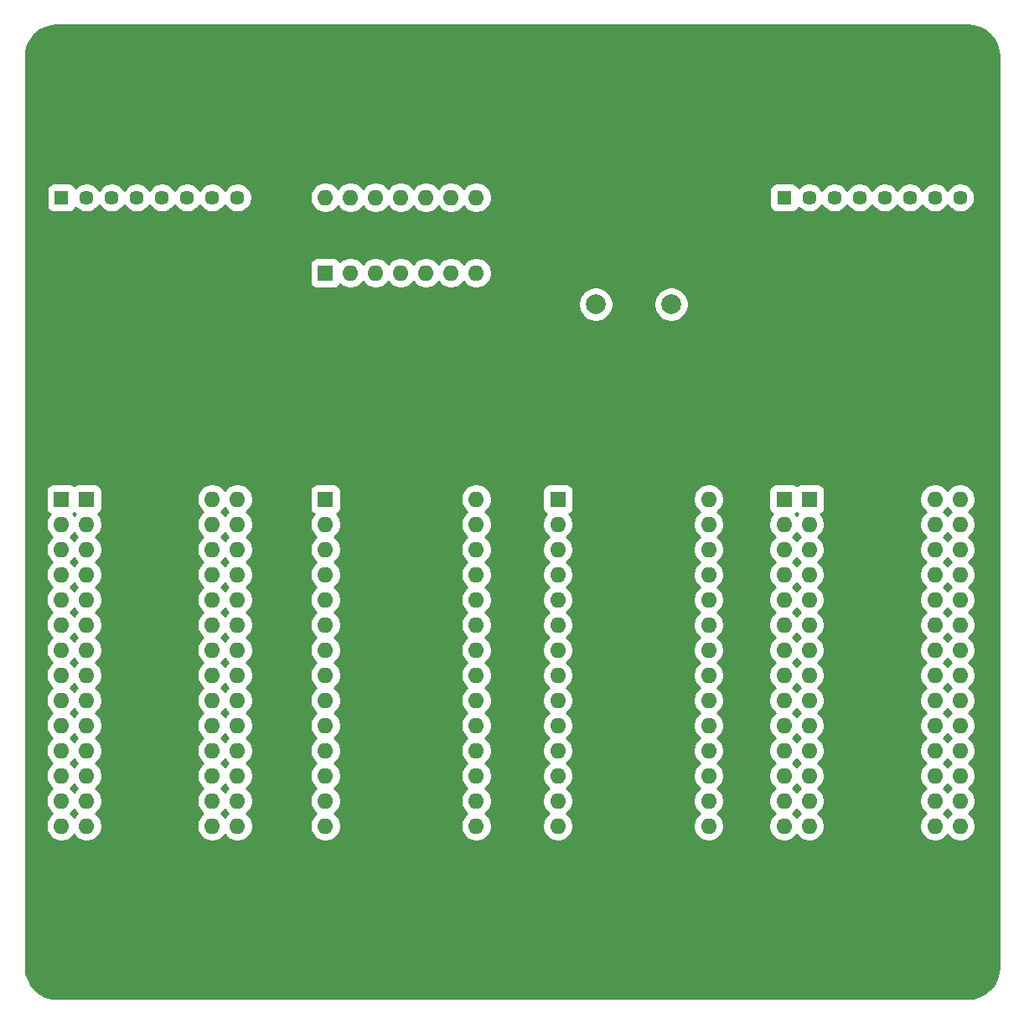
<source format=gbl>
%TF.GenerationSoftware,KiCad,Pcbnew,(5.1.9)-1*%
%TF.CreationDate,2021-05-05T18:06:17+08:00*%
%TF.ProjectId,AssemblyBoard,41737365-6d62-46c7-9942-6f6172642e6b,rev?*%
%TF.SameCoordinates,Original*%
%TF.FileFunction,Copper,L2,Bot*%
%TF.FilePolarity,Positive*%
%FSLAX46Y46*%
G04 Gerber Fmt 4.6, Leading zero omitted, Abs format (unit mm)*
G04 Created by KiCad (PCBNEW (5.1.9)-1) date 2021-05-05 18:06:17*
%MOMM*%
%LPD*%
G01*
G04 APERTURE LIST*
%TA.AperFunction,ComponentPad*%
%ADD10C,2.000000*%
%TD*%
%TA.AperFunction,ComponentPad*%
%ADD11O,1.600000X1.600000*%
%TD*%
%TA.AperFunction,ComponentPad*%
%ADD12R,1.600000X1.600000*%
%TD*%
%TA.AperFunction,ComponentPad*%
%ADD13R,1.450000X1.450000*%
%TD*%
%TA.AperFunction,ComponentPad*%
%ADD14C,1.450000*%
%TD*%
%TA.AperFunction,NonConductor*%
%ADD15C,0.254000*%
%TD*%
%TA.AperFunction,NonConductor*%
%ADD16C,0.100000*%
%TD*%
G04 APERTURE END LIST*
D10*
%TO.P,REF\u002A\u002A,1*%
%TO.N,N/C*%
X168910000Y-74295000D03*
%TD*%
%TO.P,REF\u002A\u002A,1*%
%TO.N,N/C*%
X161290000Y-74295000D03*
%TD*%
D11*
%TO.P,REF\u002A\u002A,14*%
%TO.N,N/C*%
X133985000Y-63500000D03*
%TO.P,REF\u002A\u002A,7*%
X149225000Y-71120000D03*
%TO.P,REF\u002A\u002A,13*%
X136525000Y-63500000D03*
%TO.P,REF\u002A\u002A,6*%
X146685000Y-71120000D03*
%TO.P,REF\u002A\u002A,12*%
X139065000Y-63500000D03*
%TO.P,REF\u002A\u002A,5*%
X144145000Y-71120000D03*
%TO.P,REF\u002A\u002A,11*%
X141605000Y-63500000D03*
%TO.P,REF\u002A\u002A,4*%
X141605000Y-71120000D03*
%TO.P,REF\u002A\u002A,10*%
X144145000Y-63500000D03*
%TO.P,REF\u002A\u002A,3*%
X139065000Y-71120000D03*
%TO.P,REF\u002A\u002A,9*%
X146685000Y-63500000D03*
%TO.P,REF\u002A\u002A,2*%
X136525000Y-71120000D03*
%TO.P,REF\u002A\u002A,8*%
X149225000Y-63500000D03*
D12*
%TO.P,REF\u002A\u002A,1*%
X133985000Y-71120000D03*
%TD*%
D13*
%TO.P,REF\u002A\u002A,1*%
%TO.N,N/C*%
X180340000Y-63500000D03*
D14*
%TO.P,REF\u002A\u002A,2*%
X182880000Y-63500000D03*
%TO.P,REF\u002A\u002A,3*%
X185420000Y-63500000D03*
%TO.P,REF\u002A\u002A,4*%
X187960000Y-63500000D03*
%TO.P,REF\u002A\u002A,5*%
X190500000Y-63500000D03*
%TO.P,REF\u002A\u002A,6*%
X193040000Y-63500000D03*
%TO.P,REF\u002A\u002A,7*%
X195580000Y-63500000D03*
%TO.P,REF\u002A\u002A,8*%
X198120000Y-63500000D03*
%TD*%
%TO.P,REF\u002A\u002A,8*%
%TO.N,N/C*%
X125095000Y-63500000D03*
%TO.P,REF\u002A\u002A,7*%
X122555000Y-63500000D03*
%TO.P,REF\u002A\u002A,6*%
X120015000Y-63500000D03*
%TO.P,REF\u002A\u002A,5*%
X117475000Y-63500000D03*
%TO.P,REF\u002A\u002A,4*%
X114935000Y-63500000D03*
%TO.P,REF\u002A\u002A,3*%
X112395000Y-63500000D03*
%TO.P,REF\u002A\u002A,2*%
X109855000Y-63500000D03*
D13*
%TO.P,REF\u002A\u002A,1*%
X107315000Y-63500000D03*
%TD*%
D12*
%TO.P,REF\u002A\u002A,1*%
%TO.N,N/C*%
X157480000Y-93980000D03*
D11*
%TO.P,REF\u002A\u002A,15*%
X172720000Y-127000000D03*
%TO.P,REF\u002A\u002A,2*%
X157480000Y-96520000D03*
%TO.P,REF\u002A\u002A,16*%
X172720000Y-124460000D03*
%TO.P,REF\u002A\u002A,3*%
X157480000Y-99060000D03*
%TO.P,REF\u002A\u002A,17*%
X172720000Y-121920000D03*
%TO.P,REF\u002A\u002A,4*%
X157480000Y-101600000D03*
%TO.P,REF\u002A\u002A,18*%
X172720000Y-119380000D03*
%TO.P,REF\u002A\u002A,5*%
X157480000Y-104140000D03*
%TO.P,REF\u002A\u002A,19*%
X172720000Y-116840000D03*
%TO.P,REF\u002A\u002A,6*%
X157480000Y-106680000D03*
%TO.P,REF\u002A\u002A,20*%
X172720000Y-114300000D03*
%TO.P,REF\u002A\u002A,7*%
X157480000Y-109220000D03*
%TO.P,REF\u002A\u002A,21*%
X172720000Y-111760000D03*
%TO.P,REF\u002A\u002A,8*%
X157480000Y-111760000D03*
%TO.P,REF\u002A\u002A,22*%
X172720000Y-109220000D03*
%TO.P,REF\u002A\u002A,9*%
X157480000Y-114300000D03*
%TO.P,REF\u002A\u002A,23*%
X172720000Y-106680000D03*
%TO.P,REF\u002A\u002A,10*%
X157480000Y-116840000D03*
%TO.P,REF\u002A\u002A,24*%
X172720000Y-104140000D03*
%TO.P,REF\u002A\u002A,11*%
X157480000Y-119380000D03*
%TO.P,REF\u002A\u002A,25*%
X172720000Y-101600000D03*
%TO.P,REF\u002A\u002A,12*%
X157480000Y-121920000D03*
%TO.P,REF\u002A\u002A,26*%
X172720000Y-99060000D03*
%TO.P,REF\u002A\u002A,13*%
X157480000Y-124460000D03*
%TO.P,REF\u002A\u002A,27*%
X172720000Y-96520000D03*
%TO.P,REF\u002A\u002A,14*%
X157480000Y-127000000D03*
%TO.P,REF\u002A\u002A,28*%
X172720000Y-93980000D03*
%TD*%
%TO.P,REF\u002A\u002A,28*%
%TO.N,N/C*%
X198120000Y-93980000D03*
%TO.P,REF\u002A\u002A,14*%
X182880000Y-127000000D03*
%TO.P,REF\u002A\u002A,27*%
X198120000Y-96520000D03*
%TO.P,REF\u002A\u002A,13*%
X182880000Y-124460000D03*
%TO.P,REF\u002A\u002A,26*%
X198120000Y-99060000D03*
%TO.P,REF\u002A\u002A,12*%
X182880000Y-121920000D03*
%TO.P,REF\u002A\u002A,25*%
X198120000Y-101600000D03*
%TO.P,REF\u002A\u002A,11*%
X182880000Y-119380000D03*
%TO.P,REF\u002A\u002A,24*%
X198120000Y-104140000D03*
%TO.P,REF\u002A\u002A,10*%
X182880000Y-116840000D03*
%TO.P,REF\u002A\u002A,23*%
X198120000Y-106680000D03*
%TO.P,REF\u002A\u002A,9*%
X182880000Y-114300000D03*
%TO.P,REF\u002A\u002A,22*%
X198120000Y-109220000D03*
%TO.P,REF\u002A\u002A,8*%
X182880000Y-111760000D03*
%TO.P,REF\u002A\u002A,21*%
X198120000Y-111760000D03*
%TO.P,REF\u002A\u002A,7*%
X182880000Y-109220000D03*
%TO.P,REF\u002A\u002A,20*%
X198120000Y-114300000D03*
%TO.P,REF\u002A\u002A,6*%
X182880000Y-106680000D03*
%TO.P,REF\u002A\u002A,19*%
X198120000Y-116840000D03*
%TO.P,REF\u002A\u002A,5*%
X182880000Y-104140000D03*
%TO.P,REF\u002A\u002A,18*%
X198120000Y-119380000D03*
%TO.P,REF\u002A\u002A,4*%
X182880000Y-101600000D03*
%TO.P,REF\u002A\u002A,17*%
X198120000Y-121920000D03*
%TO.P,REF\u002A\u002A,3*%
X182880000Y-99060000D03*
%TO.P,REF\u002A\u002A,16*%
X198120000Y-124460000D03*
%TO.P,REF\u002A\u002A,2*%
X182880000Y-96520000D03*
%TO.P,REF\u002A\u002A,15*%
X198120000Y-127000000D03*
D12*
%TO.P,REF\u002A\u002A,1*%
X182880000Y-93980000D03*
%TD*%
%TO.P,REF\u002A\u002A,1*%
%TO.N,N/C*%
X180340000Y-93980000D03*
D11*
%TO.P,REF\u002A\u002A,15*%
X195580000Y-127000000D03*
%TO.P,REF\u002A\u002A,2*%
X180340000Y-96520000D03*
%TO.P,REF\u002A\u002A,16*%
X195580000Y-124460000D03*
%TO.P,REF\u002A\u002A,3*%
X180340000Y-99060000D03*
%TO.P,REF\u002A\u002A,17*%
X195580000Y-121920000D03*
%TO.P,REF\u002A\u002A,4*%
X180340000Y-101600000D03*
%TO.P,REF\u002A\u002A,18*%
X195580000Y-119380000D03*
%TO.P,REF\u002A\u002A,5*%
X180340000Y-104140000D03*
%TO.P,REF\u002A\u002A,19*%
X195580000Y-116840000D03*
%TO.P,REF\u002A\u002A,6*%
X180340000Y-106680000D03*
%TO.P,REF\u002A\u002A,20*%
X195580000Y-114300000D03*
%TO.P,REF\u002A\u002A,7*%
X180340000Y-109220000D03*
%TO.P,REF\u002A\u002A,21*%
X195580000Y-111760000D03*
%TO.P,REF\u002A\u002A,8*%
X180340000Y-111760000D03*
%TO.P,REF\u002A\u002A,22*%
X195580000Y-109220000D03*
%TO.P,REF\u002A\u002A,9*%
X180340000Y-114300000D03*
%TO.P,REF\u002A\u002A,23*%
X195580000Y-106680000D03*
%TO.P,REF\u002A\u002A,10*%
X180340000Y-116840000D03*
%TO.P,REF\u002A\u002A,24*%
X195580000Y-104140000D03*
%TO.P,REF\u002A\u002A,11*%
X180340000Y-119380000D03*
%TO.P,REF\u002A\u002A,25*%
X195580000Y-101600000D03*
%TO.P,REF\u002A\u002A,12*%
X180340000Y-121920000D03*
%TO.P,REF\u002A\u002A,26*%
X195580000Y-99060000D03*
%TO.P,REF\u002A\u002A,13*%
X180340000Y-124460000D03*
%TO.P,REF\u002A\u002A,27*%
X195580000Y-96520000D03*
%TO.P,REF\u002A\u002A,14*%
X180340000Y-127000000D03*
%TO.P,REF\u002A\u002A,28*%
X195580000Y-93980000D03*
%TD*%
%TO.P,REF\u002A\u002A,28*%
%TO.N,N/C*%
X149225000Y-93980000D03*
%TO.P,REF\u002A\u002A,14*%
X133985000Y-127000000D03*
%TO.P,REF\u002A\u002A,27*%
X149225000Y-96520000D03*
%TO.P,REF\u002A\u002A,13*%
X133985000Y-124460000D03*
%TO.P,REF\u002A\u002A,26*%
X149225000Y-99060000D03*
%TO.P,REF\u002A\u002A,12*%
X133985000Y-121920000D03*
%TO.P,REF\u002A\u002A,25*%
X149225000Y-101600000D03*
%TO.P,REF\u002A\u002A,11*%
X133985000Y-119380000D03*
%TO.P,REF\u002A\u002A,24*%
X149225000Y-104140000D03*
%TO.P,REF\u002A\u002A,10*%
X133985000Y-116840000D03*
%TO.P,REF\u002A\u002A,23*%
X149225000Y-106680000D03*
%TO.P,REF\u002A\u002A,9*%
X133985000Y-114300000D03*
%TO.P,REF\u002A\u002A,22*%
X149225000Y-109220000D03*
%TO.P,REF\u002A\u002A,8*%
X133985000Y-111760000D03*
%TO.P,REF\u002A\u002A,21*%
X149225000Y-111760000D03*
%TO.P,REF\u002A\u002A,7*%
X133985000Y-109220000D03*
%TO.P,REF\u002A\u002A,20*%
X149225000Y-114300000D03*
%TO.P,REF\u002A\u002A,6*%
X133985000Y-106680000D03*
%TO.P,REF\u002A\u002A,19*%
X149225000Y-116840000D03*
%TO.P,REF\u002A\u002A,5*%
X133985000Y-104140000D03*
%TO.P,REF\u002A\u002A,18*%
X149225000Y-119380000D03*
%TO.P,REF\u002A\u002A,4*%
X133985000Y-101600000D03*
%TO.P,REF\u002A\u002A,17*%
X149225000Y-121920000D03*
%TO.P,REF\u002A\u002A,3*%
X133985000Y-99060000D03*
%TO.P,REF\u002A\u002A,16*%
X149225000Y-124460000D03*
%TO.P,REF\u002A\u002A,2*%
X133985000Y-96520000D03*
%TO.P,REF\u002A\u002A,15*%
X149225000Y-127000000D03*
D12*
%TO.P,REF\u002A\u002A,1*%
X133985000Y-93980000D03*
%TD*%
%TO.P,REF\u002A\u002A,1*%
%TO.N,N/C*%
X109855000Y-93980000D03*
D11*
%TO.P,REF\u002A\u002A,15*%
X125095000Y-127000000D03*
%TO.P,REF\u002A\u002A,2*%
X109855000Y-96520000D03*
%TO.P,REF\u002A\u002A,16*%
X125095000Y-124460000D03*
%TO.P,REF\u002A\u002A,3*%
X109855000Y-99060000D03*
%TO.P,REF\u002A\u002A,17*%
X125095000Y-121920000D03*
%TO.P,REF\u002A\u002A,4*%
X109855000Y-101600000D03*
%TO.P,REF\u002A\u002A,18*%
X125095000Y-119380000D03*
%TO.P,REF\u002A\u002A,5*%
X109855000Y-104140000D03*
%TO.P,REF\u002A\u002A,19*%
X125095000Y-116840000D03*
%TO.P,REF\u002A\u002A,6*%
X109855000Y-106680000D03*
%TO.P,REF\u002A\u002A,20*%
X125095000Y-114300000D03*
%TO.P,REF\u002A\u002A,7*%
X109855000Y-109220000D03*
%TO.P,REF\u002A\u002A,21*%
X125095000Y-111760000D03*
%TO.P,REF\u002A\u002A,8*%
X109855000Y-111760000D03*
%TO.P,REF\u002A\u002A,22*%
X125095000Y-109220000D03*
%TO.P,REF\u002A\u002A,9*%
X109855000Y-114300000D03*
%TO.P,REF\u002A\u002A,23*%
X125095000Y-106680000D03*
%TO.P,REF\u002A\u002A,10*%
X109855000Y-116840000D03*
%TO.P,REF\u002A\u002A,24*%
X125095000Y-104140000D03*
%TO.P,REF\u002A\u002A,11*%
X109855000Y-119380000D03*
%TO.P,REF\u002A\u002A,25*%
X125095000Y-101600000D03*
%TO.P,REF\u002A\u002A,12*%
X109855000Y-121920000D03*
%TO.P,REF\u002A\u002A,26*%
X125095000Y-99060000D03*
%TO.P,REF\u002A\u002A,13*%
X109855000Y-124460000D03*
%TO.P,REF\u002A\u002A,27*%
X125095000Y-96520000D03*
%TO.P,REF\u002A\u002A,14*%
X109855000Y-127000000D03*
%TO.P,REF\u002A\u002A,28*%
X125095000Y-93980000D03*
%TD*%
%TO.P,REF\u002A\u002A,28*%
%TO.N,N/C*%
X122555000Y-93980000D03*
%TO.P,REF\u002A\u002A,14*%
X107315000Y-127000000D03*
%TO.P,REF\u002A\u002A,27*%
X122555000Y-96520000D03*
%TO.P,REF\u002A\u002A,13*%
X107315000Y-124460000D03*
%TO.P,REF\u002A\u002A,26*%
X122555000Y-99060000D03*
%TO.P,REF\u002A\u002A,12*%
X107315000Y-121920000D03*
%TO.P,REF\u002A\u002A,25*%
X122555000Y-101600000D03*
%TO.P,REF\u002A\u002A,11*%
X107315000Y-119380000D03*
%TO.P,REF\u002A\u002A,24*%
X122555000Y-104140000D03*
%TO.P,REF\u002A\u002A,10*%
X107315000Y-116840000D03*
%TO.P,REF\u002A\u002A,23*%
X122555000Y-106680000D03*
%TO.P,REF\u002A\u002A,9*%
X107315000Y-114300000D03*
%TO.P,REF\u002A\u002A,22*%
X122555000Y-109220000D03*
%TO.P,REF\u002A\u002A,8*%
X107315000Y-111760000D03*
%TO.P,REF\u002A\u002A,21*%
X122555000Y-111760000D03*
%TO.P,REF\u002A\u002A,7*%
X107315000Y-109220000D03*
%TO.P,REF\u002A\u002A,20*%
X122555000Y-114300000D03*
%TO.P,REF\u002A\u002A,6*%
X107315000Y-106680000D03*
%TO.P,REF\u002A\u002A,19*%
X122555000Y-116840000D03*
%TO.P,REF\u002A\u002A,5*%
X107315000Y-104140000D03*
%TO.P,REF\u002A\u002A,18*%
X122555000Y-119380000D03*
%TO.P,REF\u002A\u002A,4*%
X107315000Y-101600000D03*
%TO.P,REF\u002A\u002A,17*%
X122555000Y-121920000D03*
%TO.P,REF\u002A\u002A,3*%
X107315000Y-99060000D03*
%TO.P,REF\u002A\u002A,16*%
X122555000Y-124460000D03*
%TO.P,REF\u002A\u002A,2*%
X107315000Y-96520000D03*
%TO.P,REF\u002A\u002A,15*%
X122555000Y-127000000D03*
D12*
%TO.P,REF\u002A\u002A,1*%
X107315000Y-93980000D03*
%TD*%
D15*
X199483583Y-46151175D02*
X200073795Y-46329371D01*
X200618154Y-46618812D01*
X201095928Y-47008474D01*
X201488916Y-47483514D01*
X201782154Y-48025847D01*
X201964464Y-48614795D01*
X202033000Y-49266866D01*
X202033001Y-141209057D01*
X201968824Y-141863583D01*
X201790629Y-142453795D01*
X201501187Y-142998156D01*
X201111525Y-143475928D01*
X200636483Y-143868918D01*
X200094154Y-144162154D01*
X199505204Y-144344464D01*
X198853134Y-144413000D01*
X106910933Y-144413000D01*
X106256417Y-144348824D01*
X105666205Y-144170629D01*
X105121844Y-143881187D01*
X104644072Y-143491525D01*
X104251082Y-143016483D01*
X103957846Y-142474154D01*
X103775536Y-141885204D01*
X103707000Y-141233134D01*
X103707000Y-93180000D01*
X105749314Y-93180000D01*
X105749314Y-94780000D01*
X105764026Y-94929378D01*
X105807598Y-95073015D01*
X105878355Y-95205392D01*
X105973578Y-95321422D01*
X106089608Y-95416645D01*
X106167643Y-95458355D01*
X106101715Y-95524283D01*
X105930773Y-95780115D01*
X105813027Y-96064381D01*
X105753000Y-96366156D01*
X105753000Y-96673844D01*
X105813027Y-96975619D01*
X105930773Y-97259885D01*
X106101715Y-97515717D01*
X106319283Y-97733285D01*
X106404163Y-97790000D01*
X106319283Y-97846715D01*
X106101715Y-98064283D01*
X105930773Y-98320115D01*
X105813027Y-98604381D01*
X105753000Y-98906156D01*
X105753000Y-99213844D01*
X105813027Y-99515619D01*
X105930773Y-99799885D01*
X106101715Y-100055717D01*
X106319283Y-100273285D01*
X106404163Y-100330000D01*
X106319283Y-100386715D01*
X106101715Y-100604283D01*
X105930773Y-100860115D01*
X105813027Y-101144381D01*
X105753000Y-101446156D01*
X105753000Y-101753844D01*
X105813027Y-102055619D01*
X105930773Y-102339885D01*
X106101715Y-102595717D01*
X106319283Y-102813285D01*
X106404163Y-102870000D01*
X106319283Y-102926715D01*
X106101715Y-103144283D01*
X105930773Y-103400115D01*
X105813027Y-103684381D01*
X105753000Y-103986156D01*
X105753000Y-104293844D01*
X105813027Y-104595619D01*
X105930773Y-104879885D01*
X106101715Y-105135717D01*
X106319283Y-105353285D01*
X106404163Y-105410000D01*
X106319283Y-105466715D01*
X106101715Y-105684283D01*
X105930773Y-105940115D01*
X105813027Y-106224381D01*
X105753000Y-106526156D01*
X105753000Y-106833844D01*
X105813027Y-107135619D01*
X105930773Y-107419885D01*
X106101715Y-107675717D01*
X106319283Y-107893285D01*
X106404163Y-107950000D01*
X106319283Y-108006715D01*
X106101715Y-108224283D01*
X105930773Y-108480115D01*
X105813027Y-108764381D01*
X105753000Y-109066156D01*
X105753000Y-109373844D01*
X105813027Y-109675619D01*
X105930773Y-109959885D01*
X106101715Y-110215717D01*
X106319283Y-110433285D01*
X106404163Y-110490000D01*
X106319283Y-110546715D01*
X106101715Y-110764283D01*
X105930773Y-111020115D01*
X105813027Y-111304381D01*
X105753000Y-111606156D01*
X105753000Y-111913844D01*
X105813027Y-112215619D01*
X105930773Y-112499885D01*
X106101715Y-112755717D01*
X106319283Y-112973285D01*
X106404163Y-113030000D01*
X106319283Y-113086715D01*
X106101715Y-113304283D01*
X105930773Y-113560115D01*
X105813027Y-113844381D01*
X105753000Y-114146156D01*
X105753000Y-114453844D01*
X105813027Y-114755619D01*
X105930773Y-115039885D01*
X106101715Y-115295717D01*
X106319283Y-115513285D01*
X106404163Y-115570000D01*
X106319283Y-115626715D01*
X106101715Y-115844283D01*
X105930773Y-116100115D01*
X105813027Y-116384381D01*
X105753000Y-116686156D01*
X105753000Y-116993844D01*
X105813027Y-117295619D01*
X105930773Y-117579885D01*
X106101715Y-117835717D01*
X106319283Y-118053285D01*
X106404163Y-118110000D01*
X106319283Y-118166715D01*
X106101715Y-118384283D01*
X105930773Y-118640115D01*
X105813027Y-118924381D01*
X105753000Y-119226156D01*
X105753000Y-119533844D01*
X105813027Y-119835619D01*
X105930773Y-120119885D01*
X106101715Y-120375717D01*
X106319283Y-120593285D01*
X106404163Y-120650000D01*
X106319283Y-120706715D01*
X106101715Y-120924283D01*
X105930773Y-121180115D01*
X105813027Y-121464381D01*
X105753000Y-121766156D01*
X105753000Y-122073844D01*
X105813027Y-122375619D01*
X105930773Y-122659885D01*
X106101715Y-122915717D01*
X106319283Y-123133285D01*
X106404163Y-123190000D01*
X106319283Y-123246715D01*
X106101715Y-123464283D01*
X105930773Y-123720115D01*
X105813027Y-124004381D01*
X105753000Y-124306156D01*
X105753000Y-124613844D01*
X105813027Y-124915619D01*
X105930773Y-125199885D01*
X106101715Y-125455717D01*
X106319283Y-125673285D01*
X106404163Y-125730000D01*
X106319283Y-125786715D01*
X106101715Y-126004283D01*
X105930773Y-126260115D01*
X105813027Y-126544381D01*
X105753000Y-126846156D01*
X105753000Y-127153844D01*
X105813027Y-127455619D01*
X105930773Y-127739885D01*
X106101715Y-127995717D01*
X106319283Y-128213285D01*
X106575115Y-128384227D01*
X106859381Y-128501973D01*
X107161156Y-128562000D01*
X107468844Y-128562000D01*
X107770619Y-128501973D01*
X108054885Y-128384227D01*
X108310717Y-128213285D01*
X108528285Y-127995717D01*
X108585000Y-127910837D01*
X108641715Y-127995717D01*
X108859283Y-128213285D01*
X109115115Y-128384227D01*
X109399381Y-128501973D01*
X109701156Y-128562000D01*
X110008844Y-128562000D01*
X110310619Y-128501973D01*
X110594885Y-128384227D01*
X110850717Y-128213285D01*
X111068285Y-127995717D01*
X111239227Y-127739885D01*
X111356973Y-127455619D01*
X111417000Y-127153844D01*
X111417000Y-126846156D01*
X111356973Y-126544381D01*
X111239227Y-126260115D01*
X111068285Y-126004283D01*
X110850717Y-125786715D01*
X110765837Y-125730000D01*
X110850717Y-125673285D01*
X111068285Y-125455717D01*
X111239227Y-125199885D01*
X111356973Y-124915619D01*
X111417000Y-124613844D01*
X111417000Y-124306156D01*
X111356973Y-124004381D01*
X111239227Y-123720115D01*
X111068285Y-123464283D01*
X110850717Y-123246715D01*
X110765837Y-123190000D01*
X110850717Y-123133285D01*
X111068285Y-122915717D01*
X111239227Y-122659885D01*
X111356973Y-122375619D01*
X111417000Y-122073844D01*
X111417000Y-121766156D01*
X111356973Y-121464381D01*
X111239227Y-121180115D01*
X111068285Y-120924283D01*
X110850717Y-120706715D01*
X110765837Y-120650000D01*
X110850717Y-120593285D01*
X111068285Y-120375717D01*
X111239227Y-120119885D01*
X111356973Y-119835619D01*
X111417000Y-119533844D01*
X111417000Y-119226156D01*
X111356973Y-118924381D01*
X111239227Y-118640115D01*
X111068285Y-118384283D01*
X110850717Y-118166715D01*
X110765837Y-118110000D01*
X110850717Y-118053285D01*
X111068285Y-117835717D01*
X111239227Y-117579885D01*
X111356973Y-117295619D01*
X111417000Y-116993844D01*
X111417000Y-116686156D01*
X111356973Y-116384381D01*
X111239227Y-116100115D01*
X111068285Y-115844283D01*
X110850717Y-115626715D01*
X110765837Y-115570000D01*
X110850717Y-115513285D01*
X111068285Y-115295717D01*
X111239227Y-115039885D01*
X111356973Y-114755619D01*
X111417000Y-114453844D01*
X111417000Y-114146156D01*
X111356973Y-113844381D01*
X111239227Y-113560115D01*
X111068285Y-113304283D01*
X110850717Y-113086715D01*
X110765837Y-113030000D01*
X110850717Y-112973285D01*
X111068285Y-112755717D01*
X111239227Y-112499885D01*
X111356973Y-112215619D01*
X111417000Y-111913844D01*
X111417000Y-111606156D01*
X111356973Y-111304381D01*
X111239227Y-111020115D01*
X111068285Y-110764283D01*
X110850717Y-110546715D01*
X110765837Y-110490000D01*
X110850717Y-110433285D01*
X111068285Y-110215717D01*
X111239227Y-109959885D01*
X111356973Y-109675619D01*
X111417000Y-109373844D01*
X111417000Y-109066156D01*
X111356973Y-108764381D01*
X111239227Y-108480115D01*
X111068285Y-108224283D01*
X110850717Y-108006715D01*
X110765837Y-107950000D01*
X110850717Y-107893285D01*
X111068285Y-107675717D01*
X111239227Y-107419885D01*
X111356973Y-107135619D01*
X111417000Y-106833844D01*
X111417000Y-106526156D01*
X111356973Y-106224381D01*
X111239227Y-105940115D01*
X111068285Y-105684283D01*
X110850717Y-105466715D01*
X110765837Y-105410000D01*
X110850717Y-105353285D01*
X111068285Y-105135717D01*
X111239227Y-104879885D01*
X111356973Y-104595619D01*
X111417000Y-104293844D01*
X111417000Y-103986156D01*
X111356973Y-103684381D01*
X111239227Y-103400115D01*
X111068285Y-103144283D01*
X110850717Y-102926715D01*
X110765837Y-102870000D01*
X110850717Y-102813285D01*
X111068285Y-102595717D01*
X111239227Y-102339885D01*
X111356973Y-102055619D01*
X111417000Y-101753844D01*
X111417000Y-101446156D01*
X111356973Y-101144381D01*
X111239227Y-100860115D01*
X111068285Y-100604283D01*
X110850717Y-100386715D01*
X110765837Y-100330000D01*
X110850717Y-100273285D01*
X111068285Y-100055717D01*
X111239227Y-99799885D01*
X111356973Y-99515619D01*
X111417000Y-99213844D01*
X111417000Y-98906156D01*
X111356973Y-98604381D01*
X111239227Y-98320115D01*
X111068285Y-98064283D01*
X110850717Y-97846715D01*
X110765837Y-97790000D01*
X110850717Y-97733285D01*
X111068285Y-97515717D01*
X111239227Y-97259885D01*
X111356973Y-96975619D01*
X111417000Y-96673844D01*
X111417000Y-96366156D01*
X111356973Y-96064381D01*
X111239227Y-95780115D01*
X111068285Y-95524283D01*
X111002357Y-95458355D01*
X111080392Y-95416645D01*
X111196422Y-95321422D01*
X111291645Y-95205392D01*
X111362402Y-95073015D01*
X111405974Y-94929378D01*
X111420686Y-94780000D01*
X111420686Y-93826156D01*
X120993000Y-93826156D01*
X120993000Y-94133844D01*
X121053027Y-94435619D01*
X121170773Y-94719885D01*
X121341715Y-94975717D01*
X121559283Y-95193285D01*
X121644163Y-95250000D01*
X121559283Y-95306715D01*
X121341715Y-95524283D01*
X121170773Y-95780115D01*
X121053027Y-96064381D01*
X120993000Y-96366156D01*
X120993000Y-96673844D01*
X121053027Y-96975619D01*
X121170773Y-97259885D01*
X121341715Y-97515717D01*
X121559283Y-97733285D01*
X121644163Y-97790000D01*
X121559283Y-97846715D01*
X121341715Y-98064283D01*
X121170773Y-98320115D01*
X121053027Y-98604381D01*
X120993000Y-98906156D01*
X120993000Y-99213844D01*
X121053027Y-99515619D01*
X121170773Y-99799885D01*
X121341715Y-100055717D01*
X121559283Y-100273285D01*
X121644163Y-100330000D01*
X121559283Y-100386715D01*
X121341715Y-100604283D01*
X121170773Y-100860115D01*
X121053027Y-101144381D01*
X120993000Y-101446156D01*
X120993000Y-101753844D01*
X121053027Y-102055619D01*
X121170773Y-102339885D01*
X121341715Y-102595717D01*
X121559283Y-102813285D01*
X121644163Y-102870000D01*
X121559283Y-102926715D01*
X121341715Y-103144283D01*
X121170773Y-103400115D01*
X121053027Y-103684381D01*
X120993000Y-103986156D01*
X120993000Y-104293844D01*
X121053027Y-104595619D01*
X121170773Y-104879885D01*
X121341715Y-105135717D01*
X121559283Y-105353285D01*
X121644163Y-105410000D01*
X121559283Y-105466715D01*
X121341715Y-105684283D01*
X121170773Y-105940115D01*
X121053027Y-106224381D01*
X120993000Y-106526156D01*
X120993000Y-106833844D01*
X121053027Y-107135619D01*
X121170773Y-107419885D01*
X121341715Y-107675717D01*
X121559283Y-107893285D01*
X121644163Y-107950000D01*
X121559283Y-108006715D01*
X121341715Y-108224283D01*
X121170773Y-108480115D01*
X121053027Y-108764381D01*
X120993000Y-109066156D01*
X120993000Y-109373844D01*
X121053027Y-109675619D01*
X121170773Y-109959885D01*
X121341715Y-110215717D01*
X121559283Y-110433285D01*
X121644163Y-110490000D01*
X121559283Y-110546715D01*
X121341715Y-110764283D01*
X121170773Y-111020115D01*
X121053027Y-111304381D01*
X120993000Y-111606156D01*
X120993000Y-111913844D01*
X121053027Y-112215619D01*
X121170773Y-112499885D01*
X121341715Y-112755717D01*
X121559283Y-112973285D01*
X121644163Y-113030000D01*
X121559283Y-113086715D01*
X121341715Y-113304283D01*
X121170773Y-113560115D01*
X121053027Y-113844381D01*
X120993000Y-114146156D01*
X120993000Y-114453844D01*
X121053027Y-114755619D01*
X121170773Y-115039885D01*
X121341715Y-115295717D01*
X121559283Y-115513285D01*
X121644163Y-115570000D01*
X121559283Y-115626715D01*
X121341715Y-115844283D01*
X121170773Y-116100115D01*
X121053027Y-116384381D01*
X120993000Y-116686156D01*
X120993000Y-116993844D01*
X121053027Y-117295619D01*
X121170773Y-117579885D01*
X121341715Y-117835717D01*
X121559283Y-118053285D01*
X121644163Y-118110000D01*
X121559283Y-118166715D01*
X121341715Y-118384283D01*
X121170773Y-118640115D01*
X121053027Y-118924381D01*
X120993000Y-119226156D01*
X120993000Y-119533844D01*
X121053027Y-119835619D01*
X121170773Y-120119885D01*
X121341715Y-120375717D01*
X121559283Y-120593285D01*
X121644163Y-120650000D01*
X121559283Y-120706715D01*
X121341715Y-120924283D01*
X121170773Y-121180115D01*
X121053027Y-121464381D01*
X120993000Y-121766156D01*
X120993000Y-122073844D01*
X121053027Y-122375619D01*
X121170773Y-122659885D01*
X121341715Y-122915717D01*
X121559283Y-123133285D01*
X121644163Y-123190000D01*
X121559283Y-123246715D01*
X121341715Y-123464283D01*
X121170773Y-123720115D01*
X121053027Y-124004381D01*
X120993000Y-124306156D01*
X120993000Y-124613844D01*
X121053027Y-124915619D01*
X121170773Y-125199885D01*
X121341715Y-125455717D01*
X121559283Y-125673285D01*
X121644163Y-125730000D01*
X121559283Y-125786715D01*
X121341715Y-126004283D01*
X121170773Y-126260115D01*
X121053027Y-126544381D01*
X120993000Y-126846156D01*
X120993000Y-127153844D01*
X121053027Y-127455619D01*
X121170773Y-127739885D01*
X121341715Y-127995717D01*
X121559283Y-128213285D01*
X121815115Y-128384227D01*
X122099381Y-128501973D01*
X122401156Y-128562000D01*
X122708844Y-128562000D01*
X123010619Y-128501973D01*
X123294885Y-128384227D01*
X123550717Y-128213285D01*
X123768285Y-127995717D01*
X123825000Y-127910837D01*
X123881715Y-127995717D01*
X124099283Y-128213285D01*
X124355115Y-128384227D01*
X124639381Y-128501973D01*
X124941156Y-128562000D01*
X125248844Y-128562000D01*
X125550619Y-128501973D01*
X125834885Y-128384227D01*
X126090717Y-128213285D01*
X126308285Y-127995717D01*
X126479227Y-127739885D01*
X126596973Y-127455619D01*
X126657000Y-127153844D01*
X126657000Y-126846156D01*
X126596973Y-126544381D01*
X126479227Y-126260115D01*
X126308285Y-126004283D01*
X126090717Y-125786715D01*
X126005837Y-125730000D01*
X126090717Y-125673285D01*
X126308285Y-125455717D01*
X126479227Y-125199885D01*
X126596973Y-124915619D01*
X126657000Y-124613844D01*
X126657000Y-124306156D01*
X126596973Y-124004381D01*
X126479227Y-123720115D01*
X126308285Y-123464283D01*
X126090717Y-123246715D01*
X126005837Y-123190000D01*
X126090717Y-123133285D01*
X126308285Y-122915717D01*
X126479227Y-122659885D01*
X126596973Y-122375619D01*
X126657000Y-122073844D01*
X126657000Y-121766156D01*
X126596973Y-121464381D01*
X126479227Y-121180115D01*
X126308285Y-120924283D01*
X126090717Y-120706715D01*
X126005837Y-120650000D01*
X126090717Y-120593285D01*
X126308285Y-120375717D01*
X126479227Y-120119885D01*
X126596973Y-119835619D01*
X126657000Y-119533844D01*
X126657000Y-119226156D01*
X126596973Y-118924381D01*
X126479227Y-118640115D01*
X126308285Y-118384283D01*
X126090717Y-118166715D01*
X126005837Y-118110000D01*
X126090717Y-118053285D01*
X126308285Y-117835717D01*
X126479227Y-117579885D01*
X126596973Y-117295619D01*
X126657000Y-116993844D01*
X126657000Y-116686156D01*
X126596973Y-116384381D01*
X126479227Y-116100115D01*
X126308285Y-115844283D01*
X126090717Y-115626715D01*
X126005837Y-115570000D01*
X126090717Y-115513285D01*
X126308285Y-115295717D01*
X126479227Y-115039885D01*
X126596973Y-114755619D01*
X126657000Y-114453844D01*
X126657000Y-114146156D01*
X126596973Y-113844381D01*
X126479227Y-113560115D01*
X126308285Y-113304283D01*
X126090717Y-113086715D01*
X126005837Y-113030000D01*
X126090717Y-112973285D01*
X126308285Y-112755717D01*
X126479227Y-112499885D01*
X126596973Y-112215619D01*
X126657000Y-111913844D01*
X126657000Y-111606156D01*
X126596973Y-111304381D01*
X126479227Y-111020115D01*
X126308285Y-110764283D01*
X126090717Y-110546715D01*
X126005837Y-110490000D01*
X126090717Y-110433285D01*
X126308285Y-110215717D01*
X126479227Y-109959885D01*
X126596973Y-109675619D01*
X126657000Y-109373844D01*
X126657000Y-109066156D01*
X126596973Y-108764381D01*
X126479227Y-108480115D01*
X126308285Y-108224283D01*
X126090717Y-108006715D01*
X126005837Y-107950000D01*
X126090717Y-107893285D01*
X126308285Y-107675717D01*
X126479227Y-107419885D01*
X126596973Y-107135619D01*
X126657000Y-106833844D01*
X126657000Y-106526156D01*
X126596973Y-106224381D01*
X126479227Y-105940115D01*
X126308285Y-105684283D01*
X126090717Y-105466715D01*
X126005837Y-105410000D01*
X126090717Y-105353285D01*
X126308285Y-105135717D01*
X126479227Y-104879885D01*
X126596973Y-104595619D01*
X126657000Y-104293844D01*
X126657000Y-103986156D01*
X126596973Y-103684381D01*
X126479227Y-103400115D01*
X126308285Y-103144283D01*
X126090717Y-102926715D01*
X126005837Y-102870000D01*
X126090717Y-102813285D01*
X126308285Y-102595717D01*
X126479227Y-102339885D01*
X126596973Y-102055619D01*
X126657000Y-101753844D01*
X126657000Y-101446156D01*
X126596973Y-101144381D01*
X126479227Y-100860115D01*
X126308285Y-100604283D01*
X126090717Y-100386715D01*
X126005837Y-100330000D01*
X126090717Y-100273285D01*
X126308285Y-100055717D01*
X126479227Y-99799885D01*
X126596973Y-99515619D01*
X126657000Y-99213844D01*
X126657000Y-98906156D01*
X126596973Y-98604381D01*
X126479227Y-98320115D01*
X126308285Y-98064283D01*
X126090717Y-97846715D01*
X126005837Y-97790000D01*
X126090717Y-97733285D01*
X126308285Y-97515717D01*
X126479227Y-97259885D01*
X126596973Y-96975619D01*
X126657000Y-96673844D01*
X126657000Y-96366156D01*
X126596973Y-96064381D01*
X126479227Y-95780115D01*
X126308285Y-95524283D01*
X126090717Y-95306715D01*
X126005837Y-95250000D01*
X126090717Y-95193285D01*
X126308285Y-94975717D01*
X126479227Y-94719885D01*
X126596973Y-94435619D01*
X126657000Y-94133844D01*
X126657000Y-93826156D01*
X126596973Y-93524381D01*
X126479227Y-93240115D01*
X126439060Y-93180000D01*
X132419314Y-93180000D01*
X132419314Y-94780000D01*
X132434026Y-94929378D01*
X132477598Y-95073015D01*
X132548355Y-95205392D01*
X132643578Y-95321422D01*
X132759608Y-95416645D01*
X132837643Y-95458355D01*
X132771715Y-95524283D01*
X132600773Y-95780115D01*
X132483027Y-96064381D01*
X132423000Y-96366156D01*
X132423000Y-96673844D01*
X132483027Y-96975619D01*
X132600773Y-97259885D01*
X132771715Y-97515717D01*
X132989283Y-97733285D01*
X133074163Y-97790000D01*
X132989283Y-97846715D01*
X132771715Y-98064283D01*
X132600773Y-98320115D01*
X132483027Y-98604381D01*
X132423000Y-98906156D01*
X132423000Y-99213844D01*
X132483027Y-99515619D01*
X132600773Y-99799885D01*
X132771715Y-100055717D01*
X132989283Y-100273285D01*
X133074163Y-100330000D01*
X132989283Y-100386715D01*
X132771715Y-100604283D01*
X132600773Y-100860115D01*
X132483027Y-101144381D01*
X132423000Y-101446156D01*
X132423000Y-101753844D01*
X132483027Y-102055619D01*
X132600773Y-102339885D01*
X132771715Y-102595717D01*
X132989283Y-102813285D01*
X133074163Y-102870000D01*
X132989283Y-102926715D01*
X132771715Y-103144283D01*
X132600773Y-103400115D01*
X132483027Y-103684381D01*
X132423000Y-103986156D01*
X132423000Y-104293844D01*
X132483027Y-104595619D01*
X132600773Y-104879885D01*
X132771715Y-105135717D01*
X132989283Y-105353285D01*
X133074163Y-105410000D01*
X132989283Y-105466715D01*
X132771715Y-105684283D01*
X132600773Y-105940115D01*
X132483027Y-106224381D01*
X132423000Y-106526156D01*
X132423000Y-106833844D01*
X132483027Y-107135619D01*
X132600773Y-107419885D01*
X132771715Y-107675717D01*
X132989283Y-107893285D01*
X133074163Y-107950000D01*
X132989283Y-108006715D01*
X132771715Y-108224283D01*
X132600773Y-108480115D01*
X132483027Y-108764381D01*
X132423000Y-109066156D01*
X132423000Y-109373844D01*
X132483027Y-109675619D01*
X132600773Y-109959885D01*
X132771715Y-110215717D01*
X132989283Y-110433285D01*
X133074163Y-110490000D01*
X132989283Y-110546715D01*
X132771715Y-110764283D01*
X132600773Y-111020115D01*
X132483027Y-111304381D01*
X132423000Y-111606156D01*
X132423000Y-111913844D01*
X132483027Y-112215619D01*
X132600773Y-112499885D01*
X132771715Y-112755717D01*
X132989283Y-112973285D01*
X133074163Y-113030000D01*
X132989283Y-113086715D01*
X132771715Y-113304283D01*
X132600773Y-113560115D01*
X132483027Y-113844381D01*
X132423000Y-114146156D01*
X132423000Y-114453844D01*
X132483027Y-114755619D01*
X132600773Y-115039885D01*
X132771715Y-115295717D01*
X132989283Y-115513285D01*
X133074163Y-115570000D01*
X132989283Y-115626715D01*
X132771715Y-115844283D01*
X132600773Y-116100115D01*
X132483027Y-116384381D01*
X132423000Y-116686156D01*
X132423000Y-116993844D01*
X132483027Y-117295619D01*
X132600773Y-117579885D01*
X132771715Y-117835717D01*
X132989283Y-118053285D01*
X133074163Y-118110000D01*
X132989283Y-118166715D01*
X132771715Y-118384283D01*
X132600773Y-118640115D01*
X132483027Y-118924381D01*
X132423000Y-119226156D01*
X132423000Y-119533844D01*
X132483027Y-119835619D01*
X132600773Y-120119885D01*
X132771715Y-120375717D01*
X132989283Y-120593285D01*
X133074163Y-120650000D01*
X132989283Y-120706715D01*
X132771715Y-120924283D01*
X132600773Y-121180115D01*
X132483027Y-121464381D01*
X132423000Y-121766156D01*
X132423000Y-122073844D01*
X132483027Y-122375619D01*
X132600773Y-122659885D01*
X132771715Y-122915717D01*
X132989283Y-123133285D01*
X133074163Y-123190000D01*
X132989283Y-123246715D01*
X132771715Y-123464283D01*
X132600773Y-123720115D01*
X132483027Y-124004381D01*
X132423000Y-124306156D01*
X132423000Y-124613844D01*
X132483027Y-124915619D01*
X132600773Y-125199885D01*
X132771715Y-125455717D01*
X132989283Y-125673285D01*
X133074163Y-125730000D01*
X132989283Y-125786715D01*
X132771715Y-126004283D01*
X132600773Y-126260115D01*
X132483027Y-126544381D01*
X132423000Y-126846156D01*
X132423000Y-127153844D01*
X132483027Y-127455619D01*
X132600773Y-127739885D01*
X132771715Y-127995717D01*
X132989283Y-128213285D01*
X133245115Y-128384227D01*
X133529381Y-128501973D01*
X133831156Y-128562000D01*
X134138844Y-128562000D01*
X134440619Y-128501973D01*
X134724885Y-128384227D01*
X134980717Y-128213285D01*
X135198285Y-127995717D01*
X135369227Y-127739885D01*
X135486973Y-127455619D01*
X135547000Y-127153844D01*
X135547000Y-126846156D01*
X135486973Y-126544381D01*
X135369227Y-126260115D01*
X135198285Y-126004283D01*
X134980717Y-125786715D01*
X134895837Y-125730000D01*
X134980717Y-125673285D01*
X135198285Y-125455717D01*
X135369227Y-125199885D01*
X135486973Y-124915619D01*
X135547000Y-124613844D01*
X135547000Y-124306156D01*
X135486973Y-124004381D01*
X135369227Y-123720115D01*
X135198285Y-123464283D01*
X134980717Y-123246715D01*
X134895837Y-123190000D01*
X134980717Y-123133285D01*
X135198285Y-122915717D01*
X135369227Y-122659885D01*
X135486973Y-122375619D01*
X135547000Y-122073844D01*
X135547000Y-121766156D01*
X135486973Y-121464381D01*
X135369227Y-121180115D01*
X135198285Y-120924283D01*
X134980717Y-120706715D01*
X134895837Y-120650000D01*
X134980717Y-120593285D01*
X135198285Y-120375717D01*
X135369227Y-120119885D01*
X135486973Y-119835619D01*
X135547000Y-119533844D01*
X135547000Y-119226156D01*
X135486973Y-118924381D01*
X135369227Y-118640115D01*
X135198285Y-118384283D01*
X134980717Y-118166715D01*
X134895837Y-118110000D01*
X134980717Y-118053285D01*
X135198285Y-117835717D01*
X135369227Y-117579885D01*
X135486973Y-117295619D01*
X135547000Y-116993844D01*
X135547000Y-116686156D01*
X135486973Y-116384381D01*
X135369227Y-116100115D01*
X135198285Y-115844283D01*
X134980717Y-115626715D01*
X134895837Y-115570000D01*
X134980717Y-115513285D01*
X135198285Y-115295717D01*
X135369227Y-115039885D01*
X135486973Y-114755619D01*
X135547000Y-114453844D01*
X135547000Y-114146156D01*
X135486973Y-113844381D01*
X135369227Y-113560115D01*
X135198285Y-113304283D01*
X134980717Y-113086715D01*
X134895837Y-113030000D01*
X134980717Y-112973285D01*
X135198285Y-112755717D01*
X135369227Y-112499885D01*
X135486973Y-112215619D01*
X135547000Y-111913844D01*
X135547000Y-111606156D01*
X135486973Y-111304381D01*
X135369227Y-111020115D01*
X135198285Y-110764283D01*
X134980717Y-110546715D01*
X134895837Y-110490000D01*
X134980717Y-110433285D01*
X135198285Y-110215717D01*
X135369227Y-109959885D01*
X135486973Y-109675619D01*
X135547000Y-109373844D01*
X135547000Y-109066156D01*
X135486973Y-108764381D01*
X135369227Y-108480115D01*
X135198285Y-108224283D01*
X134980717Y-108006715D01*
X134895837Y-107950000D01*
X134980717Y-107893285D01*
X135198285Y-107675717D01*
X135369227Y-107419885D01*
X135486973Y-107135619D01*
X135547000Y-106833844D01*
X135547000Y-106526156D01*
X135486973Y-106224381D01*
X135369227Y-105940115D01*
X135198285Y-105684283D01*
X134980717Y-105466715D01*
X134895837Y-105410000D01*
X134980717Y-105353285D01*
X135198285Y-105135717D01*
X135369227Y-104879885D01*
X135486973Y-104595619D01*
X135547000Y-104293844D01*
X135547000Y-103986156D01*
X135486973Y-103684381D01*
X135369227Y-103400115D01*
X135198285Y-103144283D01*
X134980717Y-102926715D01*
X134895837Y-102870000D01*
X134980717Y-102813285D01*
X135198285Y-102595717D01*
X135369227Y-102339885D01*
X135486973Y-102055619D01*
X135547000Y-101753844D01*
X135547000Y-101446156D01*
X135486973Y-101144381D01*
X135369227Y-100860115D01*
X135198285Y-100604283D01*
X134980717Y-100386715D01*
X134895837Y-100330000D01*
X134980717Y-100273285D01*
X135198285Y-100055717D01*
X135369227Y-99799885D01*
X135486973Y-99515619D01*
X135547000Y-99213844D01*
X135547000Y-98906156D01*
X135486973Y-98604381D01*
X135369227Y-98320115D01*
X135198285Y-98064283D01*
X134980717Y-97846715D01*
X134895837Y-97790000D01*
X134980717Y-97733285D01*
X135198285Y-97515717D01*
X135369227Y-97259885D01*
X135486973Y-96975619D01*
X135547000Y-96673844D01*
X135547000Y-96366156D01*
X135486973Y-96064381D01*
X135369227Y-95780115D01*
X135198285Y-95524283D01*
X135132357Y-95458355D01*
X135210392Y-95416645D01*
X135326422Y-95321422D01*
X135421645Y-95205392D01*
X135492402Y-95073015D01*
X135535974Y-94929378D01*
X135550686Y-94780000D01*
X135550686Y-93826156D01*
X147663000Y-93826156D01*
X147663000Y-94133844D01*
X147723027Y-94435619D01*
X147840773Y-94719885D01*
X148011715Y-94975717D01*
X148229283Y-95193285D01*
X148314163Y-95250000D01*
X148229283Y-95306715D01*
X148011715Y-95524283D01*
X147840773Y-95780115D01*
X147723027Y-96064381D01*
X147663000Y-96366156D01*
X147663000Y-96673844D01*
X147723027Y-96975619D01*
X147840773Y-97259885D01*
X148011715Y-97515717D01*
X148229283Y-97733285D01*
X148314163Y-97790000D01*
X148229283Y-97846715D01*
X148011715Y-98064283D01*
X147840773Y-98320115D01*
X147723027Y-98604381D01*
X147663000Y-98906156D01*
X147663000Y-99213844D01*
X147723027Y-99515619D01*
X147840773Y-99799885D01*
X148011715Y-100055717D01*
X148229283Y-100273285D01*
X148314163Y-100330000D01*
X148229283Y-100386715D01*
X148011715Y-100604283D01*
X147840773Y-100860115D01*
X147723027Y-101144381D01*
X147663000Y-101446156D01*
X147663000Y-101753844D01*
X147723027Y-102055619D01*
X147840773Y-102339885D01*
X148011715Y-102595717D01*
X148229283Y-102813285D01*
X148314163Y-102870000D01*
X148229283Y-102926715D01*
X148011715Y-103144283D01*
X147840773Y-103400115D01*
X147723027Y-103684381D01*
X147663000Y-103986156D01*
X147663000Y-104293844D01*
X147723027Y-104595619D01*
X147840773Y-104879885D01*
X148011715Y-105135717D01*
X148229283Y-105353285D01*
X148314163Y-105410000D01*
X148229283Y-105466715D01*
X148011715Y-105684283D01*
X147840773Y-105940115D01*
X147723027Y-106224381D01*
X147663000Y-106526156D01*
X147663000Y-106833844D01*
X147723027Y-107135619D01*
X147840773Y-107419885D01*
X148011715Y-107675717D01*
X148229283Y-107893285D01*
X148314163Y-107950000D01*
X148229283Y-108006715D01*
X148011715Y-108224283D01*
X147840773Y-108480115D01*
X147723027Y-108764381D01*
X147663000Y-109066156D01*
X147663000Y-109373844D01*
X147723027Y-109675619D01*
X147840773Y-109959885D01*
X148011715Y-110215717D01*
X148229283Y-110433285D01*
X148314163Y-110490000D01*
X148229283Y-110546715D01*
X148011715Y-110764283D01*
X147840773Y-111020115D01*
X147723027Y-111304381D01*
X147663000Y-111606156D01*
X147663000Y-111913844D01*
X147723027Y-112215619D01*
X147840773Y-112499885D01*
X148011715Y-112755717D01*
X148229283Y-112973285D01*
X148314163Y-113030000D01*
X148229283Y-113086715D01*
X148011715Y-113304283D01*
X147840773Y-113560115D01*
X147723027Y-113844381D01*
X147663000Y-114146156D01*
X147663000Y-114453844D01*
X147723027Y-114755619D01*
X147840773Y-115039885D01*
X148011715Y-115295717D01*
X148229283Y-115513285D01*
X148314163Y-115570000D01*
X148229283Y-115626715D01*
X148011715Y-115844283D01*
X147840773Y-116100115D01*
X147723027Y-116384381D01*
X147663000Y-116686156D01*
X147663000Y-116993844D01*
X147723027Y-117295619D01*
X147840773Y-117579885D01*
X148011715Y-117835717D01*
X148229283Y-118053285D01*
X148314163Y-118110000D01*
X148229283Y-118166715D01*
X148011715Y-118384283D01*
X147840773Y-118640115D01*
X147723027Y-118924381D01*
X147663000Y-119226156D01*
X147663000Y-119533844D01*
X147723027Y-119835619D01*
X147840773Y-120119885D01*
X148011715Y-120375717D01*
X148229283Y-120593285D01*
X148314163Y-120650000D01*
X148229283Y-120706715D01*
X148011715Y-120924283D01*
X147840773Y-121180115D01*
X147723027Y-121464381D01*
X147663000Y-121766156D01*
X147663000Y-122073844D01*
X147723027Y-122375619D01*
X147840773Y-122659885D01*
X148011715Y-122915717D01*
X148229283Y-123133285D01*
X148314163Y-123190000D01*
X148229283Y-123246715D01*
X148011715Y-123464283D01*
X147840773Y-123720115D01*
X147723027Y-124004381D01*
X147663000Y-124306156D01*
X147663000Y-124613844D01*
X147723027Y-124915619D01*
X147840773Y-125199885D01*
X148011715Y-125455717D01*
X148229283Y-125673285D01*
X148314163Y-125730000D01*
X148229283Y-125786715D01*
X148011715Y-126004283D01*
X147840773Y-126260115D01*
X147723027Y-126544381D01*
X147663000Y-126846156D01*
X147663000Y-127153844D01*
X147723027Y-127455619D01*
X147840773Y-127739885D01*
X148011715Y-127995717D01*
X148229283Y-128213285D01*
X148485115Y-128384227D01*
X148769381Y-128501973D01*
X149071156Y-128562000D01*
X149378844Y-128562000D01*
X149680619Y-128501973D01*
X149964885Y-128384227D01*
X150220717Y-128213285D01*
X150438285Y-127995717D01*
X150609227Y-127739885D01*
X150726973Y-127455619D01*
X150787000Y-127153844D01*
X150787000Y-126846156D01*
X150726973Y-126544381D01*
X150609227Y-126260115D01*
X150438285Y-126004283D01*
X150220717Y-125786715D01*
X150135837Y-125730000D01*
X150220717Y-125673285D01*
X150438285Y-125455717D01*
X150609227Y-125199885D01*
X150726973Y-124915619D01*
X150787000Y-124613844D01*
X150787000Y-124306156D01*
X150726973Y-124004381D01*
X150609227Y-123720115D01*
X150438285Y-123464283D01*
X150220717Y-123246715D01*
X150135837Y-123190000D01*
X150220717Y-123133285D01*
X150438285Y-122915717D01*
X150609227Y-122659885D01*
X150726973Y-122375619D01*
X150787000Y-122073844D01*
X150787000Y-121766156D01*
X150726973Y-121464381D01*
X150609227Y-121180115D01*
X150438285Y-120924283D01*
X150220717Y-120706715D01*
X150135837Y-120650000D01*
X150220717Y-120593285D01*
X150438285Y-120375717D01*
X150609227Y-120119885D01*
X150726973Y-119835619D01*
X150787000Y-119533844D01*
X150787000Y-119226156D01*
X150726973Y-118924381D01*
X150609227Y-118640115D01*
X150438285Y-118384283D01*
X150220717Y-118166715D01*
X150135837Y-118110000D01*
X150220717Y-118053285D01*
X150438285Y-117835717D01*
X150609227Y-117579885D01*
X150726973Y-117295619D01*
X150787000Y-116993844D01*
X150787000Y-116686156D01*
X150726973Y-116384381D01*
X150609227Y-116100115D01*
X150438285Y-115844283D01*
X150220717Y-115626715D01*
X150135837Y-115570000D01*
X150220717Y-115513285D01*
X150438285Y-115295717D01*
X150609227Y-115039885D01*
X150726973Y-114755619D01*
X150787000Y-114453844D01*
X150787000Y-114146156D01*
X150726973Y-113844381D01*
X150609227Y-113560115D01*
X150438285Y-113304283D01*
X150220717Y-113086715D01*
X150135837Y-113030000D01*
X150220717Y-112973285D01*
X150438285Y-112755717D01*
X150609227Y-112499885D01*
X150726973Y-112215619D01*
X150787000Y-111913844D01*
X150787000Y-111606156D01*
X150726973Y-111304381D01*
X150609227Y-111020115D01*
X150438285Y-110764283D01*
X150220717Y-110546715D01*
X150135837Y-110490000D01*
X150220717Y-110433285D01*
X150438285Y-110215717D01*
X150609227Y-109959885D01*
X150726973Y-109675619D01*
X150787000Y-109373844D01*
X150787000Y-109066156D01*
X150726973Y-108764381D01*
X150609227Y-108480115D01*
X150438285Y-108224283D01*
X150220717Y-108006715D01*
X150135837Y-107950000D01*
X150220717Y-107893285D01*
X150438285Y-107675717D01*
X150609227Y-107419885D01*
X150726973Y-107135619D01*
X150787000Y-106833844D01*
X150787000Y-106526156D01*
X150726973Y-106224381D01*
X150609227Y-105940115D01*
X150438285Y-105684283D01*
X150220717Y-105466715D01*
X150135837Y-105410000D01*
X150220717Y-105353285D01*
X150438285Y-105135717D01*
X150609227Y-104879885D01*
X150726973Y-104595619D01*
X150787000Y-104293844D01*
X150787000Y-103986156D01*
X150726973Y-103684381D01*
X150609227Y-103400115D01*
X150438285Y-103144283D01*
X150220717Y-102926715D01*
X150135837Y-102870000D01*
X150220717Y-102813285D01*
X150438285Y-102595717D01*
X150609227Y-102339885D01*
X150726973Y-102055619D01*
X150787000Y-101753844D01*
X150787000Y-101446156D01*
X150726973Y-101144381D01*
X150609227Y-100860115D01*
X150438285Y-100604283D01*
X150220717Y-100386715D01*
X150135837Y-100330000D01*
X150220717Y-100273285D01*
X150438285Y-100055717D01*
X150609227Y-99799885D01*
X150726973Y-99515619D01*
X150787000Y-99213844D01*
X150787000Y-98906156D01*
X150726973Y-98604381D01*
X150609227Y-98320115D01*
X150438285Y-98064283D01*
X150220717Y-97846715D01*
X150135837Y-97790000D01*
X150220717Y-97733285D01*
X150438285Y-97515717D01*
X150609227Y-97259885D01*
X150726973Y-96975619D01*
X150787000Y-96673844D01*
X150787000Y-96366156D01*
X150726973Y-96064381D01*
X150609227Y-95780115D01*
X150438285Y-95524283D01*
X150220717Y-95306715D01*
X150135837Y-95250000D01*
X150220717Y-95193285D01*
X150438285Y-94975717D01*
X150609227Y-94719885D01*
X150726973Y-94435619D01*
X150787000Y-94133844D01*
X150787000Y-93826156D01*
X150726973Y-93524381D01*
X150609227Y-93240115D01*
X150569060Y-93180000D01*
X155914314Y-93180000D01*
X155914314Y-94780000D01*
X155929026Y-94929378D01*
X155972598Y-95073015D01*
X156043355Y-95205392D01*
X156138578Y-95321422D01*
X156254608Y-95416645D01*
X156332643Y-95458355D01*
X156266715Y-95524283D01*
X156095773Y-95780115D01*
X155978027Y-96064381D01*
X155918000Y-96366156D01*
X155918000Y-96673844D01*
X155978027Y-96975619D01*
X156095773Y-97259885D01*
X156266715Y-97515717D01*
X156484283Y-97733285D01*
X156569163Y-97790000D01*
X156484283Y-97846715D01*
X156266715Y-98064283D01*
X156095773Y-98320115D01*
X155978027Y-98604381D01*
X155918000Y-98906156D01*
X155918000Y-99213844D01*
X155978027Y-99515619D01*
X156095773Y-99799885D01*
X156266715Y-100055717D01*
X156484283Y-100273285D01*
X156569163Y-100330000D01*
X156484283Y-100386715D01*
X156266715Y-100604283D01*
X156095773Y-100860115D01*
X155978027Y-101144381D01*
X155918000Y-101446156D01*
X155918000Y-101753844D01*
X155978027Y-102055619D01*
X156095773Y-102339885D01*
X156266715Y-102595717D01*
X156484283Y-102813285D01*
X156569163Y-102870000D01*
X156484283Y-102926715D01*
X156266715Y-103144283D01*
X156095773Y-103400115D01*
X155978027Y-103684381D01*
X155918000Y-103986156D01*
X155918000Y-104293844D01*
X155978027Y-104595619D01*
X156095773Y-104879885D01*
X156266715Y-105135717D01*
X156484283Y-105353285D01*
X156569163Y-105410000D01*
X156484283Y-105466715D01*
X156266715Y-105684283D01*
X156095773Y-105940115D01*
X155978027Y-106224381D01*
X155918000Y-106526156D01*
X155918000Y-106833844D01*
X155978027Y-107135619D01*
X156095773Y-107419885D01*
X156266715Y-107675717D01*
X156484283Y-107893285D01*
X156569163Y-107950000D01*
X156484283Y-108006715D01*
X156266715Y-108224283D01*
X156095773Y-108480115D01*
X155978027Y-108764381D01*
X155918000Y-109066156D01*
X155918000Y-109373844D01*
X155978027Y-109675619D01*
X156095773Y-109959885D01*
X156266715Y-110215717D01*
X156484283Y-110433285D01*
X156569163Y-110490000D01*
X156484283Y-110546715D01*
X156266715Y-110764283D01*
X156095773Y-111020115D01*
X155978027Y-111304381D01*
X155918000Y-111606156D01*
X155918000Y-111913844D01*
X155978027Y-112215619D01*
X156095773Y-112499885D01*
X156266715Y-112755717D01*
X156484283Y-112973285D01*
X156569163Y-113030000D01*
X156484283Y-113086715D01*
X156266715Y-113304283D01*
X156095773Y-113560115D01*
X155978027Y-113844381D01*
X155918000Y-114146156D01*
X155918000Y-114453844D01*
X155978027Y-114755619D01*
X156095773Y-115039885D01*
X156266715Y-115295717D01*
X156484283Y-115513285D01*
X156569163Y-115570000D01*
X156484283Y-115626715D01*
X156266715Y-115844283D01*
X156095773Y-116100115D01*
X155978027Y-116384381D01*
X155918000Y-116686156D01*
X155918000Y-116993844D01*
X155978027Y-117295619D01*
X156095773Y-117579885D01*
X156266715Y-117835717D01*
X156484283Y-118053285D01*
X156569163Y-118110000D01*
X156484283Y-118166715D01*
X156266715Y-118384283D01*
X156095773Y-118640115D01*
X155978027Y-118924381D01*
X155918000Y-119226156D01*
X155918000Y-119533844D01*
X155978027Y-119835619D01*
X156095773Y-120119885D01*
X156266715Y-120375717D01*
X156484283Y-120593285D01*
X156569163Y-120650000D01*
X156484283Y-120706715D01*
X156266715Y-120924283D01*
X156095773Y-121180115D01*
X155978027Y-121464381D01*
X155918000Y-121766156D01*
X155918000Y-122073844D01*
X155978027Y-122375619D01*
X156095773Y-122659885D01*
X156266715Y-122915717D01*
X156484283Y-123133285D01*
X156569163Y-123190000D01*
X156484283Y-123246715D01*
X156266715Y-123464283D01*
X156095773Y-123720115D01*
X155978027Y-124004381D01*
X155918000Y-124306156D01*
X155918000Y-124613844D01*
X155978027Y-124915619D01*
X156095773Y-125199885D01*
X156266715Y-125455717D01*
X156484283Y-125673285D01*
X156569163Y-125730000D01*
X156484283Y-125786715D01*
X156266715Y-126004283D01*
X156095773Y-126260115D01*
X155978027Y-126544381D01*
X155918000Y-126846156D01*
X155918000Y-127153844D01*
X155978027Y-127455619D01*
X156095773Y-127739885D01*
X156266715Y-127995717D01*
X156484283Y-128213285D01*
X156740115Y-128384227D01*
X157024381Y-128501973D01*
X157326156Y-128562000D01*
X157633844Y-128562000D01*
X157935619Y-128501973D01*
X158219885Y-128384227D01*
X158475717Y-128213285D01*
X158693285Y-127995717D01*
X158864227Y-127739885D01*
X158981973Y-127455619D01*
X159042000Y-127153844D01*
X159042000Y-126846156D01*
X158981973Y-126544381D01*
X158864227Y-126260115D01*
X158693285Y-126004283D01*
X158475717Y-125786715D01*
X158390837Y-125730000D01*
X158475717Y-125673285D01*
X158693285Y-125455717D01*
X158864227Y-125199885D01*
X158981973Y-124915619D01*
X159042000Y-124613844D01*
X159042000Y-124306156D01*
X158981973Y-124004381D01*
X158864227Y-123720115D01*
X158693285Y-123464283D01*
X158475717Y-123246715D01*
X158390837Y-123190000D01*
X158475717Y-123133285D01*
X158693285Y-122915717D01*
X158864227Y-122659885D01*
X158981973Y-122375619D01*
X159042000Y-122073844D01*
X159042000Y-121766156D01*
X158981973Y-121464381D01*
X158864227Y-121180115D01*
X158693285Y-120924283D01*
X158475717Y-120706715D01*
X158390837Y-120650000D01*
X158475717Y-120593285D01*
X158693285Y-120375717D01*
X158864227Y-120119885D01*
X158981973Y-119835619D01*
X159042000Y-119533844D01*
X159042000Y-119226156D01*
X158981973Y-118924381D01*
X158864227Y-118640115D01*
X158693285Y-118384283D01*
X158475717Y-118166715D01*
X158390837Y-118110000D01*
X158475717Y-118053285D01*
X158693285Y-117835717D01*
X158864227Y-117579885D01*
X158981973Y-117295619D01*
X159042000Y-116993844D01*
X159042000Y-116686156D01*
X158981973Y-116384381D01*
X158864227Y-116100115D01*
X158693285Y-115844283D01*
X158475717Y-115626715D01*
X158390837Y-115570000D01*
X158475717Y-115513285D01*
X158693285Y-115295717D01*
X158864227Y-115039885D01*
X158981973Y-114755619D01*
X159042000Y-114453844D01*
X159042000Y-114146156D01*
X158981973Y-113844381D01*
X158864227Y-113560115D01*
X158693285Y-113304283D01*
X158475717Y-113086715D01*
X158390837Y-113030000D01*
X158475717Y-112973285D01*
X158693285Y-112755717D01*
X158864227Y-112499885D01*
X158981973Y-112215619D01*
X159042000Y-111913844D01*
X159042000Y-111606156D01*
X158981973Y-111304381D01*
X158864227Y-111020115D01*
X158693285Y-110764283D01*
X158475717Y-110546715D01*
X158390837Y-110490000D01*
X158475717Y-110433285D01*
X158693285Y-110215717D01*
X158864227Y-109959885D01*
X158981973Y-109675619D01*
X159042000Y-109373844D01*
X159042000Y-109066156D01*
X158981973Y-108764381D01*
X158864227Y-108480115D01*
X158693285Y-108224283D01*
X158475717Y-108006715D01*
X158390837Y-107950000D01*
X158475717Y-107893285D01*
X158693285Y-107675717D01*
X158864227Y-107419885D01*
X158981973Y-107135619D01*
X159042000Y-106833844D01*
X159042000Y-106526156D01*
X158981973Y-106224381D01*
X158864227Y-105940115D01*
X158693285Y-105684283D01*
X158475717Y-105466715D01*
X158390837Y-105410000D01*
X158475717Y-105353285D01*
X158693285Y-105135717D01*
X158864227Y-104879885D01*
X158981973Y-104595619D01*
X159042000Y-104293844D01*
X159042000Y-103986156D01*
X158981973Y-103684381D01*
X158864227Y-103400115D01*
X158693285Y-103144283D01*
X158475717Y-102926715D01*
X158390837Y-102870000D01*
X158475717Y-102813285D01*
X158693285Y-102595717D01*
X158864227Y-102339885D01*
X158981973Y-102055619D01*
X159042000Y-101753844D01*
X159042000Y-101446156D01*
X158981973Y-101144381D01*
X158864227Y-100860115D01*
X158693285Y-100604283D01*
X158475717Y-100386715D01*
X158390837Y-100330000D01*
X158475717Y-100273285D01*
X158693285Y-100055717D01*
X158864227Y-99799885D01*
X158981973Y-99515619D01*
X159042000Y-99213844D01*
X159042000Y-98906156D01*
X158981973Y-98604381D01*
X158864227Y-98320115D01*
X158693285Y-98064283D01*
X158475717Y-97846715D01*
X158390837Y-97790000D01*
X158475717Y-97733285D01*
X158693285Y-97515717D01*
X158864227Y-97259885D01*
X158981973Y-96975619D01*
X159042000Y-96673844D01*
X159042000Y-96366156D01*
X158981973Y-96064381D01*
X158864227Y-95780115D01*
X158693285Y-95524283D01*
X158627357Y-95458355D01*
X158705392Y-95416645D01*
X158821422Y-95321422D01*
X158916645Y-95205392D01*
X158987402Y-95073015D01*
X159030974Y-94929378D01*
X159045686Y-94780000D01*
X159045686Y-93826156D01*
X171158000Y-93826156D01*
X171158000Y-94133844D01*
X171218027Y-94435619D01*
X171335773Y-94719885D01*
X171506715Y-94975717D01*
X171724283Y-95193285D01*
X171809163Y-95250000D01*
X171724283Y-95306715D01*
X171506715Y-95524283D01*
X171335773Y-95780115D01*
X171218027Y-96064381D01*
X171158000Y-96366156D01*
X171158000Y-96673844D01*
X171218027Y-96975619D01*
X171335773Y-97259885D01*
X171506715Y-97515717D01*
X171724283Y-97733285D01*
X171809163Y-97790000D01*
X171724283Y-97846715D01*
X171506715Y-98064283D01*
X171335773Y-98320115D01*
X171218027Y-98604381D01*
X171158000Y-98906156D01*
X171158000Y-99213844D01*
X171218027Y-99515619D01*
X171335773Y-99799885D01*
X171506715Y-100055717D01*
X171724283Y-100273285D01*
X171809163Y-100330000D01*
X171724283Y-100386715D01*
X171506715Y-100604283D01*
X171335773Y-100860115D01*
X171218027Y-101144381D01*
X171158000Y-101446156D01*
X171158000Y-101753844D01*
X171218027Y-102055619D01*
X171335773Y-102339885D01*
X171506715Y-102595717D01*
X171724283Y-102813285D01*
X171809163Y-102870000D01*
X171724283Y-102926715D01*
X171506715Y-103144283D01*
X171335773Y-103400115D01*
X171218027Y-103684381D01*
X171158000Y-103986156D01*
X171158000Y-104293844D01*
X171218027Y-104595619D01*
X171335773Y-104879885D01*
X171506715Y-105135717D01*
X171724283Y-105353285D01*
X171809163Y-105410000D01*
X171724283Y-105466715D01*
X171506715Y-105684283D01*
X171335773Y-105940115D01*
X171218027Y-106224381D01*
X171158000Y-106526156D01*
X171158000Y-106833844D01*
X171218027Y-107135619D01*
X171335773Y-107419885D01*
X171506715Y-107675717D01*
X171724283Y-107893285D01*
X171809163Y-107950000D01*
X171724283Y-108006715D01*
X171506715Y-108224283D01*
X171335773Y-108480115D01*
X171218027Y-108764381D01*
X171158000Y-109066156D01*
X171158000Y-109373844D01*
X171218027Y-109675619D01*
X171335773Y-109959885D01*
X171506715Y-110215717D01*
X171724283Y-110433285D01*
X171809163Y-110490000D01*
X171724283Y-110546715D01*
X171506715Y-110764283D01*
X171335773Y-111020115D01*
X171218027Y-111304381D01*
X171158000Y-111606156D01*
X171158000Y-111913844D01*
X171218027Y-112215619D01*
X171335773Y-112499885D01*
X171506715Y-112755717D01*
X171724283Y-112973285D01*
X171809163Y-113030000D01*
X171724283Y-113086715D01*
X171506715Y-113304283D01*
X171335773Y-113560115D01*
X171218027Y-113844381D01*
X171158000Y-114146156D01*
X171158000Y-114453844D01*
X171218027Y-114755619D01*
X171335773Y-115039885D01*
X171506715Y-115295717D01*
X171724283Y-115513285D01*
X171809163Y-115570000D01*
X171724283Y-115626715D01*
X171506715Y-115844283D01*
X171335773Y-116100115D01*
X171218027Y-116384381D01*
X171158000Y-116686156D01*
X171158000Y-116993844D01*
X171218027Y-117295619D01*
X171335773Y-117579885D01*
X171506715Y-117835717D01*
X171724283Y-118053285D01*
X171809163Y-118110000D01*
X171724283Y-118166715D01*
X171506715Y-118384283D01*
X171335773Y-118640115D01*
X171218027Y-118924381D01*
X171158000Y-119226156D01*
X171158000Y-119533844D01*
X171218027Y-119835619D01*
X171335773Y-120119885D01*
X171506715Y-120375717D01*
X171724283Y-120593285D01*
X171809163Y-120650000D01*
X171724283Y-120706715D01*
X171506715Y-120924283D01*
X171335773Y-121180115D01*
X171218027Y-121464381D01*
X171158000Y-121766156D01*
X171158000Y-122073844D01*
X171218027Y-122375619D01*
X171335773Y-122659885D01*
X171506715Y-122915717D01*
X171724283Y-123133285D01*
X171809163Y-123190000D01*
X171724283Y-123246715D01*
X171506715Y-123464283D01*
X171335773Y-123720115D01*
X171218027Y-124004381D01*
X171158000Y-124306156D01*
X171158000Y-124613844D01*
X171218027Y-124915619D01*
X171335773Y-125199885D01*
X171506715Y-125455717D01*
X171724283Y-125673285D01*
X171809163Y-125730000D01*
X171724283Y-125786715D01*
X171506715Y-126004283D01*
X171335773Y-126260115D01*
X171218027Y-126544381D01*
X171158000Y-126846156D01*
X171158000Y-127153844D01*
X171218027Y-127455619D01*
X171335773Y-127739885D01*
X171506715Y-127995717D01*
X171724283Y-128213285D01*
X171980115Y-128384227D01*
X172264381Y-128501973D01*
X172566156Y-128562000D01*
X172873844Y-128562000D01*
X173175619Y-128501973D01*
X173459885Y-128384227D01*
X173715717Y-128213285D01*
X173933285Y-127995717D01*
X174104227Y-127739885D01*
X174221973Y-127455619D01*
X174282000Y-127153844D01*
X174282000Y-126846156D01*
X174221973Y-126544381D01*
X174104227Y-126260115D01*
X173933285Y-126004283D01*
X173715717Y-125786715D01*
X173630837Y-125730000D01*
X173715717Y-125673285D01*
X173933285Y-125455717D01*
X174104227Y-125199885D01*
X174221973Y-124915619D01*
X174282000Y-124613844D01*
X174282000Y-124306156D01*
X174221973Y-124004381D01*
X174104227Y-123720115D01*
X173933285Y-123464283D01*
X173715717Y-123246715D01*
X173630837Y-123190000D01*
X173715717Y-123133285D01*
X173933285Y-122915717D01*
X174104227Y-122659885D01*
X174221973Y-122375619D01*
X174282000Y-122073844D01*
X174282000Y-121766156D01*
X174221973Y-121464381D01*
X174104227Y-121180115D01*
X173933285Y-120924283D01*
X173715717Y-120706715D01*
X173630837Y-120650000D01*
X173715717Y-120593285D01*
X173933285Y-120375717D01*
X174104227Y-120119885D01*
X174221973Y-119835619D01*
X174282000Y-119533844D01*
X174282000Y-119226156D01*
X174221973Y-118924381D01*
X174104227Y-118640115D01*
X173933285Y-118384283D01*
X173715717Y-118166715D01*
X173630837Y-118110000D01*
X173715717Y-118053285D01*
X173933285Y-117835717D01*
X174104227Y-117579885D01*
X174221973Y-117295619D01*
X174282000Y-116993844D01*
X174282000Y-116686156D01*
X174221973Y-116384381D01*
X174104227Y-116100115D01*
X173933285Y-115844283D01*
X173715717Y-115626715D01*
X173630837Y-115570000D01*
X173715717Y-115513285D01*
X173933285Y-115295717D01*
X174104227Y-115039885D01*
X174221973Y-114755619D01*
X174282000Y-114453844D01*
X174282000Y-114146156D01*
X174221973Y-113844381D01*
X174104227Y-113560115D01*
X173933285Y-113304283D01*
X173715717Y-113086715D01*
X173630837Y-113030000D01*
X173715717Y-112973285D01*
X173933285Y-112755717D01*
X174104227Y-112499885D01*
X174221973Y-112215619D01*
X174282000Y-111913844D01*
X174282000Y-111606156D01*
X174221973Y-111304381D01*
X174104227Y-111020115D01*
X173933285Y-110764283D01*
X173715717Y-110546715D01*
X173630837Y-110490000D01*
X173715717Y-110433285D01*
X173933285Y-110215717D01*
X174104227Y-109959885D01*
X174221973Y-109675619D01*
X174282000Y-109373844D01*
X174282000Y-109066156D01*
X174221973Y-108764381D01*
X174104227Y-108480115D01*
X173933285Y-108224283D01*
X173715717Y-108006715D01*
X173630837Y-107950000D01*
X173715717Y-107893285D01*
X173933285Y-107675717D01*
X174104227Y-107419885D01*
X174221973Y-107135619D01*
X174282000Y-106833844D01*
X174282000Y-106526156D01*
X174221973Y-106224381D01*
X174104227Y-105940115D01*
X173933285Y-105684283D01*
X173715717Y-105466715D01*
X173630837Y-105410000D01*
X173715717Y-105353285D01*
X173933285Y-105135717D01*
X174104227Y-104879885D01*
X174221973Y-104595619D01*
X174282000Y-104293844D01*
X174282000Y-103986156D01*
X174221973Y-103684381D01*
X174104227Y-103400115D01*
X173933285Y-103144283D01*
X173715717Y-102926715D01*
X173630837Y-102870000D01*
X173715717Y-102813285D01*
X173933285Y-102595717D01*
X174104227Y-102339885D01*
X174221973Y-102055619D01*
X174282000Y-101753844D01*
X174282000Y-101446156D01*
X174221973Y-101144381D01*
X174104227Y-100860115D01*
X173933285Y-100604283D01*
X173715717Y-100386715D01*
X173630837Y-100330000D01*
X173715717Y-100273285D01*
X173933285Y-100055717D01*
X174104227Y-99799885D01*
X174221973Y-99515619D01*
X174282000Y-99213844D01*
X174282000Y-98906156D01*
X174221973Y-98604381D01*
X174104227Y-98320115D01*
X173933285Y-98064283D01*
X173715717Y-97846715D01*
X173630837Y-97790000D01*
X173715717Y-97733285D01*
X173933285Y-97515717D01*
X174104227Y-97259885D01*
X174221973Y-96975619D01*
X174282000Y-96673844D01*
X174282000Y-96366156D01*
X174221973Y-96064381D01*
X174104227Y-95780115D01*
X173933285Y-95524283D01*
X173715717Y-95306715D01*
X173630837Y-95250000D01*
X173715717Y-95193285D01*
X173933285Y-94975717D01*
X174104227Y-94719885D01*
X174221973Y-94435619D01*
X174282000Y-94133844D01*
X174282000Y-93826156D01*
X174221973Y-93524381D01*
X174104227Y-93240115D01*
X174064060Y-93180000D01*
X178774314Y-93180000D01*
X178774314Y-94780000D01*
X178789026Y-94929378D01*
X178832598Y-95073015D01*
X178903355Y-95205392D01*
X178998578Y-95321422D01*
X179114608Y-95416645D01*
X179192643Y-95458355D01*
X179126715Y-95524283D01*
X178955773Y-95780115D01*
X178838027Y-96064381D01*
X178778000Y-96366156D01*
X178778000Y-96673844D01*
X178838027Y-96975619D01*
X178955773Y-97259885D01*
X179126715Y-97515717D01*
X179344283Y-97733285D01*
X179429163Y-97790000D01*
X179344283Y-97846715D01*
X179126715Y-98064283D01*
X178955773Y-98320115D01*
X178838027Y-98604381D01*
X178778000Y-98906156D01*
X178778000Y-99213844D01*
X178838027Y-99515619D01*
X178955773Y-99799885D01*
X179126715Y-100055717D01*
X179344283Y-100273285D01*
X179429163Y-100330000D01*
X179344283Y-100386715D01*
X179126715Y-100604283D01*
X178955773Y-100860115D01*
X178838027Y-101144381D01*
X178778000Y-101446156D01*
X178778000Y-101753844D01*
X178838027Y-102055619D01*
X178955773Y-102339885D01*
X179126715Y-102595717D01*
X179344283Y-102813285D01*
X179429163Y-102870000D01*
X179344283Y-102926715D01*
X179126715Y-103144283D01*
X178955773Y-103400115D01*
X178838027Y-103684381D01*
X178778000Y-103986156D01*
X178778000Y-104293844D01*
X178838027Y-104595619D01*
X178955773Y-104879885D01*
X179126715Y-105135717D01*
X179344283Y-105353285D01*
X179429163Y-105410000D01*
X179344283Y-105466715D01*
X179126715Y-105684283D01*
X178955773Y-105940115D01*
X178838027Y-106224381D01*
X178778000Y-106526156D01*
X178778000Y-106833844D01*
X178838027Y-107135619D01*
X178955773Y-107419885D01*
X179126715Y-107675717D01*
X179344283Y-107893285D01*
X179429163Y-107950000D01*
X179344283Y-108006715D01*
X179126715Y-108224283D01*
X178955773Y-108480115D01*
X178838027Y-108764381D01*
X178778000Y-109066156D01*
X178778000Y-109373844D01*
X178838027Y-109675619D01*
X178955773Y-109959885D01*
X179126715Y-110215717D01*
X179344283Y-110433285D01*
X179429163Y-110490000D01*
X179344283Y-110546715D01*
X179126715Y-110764283D01*
X178955773Y-111020115D01*
X178838027Y-111304381D01*
X178778000Y-111606156D01*
X178778000Y-111913844D01*
X178838027Y-112215619D01*
X178955773Y-112499885D01*
X179126715Y-112755717D01*
X179344283Y-112973285D01*
X179429163Y-113030000D01*
X179344283Y-113086715D01*
X179126715Y-113304283D01*
X178955773Y-113560115D01*
X178838027Y-113844381D01*
X178778000Y-114146156D01*
X178778000Y-114453844D01*
X178838027Y-114755619D01*
X178955773Y-115039885D01*
X179126715Y-115295717D01*
X179344283Y-115513285D01*
X179429163Y-115570000D01*
X179344283Y-115626715D01*
X179126715Y-115844283D01*
X178955773Y-116100115D01*
X178838027Y-116384381D01*
X178778000Y-116686156D01*
X178778000Y-116993844D01*
X178838027Y-117295619D01*
X178955773Y-117579885D01*
X179126715Y-117835717D01*
X179344283Y-118053285D01*
X179429163Y-118110000D01*
X179344283Y-118166715D01*
X179126715Y-118384283D01*
X178955773Y-118640115D01*
X178838027Y-118924381D01*
X178778000Y-119226156D01*
X178778000Y-119533844D01*
X178838027Y-119835619D01*
X178955773Y-120119885D01*
X179126715Y-120375717D01*
X179344283Y-120593285D01*
X179429163Y-120650000D01*
X179344283Y-120706715D01*
X179126715Y-120924283D01*
X178955773Y-121180115D01*
X178838027Y-121464381D01*
X178778000Y-121766156D01*
X178778000Y-122073844D01*
X178838027Y-122375619D01*
X178955773Y-122659885D01*
X179126715Y-122915717D01*
X179344283Y-123133285D01*
X179429163Y-123190000D01*
X179344283Y-123246715D01*
X179126715Y-123464283D01*
X178955773Y-123720115D01*
X178838027Y-124004381D01*
X178778000Y-124306156D01*
X178778000Y-124613844D01*
X178838027Y-124915619D01*
X178955773Y-125199885D01*
X179126715Y-125455717D01*
X179344283Y-125673285D01*
X179429163Y-125730000D01*
X179344283Y-125786715D01*
X179126715Y-126004283D01*
X178955773Y-126260115D01*
X178838027Y-126544381D01*
X178778000Y-126846156D01*
X178778000Y-127153844D01*
X178838027Y-127455619D01*
X178955773Y-127739885D01*
X179126715Y-127995717D01*
X179344283Y-128213285D01*
X179600115Y-128384227D01*
X179884381Y-128501973D01*
X180186156Y-128562000D01*
X180493844Y-128562000D01*
X180795619Y-128501973D01*
X181079885Y-128384227D01*
X181335717Y-128213285D01*
X181553285Y-127995717D01*
X181610000Y-127910837D01*
X181666715Y-127995717D01*
X181884283Y-128213285D01*
X182140115Y-128384227D01*
X182424381Y-128501973D01*
X182726156Y-128562000D01*
X183033844Y-128562000D01*
X183335619Y-128501973D01*
X183619885Y-128384227D01*
X183875717Y-128213285D01*
X184093285Y-127995717D01*
X184264227Y-127739885D01*
X184381973Y-127455619D01*
X184442000Y-127153844D01*
X184442000Y-126846156D01*
X184381973Y-126544381D01*
X184264227Y-126260115D01*
X184093285Y-126004283D01*
X183875717Y-125786715D01*
X183790837Y-125730000D01*
X183875717Y-125673285D01*
X184093285Y-125455717D01*
X184264227Y-125199885D01*
X184381973Y-124915619D01*
X184442000Y-124613844D01*
X184442000Y-124306156D01*
X184381973Y-124004381D01*
X184264227Y-123720115D01*
X184093285Y-123464283D01*
X183875717Y-123246715D01*
X183790837Y-123190000D01*
X183875717Y-123133285D01*
X184093285Y-122915717D01*
X184264227Y-122659885D01*
X184381973Y-122375619D01*
X184442000Y-122073844D01*
X184442000Y-121766156D01*
X184381973Y-121464381D01*
X184264227Y-121180115D01*
X184093285Y-120924283D01*
X183875717Y-120706715D01*
X183790837Y-120650000D01*
X183875717Y-120593285D01*
X184093285Y-120375717D01*
X184264227Y-120119885D01*
X184381973Y-119835619D01*
X184442000Y-119533844D01*
X184442000Y-119226156D01*
X184381973Y-118924381D01*
X184264227Y-118640115D01*
X184093285Y-118384283D01*
X183875717Y-118166715D01*
X183790837Y-118110000D01*
X183875717Y-118053285D01*
X184093285Y-117835717D01*
X184264227Y-117579885D01*
X184381973Y-117295619D01*
X184442000Y-116993844D01*
X184442000Y-116686156D01*
X184381973Y-116384381D01*
X184264227Y-116100115D01*
X184093285Y-115844283D01*
X183875717Y-115626715D01*
X183790837Y-115570000D01*
X183875717Y-115513285D01*
X184093285Y-115295717D01*
X184264227Y-115039885D01*
X184381973Y-114755619D01*
X184442000Y-114453844D01*
X184442000Y-114146156D01*
X184381973Y-113844381D01*
X184264227Y-113560115D01*
X184093285Y-113304283D01*
X183875717Y-113086715D01*
X183790837Y-113030000D01*
X183875717Y-112973285D01*
X184093285Y-112755717D01*
X184264227Y-112499885D01*
X184381973Y-112215619D01*
X184442000Y-111913844D01*
X184442000Y-111606156D01*
X184381973Y-111304381D01*
X184264227Y-111020115D01*
X184093285Y-110764283D01*
X183875717Y-110546715D01*
X183790837Y-110490000D01*
X183875717Y-110433285D01*
X184093285Y-110215717D01*
X184264227Y-109959885D01*
X184381973Y-109675619D01*
X184442000Y-109373844D01*
X184442000Y-109066156D01*
X184381973Y-108764381D01*
X184264227Y-108480115D01*
X184093285Y-108224283D01*
X183875717Y-108006715D01*
X183790837Y-107950000D01*
X183875717Y-107893285D01*
X184093285Y-107675717D01*
X184264227Y-107419885D01*
X184381973Y-107135619D01*
X184442000Y-106833844D01*
X184442000Y-106526156D01*
X184381973Y-106224381D01*
X184264227Y-105940115D01*
X184093285Y-105684283D01*
X183875717Y-105466715D01*
X183790837Y-105410000D01*
X183875717Y-105353285D01*
X184093285Y-105135717D01*
X184264227Y-104879885D01*
X184381973Y-104595619D01*
X184442000Y-104293844D01*
X184442000Y-103986156D01*
X184381973Y-103684381D01*
X184264227Y-103400115D01*
X184093285Y-103144283D01*
X183875717Y-102926715D01*
X183790837Y-102870000D01*
X183875717Y-102813285D01*
X184093285Y-102595717D01*
X184264227Y-102339885D01*
X184381973Y-102055619D01*
X184442000Y-101753844D01*
X184442000Y-101446156D01*
X184381973Y-101144381D01*
X184264227Y-100860115D01*
X184093285Y-100604283D01*
X183875717Y-100386715D01*
X183790837Y-100330000D01*
X183875717Y-100273285D01*
X184093285Y-100055717D01*
X184264227Y-99799885D01*
X184381973Y-99515619D01*
X184442000Y-99213844D01*
X184442000Y-98906156D01*
X184381973Y-98604381D01*
X184264227Y-98320115D01*
X184093285Y-98064283D01*
X183875717Y-97846715D01*
X183790837Y-97790000D01*
X183875717Y-97733285D01*
X184093285Y-97515717D01*
X184264227Y-97259885D01*
X184381973Y-96975619D01*
X184442000Y-96673844D01*
X184442000Y-96366156D01*
X184381973Y-96064381D01*
X184264227Y-95780115D01*
X184093285Y-95524283D01*
X184027357Y-95458355D01*
X184105392Y-95416645D01*
X184221422Y-95321422D01*
X184316645Y-95205392D01*
X184387402Y-95073015D01*
X184430974Y-94929378D01*
X184445686Y-94780000D01*
X184445686Y-93826156D01*
X194018000Y-93826156D01*
X194018000Y-94133844D01*
X194078027Y-94435619D01*
X194195773Y-94719885D01*
X194366715Y-94975717D01*
X194584283Y-95193285D01*
X194669163Y-95250000D01*
X194584283Y-95306715D01*
X194366715Y-95524283D01*
X194195773Y-95780115D01*
X194078027Y-96064381D01*
X194018000Y-96366156D01*
X194018000Y-96673844D01*
X194078027Y-96975619D01*
X194195773Y-97259885D01*
X194366715Y-97515717D01*
X194584283Y-97733285D01*
X194669163Y-97790000D01*
X194584283Y-97846715D01*
X194366715Y-98064283D01*
X194195773Y-98320115D01*
X194078027Y-98604381D01*
X194018000Y-98906156D01*
X194018000Y-99213844D01*
X194078027Y-99515619D01*
X194195773Y-99799885D01*
X194366715Y-100055717D01*
X194584283Y-100273285D01*
X194669163Y-100330000D01*
X194584283Y-100386715D01*
X194366715Y-100604283D01*
X194195773Y-100860115D01*
X194078027Y-101144381D01*
X194018000Y-101446156D01*
X194018000Y-101753844D01*
X194078027Y-102055619D01*
X194195773Y-102339885D01*
X194366715Y-102595717D01*
X194584283Y-102813285D01*
X194669163Y-102870000D01*
X194584283Y-102926715D01*
X194366715Y-103144283D01*
X194195773Y-103400115D01*
X194078027Y-103684381D01*
X194018000Y-103986156D01*
X194018000Y-104293844D01*
X194078027Y-104595619D01*
X194195773Y-104879885D01*
X194366715Y-105135717D01*
X194584283Y-105353285D01*
X194669163Y-105410000D01*
X194584283Y-105466715D01*
X194366715Y-105684283D01*
X194195773Y-105940115D01*
X194078027Y-106224381D01*
X194018000Y-106526156D01*
X194018000Y-106833844D01*
X194078027Y-107135619D01*
X194195773Y-107419885D01*
X194366715Y-107675717D01*
X194584283Y-107893285D01*
X194669163Y-107950000D01*
X194584283Y-108006715D01*
X194366715Y-108224283D01*
X194195773Y-108480115D01*
X194078027Y-108764381D01*
X194018000Y-109066156D01*
X194018000Y-109373844D01*
X194078027Y-109675619D01*
X194195773Y-109959885D01*
X194366715Y-110215717D01*
X194584283Y-110433285D01*
X194669163Y-110490000D01*
X194584283Y-110546715D01*
X194366715Y-110764283D01*
X194195773Y-111020115D01*
X194078027Y-111304381D01*
X194018000Y-111606156D01*
X194018000Y-111913844D01*
X194078027Y-112215619D01*
X194195773Y-112499885D01*
X194366715Y-112755717D01*
X194584283Y-112973285D01*
X194669163Y-113030000D01*
X194584283Y-113086715D01*
X194366715Y-113304283D01*
X194195773Y-113560115D01*
X194078027Y-113844381D01*
X194018000Y-114146156D01*
X194018000Y-114453844D01*
X194078027Y-114755619D01*
X194195773Y-115039885D01*
X194366715Y-115295717D01*
X194584283Y-115513285D01*
X194669163Y-115570000D01*
X194584283Y-115626715D01*
X194366715Y-115844283D01*
X194195773Y-116100115D01*
X194078027Y-116384381D01*
X194018000Y-116686156D01*
X194018000Y-116993844D01*
X194078027Y-117295619D01*
X194195773Y-117579885D01*
X194366715Y-117835717D01*
X194584283Y-118053285D01*
X194669163Y-118110000D01*
X194584283Y-118166715D01*
X194366715Y-118384283D01*
X194195773Y-118640115D01*
X194078027Y-118924381D01*
X194018000Y-119226156D01*
X194018000Y-119533844D01*
X194078027Y-119835619D01*
X194195773Y-120119885D01*
X194366715Y-120375717D01*
X194584283Y-120593285D01*
X194669163Y-120650000D01*
X194584283Y-120706715D01*
X194366715Y-120924283D01*
X194195773Y-121180115D01*
X194078027Y-121464381D01*
X194018000Y-121766156D01*
X194018000Y-122073844D01*
X194078027Y-122375619D01*
X194195773Y-122659885D01*
X194366715Y-122915717D01*
X194584283Y-123133285D01*
X194669163Y-123190000D01*
X194584283Y-123246715D01*
X194366715Y-123464283D01*
X194195773Y-123720115D01*
X194078027Y-124004381D01*
X194018000Y-124306156D01*
X194018000Y-124613844D01*
X194078027Y-124915619D01*
X194195773Y-125199885D01*
X194366715Y-125455717D01*
X194584283Y-125673285D01*
X194669163Y-125730000D01*
X194584283Y-125786715D01*
X194366715Y-126004283D01*
X194195773Y-126260115D01*
X194078027Y-126544381D01*
X194018000Y-126846156D01*
X194018000Y-127153844D01*
X194078027Y-127455619D01*
X194195773Y-127739885D01*
X194366715Y-127995717D01*
X194584283Y-128213285D01*
X194840115Y-128384227D01*
X195124381Y-128501973D01*
X195426156Y-128562000D01*
X195733844Y-128562000D01*
X196035619Y-128501973D01*
X196319885Y-128384227D01*
X196575717Y-128213285D01*
X196793285Y-127995717D01*
X196850000Y-127910837D01*
X196906715Y-127995717D01*
X197124283Y-128213285D01*
X197380115Y-128384227D01*
X197664381Y-128501973D01*
X197966156Y-128562000D01*
X198273844Y-128562000D01*
X198575619Y-128501973D01*
X198859885Y-128384227D01*
X199115717Y-128213285D01*
X199333285Y-127995717D01*
X199504227Y-127739885D01*
X199621973Y-127455619D01*
X199682000Y-127153844D01*
X199682000Y-126846156D01*
X199621973Y-126544381D01*
X199504227Y-126260115D01*
X199333285Y-126004283D01*
X199115717Y-125786715D01*
X199030837Y-125730000D01*
X199115717Y-125673285D01*
X199333285Y-125455717D01*
X199504227Y-125199885D01*
X199621973Y-124915619D01*
X199682000Y-124613844D01*
X199682000Y-124306156D01*
X199621973Y-124004381D01*
X199504227Y-123720115D01*
X199333285Y-123464283D01*
X199115717Y-123246715D01*
X199030837Y-123190000D01*
X199115717Y-123133285D01*
X199333285Y-122915717D01*
X199504227Y-122659885D01*
X199621973Y-122375619D01*
X199682000Y-122073844D01*
X199682000Y-121766156D01*
X199621973Y-121464381D01*
X199504227Y-121180115D01*
X199333285Y-120924283D01*
X199115717Y-120706715D01*
X199030837Y-120650000D01*
X199115717Y-120593285D01*
X199333285Y-120375717D01*
X199504227Y-120119885D01*
X199621973Y-119835619D01*
X199682000Y-119533844D01*
X199682000Y-119226156D01*
X199621973Y-118924381D01*
X199504227Y-118640115D01*
X199333285Y-118384283D01*
X199115717Y-118166715D01*
X199030837Y-118110000D01*
X199115717Y-118053285D01*
X199333285Y-117835717D01*
X199504227Y-117579885D01*
X199621973Y-117295619D01*
X199682000Y-116993844D01*
X199682000Y-116686156D01*
X199621973Y-116384381D01*
X199504227Y-116100115D01*
X199333285Y-115844283D01*
X199115717Y-115626715D01*
X199030837Y-115570000D01*
X199115717Y-115513285D01*
X199333285Y-115295717D01*
X199504227Y-115039885D01*
X199621973Y-114755619D01*
X199682000Y-114453844D01*
X199682000Y-114146156D01*
X199621973Y-113844381D01*
X199504227Y-113560115D01*
X199333285Y-113304283D01*
X199115717Y-113086715D01*
X199030837Y-113030000D01*
X199115717Y-112973285D01*
X199333285Y-112755717D01*
X199504227Y-112499885D01*
X199621973Y-112215619D01*
X199682000Y-111913844D01*
X199682000Y-111606156D01*
X199621973Y-111304381D01*
X199504227Y-111020115D01*
X199333285Y-110764283D01*
X199115717Y-110546715D01*
X199030837Y-110490000D01*
X199115717Y-110433285D01*
X199333285Y-110215717D01*
X199504227Y-109959885D01*
X199621973Y-109675619D01*
X199682000Y-109373844D01*
X199682000Y-109066156D01*
X199621973Y-108764381D01*
X199504227Y-108480115D01*
X199333285Y-108224283D01*
X199115717Y-108006715D01*
X199030837Y-107950000D01*
X199115717Y-107893285D01*
X199333285Y-107675717D01*
X199504227Y-107419885D01*
X199621973Y-107135619D01*
X199682000Y-106833844D01*
X199682000Y-106526156D01*
X199621973Y-106224381D01*
X199504227Y-105940115D01*
X199333285Y-105684283D01*
X199115717Y-105466715D01*
X199030837Y-105410000D01*
X199115717Y-105353285D01*
X199333285Y-105135717D01*
X199504227Y-104879885D01*
X199621973Y-104595619D01*
X199682000Y-104293844D01*
X199682000Y-103986156D01*
X199621973Y-103684381D01*
X199504227Y-103400115D01*
X199333285Y-103144283D01*
X199115717Y-102926715D01*
X199030837Y-102870000D01*
X199115717Y-102813285D01*
X199333285Y-102595717D01*
X199504227Y-102339885D01*
X199621973Y-102055619D01*
X199682000Y-101753844D01*
X199682000Y-101446156D01*
X199621973Y-101144381D01*
X199504227Y-100860115D01*
X199333285Y-100604283D01*
X199115717Y-100386715D01*
X199030837Y-100330000D01*
X199115717Y-100273285D01*
X199333285Y-100055717D01*
X199504227Y-99799885D01*
X199621973Y-99515619D01*
X199682000Y-99213844D01*
X199682000Y-98906156D01*
X199621973Y-98604381D01*
X199504227Y-98320115D01*
X199333285Y-98064283D01*
X199115717Y-97846715D01*
X199030837Y-97790000D01*
X199115717Y-97733285D01*
X199333285Y-97515717D01*
X199504227Y-97259885D01*
X199621973Y-96975619D01*
X199682000Y-96673844D01*
X199682000Y-96366156D01*
X199621973Y-96064381D01*
X199504227Y-95780115D01*
X199333285Y-95524283D01*
X199115717Y-95306715D01*
X199030837Y-95250000D01*
X199115717Y-95193285D01*
X199333285Y-94975717D01*
X199504227Y-94719885D01*
X199621973Y-94435619D01*
X199682000Y-94133844D01*
X199682000Y-93826156D01*
X199621973Y-93524381D01*
X199504227Y-93240115D01*
X199333285Y-92984283D01*
X199115717Y-92766715D01*
X198859885Y-92595773D01*
X198575619Y-92478027D01*
X198273844Y-92418000D01*
X197966156Y-92418000D01*
X197664381Y-92478027D01*
X197380115Y-92595773D01*
X197124283Y-92766715D01*
X196906715Y-92984283D01*
X196850000Y-93069163D01*
X196793285Y-92984283D01*
X196575717Y-92766715D01*
X196319885Y-92595773D01*
X196035619Y-92478027D01*
X195733844Y-92418000D01*
X195426156Y-92418000D01*
X195124381Y-92478027D01*
X194840115Y-92595773D01*
X194584283Y-92766715D01*
X194366715Y-92984283D01*
X194195773Y-93240115D01*
X194078027Y-93524381D01*
X194018000Y-93826156D01*
X184445686Y-93826156D01*
X184445686Y-93180000D01*
X184430974Y-93030622D01*
X184387402Y-92886985D01*
X184316645Y-92754608D01*
X184221422Y-92638578D01*
X184105392Y-92543355D01*
X183973015Y-92472598D01*
X183829378Y-92429026D01*
X183680000Y-92414314D01*
X182080000Y-92414314D01*
X181930622Y-92429026D01*
X181786985Y-92472598D01*
X181654608Y-92543355D01*
X181610000Y-92579964D01*
X181565392Y-92543355D01*
X181433015Y-92472598D01*
X181289378Y-92429026D01*
X181140000Y-92414314D01*
X179540000Y-92414314D01*
X179390622Y-92429026D01*
X179246985Y-92472598D01*
X179114608Y-92543355D01*
X178998578Y-92638578D01*
X178903355Y-92754608D01*
X178832598Y-92886985D01*
X178789026Y-93030622D01*
X178774314Y-93180000D01*
X174064060Y-93180000D01*
X173933285Y-92984283D01*
X173715717Y-92766715D01*
X173459885Y-92595773D01*
X173175619Y-92478027D01*
X172873844Y-92418000D01*
X172566156Y-92418000D01*
X172264381Y-92478027D01*
X171980115Y-92595773D01*
X171724283Y-92766715D01*
X171506715Y-92984283D01*
X171335773Y-93240115D01*
X171218027Y-93524381D01*
X171158000Y-93826156D01*
X159045686Y-93826156D01*
X159045686Y-93180000D01*
X159030974Y-93030622D01*
X158987402Y-92886985D01*
X158916645Y-92754608D01*
X158821422Y-92638578D01*
X158705392Y-92543355D01*
X158573015Y-92472598D01*
X158429378Y-92429026D01*
X158280000Y-92414314D01*
X156680000Y-92414314D01*
X156530622Y-92429026D01*
X156386985Y-92472598D01*
X156254608Y-92543355D01*
X156138578Y-92638578D01*
X156043355Y-92754608D01*
X155972598Y-92886985D01*
X155929026Y-93030622D01*
X155914314Y-93180000D01*
X150569060Y-93180000D01*
X150438285Y-92984283D01*
X150220717Y-92766715D01*
X149964885Y-92595773D01*
X149680619Y-92478027D01*
X149378844Y-92418000D01*
X149071156Y-92418000D01*
X148769381Y-92478027D01*
X148485115Y-92595773D01*
X148229283Y-92766715D01*
X148011715Y-92984283D01*
X147840773Y-93240115D01*
X147723027Y-93524381D01*
X147663000Y-93826156D01*
X135550686Y-93826156D01*
X135550686Y-93180000D01*
X135535974Y-93030622D01*
X135492402Y-92886985D01*
X135421645Y-92754608D01*
X135326422Y-92638578D01*
X135210392Y-92543355D01*
X135078015Y-92472598D01*
X134934378Y-92429026D01*
X134785000Y-92414314D01*
X133185000Y-92414314D01*
X133035622Y-92429026D01*
X132891985Y-92472598D01*
X132759608Y-92543355D01*
X132643578Y-92638578D01*
X132548355Y-92754608D01*
X132477598Y-92886985D01*
X132434026Y-93030622D01*
X132419314Y-93180000D01*
X126439060Y-93180000D01*
X126308285Y-92984283D01*
X126090717Y-92766715D01*
X125834885Y-92595773D01*
X125550619Y-92478027D01*
X125248844Y-92418000D01*
X124941156Y-92418000D01*
X124639381Y-92478027D01*
X124355115Y-92595773D01*
X124099283Y-92766715D01*
X123881715Y-92984283D01*
X123825000Y-93069163D01*
X123768285Y-92984283D01*
X123550717Y-92766715D01*
X123294885Y-92595773D01*
X123010619Y-92478027D01*
X122708844Y-92418000D01*
X122401156Y-92418000D01*
X122099381Y-92478027D01*
X121815115Y-92595773D01*
X121559283Y-92766715D01*
X121341715Y-92984283D01*
X121170773Y-93240115D01*
X121053027Y-93524381D01*
X120993000Y-93826156D01*
X111420686Y-93826156D01*
X111420686Y-93180000D01*
X111405974Y-93030622D01*
X111362402Y-92886985D01*
X111291645Y-92754608D01*
X111196422Y-92638578D01*
X111080392Y-92543355D01*
X110948015Y-92472598D01*
X110804378Y-92429026D01*
X110655000Y-92414314D01*
X109055000Y-92414314D01*
X108905622Y-92429026D01*
X108761985Y-92472598D01*
X108629608Y-92543355D01*
X108585000Y-92579964D01*
X108540392Y-92543355D01*
X108408015Y-92472598D01*
X108264378Y-92429026D01*
X108115000Y-92414314D01*
X106515000Y-92414314D01*
X106365622Y-92429026D01*
X106221985Y-92472598D01*
X106089608Y-92543355D01*
X105973578Y-92638578D01*
X105878355Y-92754608D01*
X105807598Y-92886985D01*
X105764026Y-93030622D01*
X105749314Y-93180000D01*
X103707000Y-93180000D01*
X103707000Y-74121458D01*
X159528000Y-74121458D01*
X159528000Y-74468542D01*
X159595712Y-74808957D01*
X159728535Y-75129620D01*
X159921365Y-75418210D01*
X160166790Y-75663635D01*
X160455380Y-75856465D01*
X160776043Y-75989288D01*
X161116458Y-76057000D01*
X161463542Y-76057000D01*
X161803957Y-75989288D01*
X162124620Y-75856465D01*
X162413210Y-75663635D01*
X162658635Y-75418210D01*
X162851465Y-75129620D01*
X162984288Y-74808957D01*
X163052000Y-74468542D01*
X163052000Y-74121458D01*
X167148000Y-74121458D01*
X167148000Y-74468542D01*
X167215712Y-74808957D01*
X167348535Y-75129620D01*
X167541365Y-75418210D01*
X167786790Y-75663635D01*
X168075380Y-75856465D01*
X168396043Y-75989288D01*
X168736458Y-76057000D01*
X169083542Y-76057000D01*
X169423957Y-75989288D01*
X169744620Y-75856465D01*
X170033210Y-75663635D01*
X170278635Y-75418210D01*
X170471465Y-75129620D01*
X170604288Y-74808957D01*
X170672000Y-74468542D01*
X170672000Y-74121458D01*
X170604288Y-73781043D01*
X170471465Y-73460380D01*
X170278635Y-73171790D01*
X170033210Y-72926365D01*
X169744620Y-72733535D01*
X169423957Y-72600712D01*
X169083542Y-72533000D01*
X168736458Y-72533000D01*
X168396043Y-72600712D01*
X168075380Y-72733535D01*
X167786790Y-72926365D01*
X167541365Y-73171790D01*
X167348535Y-73460380D01*
X167215712Y-73781043D01*
X167148000Y-74121458D01*
X163052000Y-74121458D01*
X162984288Y-73781043D01*
X162851465Y-73460380D01*
X162658635Y-73171790D01*
X162413210Y-72926365D01*
X162124620Y-72733535D01*
X161803957Y-72600712D01*
X161463542Y-72533000D01*
X161116458Y-72533000D01*
X160776043Y-72600712D01*
X160455380Y-72733535D01*
X160166790Y-72926365D01*
X159921365Y-73171790D01*
X159728535Y-73460380D01*
X159595712Y-73781043D01*
X159528000Y-74121458D01*
X103707000Y-74121458D01*
X103707000Y-70320000D01*
X132419314Y-70320000D01*
X132419314Y-71920000D01*
X132434026Y-72069378D01*
X132477598Y-72213015D01*
X132548355Y-72345392D01*
X132643578Y-72461422D01*
X132759608Y-72556645D01*
X132891985Y-72627402D01*
X133035622Y-72670974D01*
X133185000Y-72685686D01*
X134785000Y-72685686D01*
X134934378Y-72670974D01*
X135078015Y-72627402D01*
X135210392Y-72556645D01*
X135326422Y-72461422D01*
X135421645Y-72345392D01*
X135463355Y-72267357D01*
X135529283Y-72333285D01*
X135785115Y-72504227D01*
X136069381Y-72621973D01*
X136371156Y-72682000D01*
X136678844Y-72682000D01*
X136980619Y-72621973D01*
X137264885Y-72504227D01*
X137520717Y-72333285D01*
X137738285Y-72115717D01*
X137795000Y-72030837D01*
X137851715Y-72115717D01*
X138069283Y-72333285D01*
X138325115Y-72504227D01*
X138609381Y-72621973D01*
X138911156Y-72682000D01*
X139218844Y-72682000D01*
X139520619Y-72621973D01*
X139804885Y-72504227D01*
X140060717Y-72333285D01*
X140278285Y-72115717D01*
X140335000Y-72030837D01*
X140391715Y-72115717D01*
X140609283Y-72333285D01*
X140865115Y-72504227D01*
X141149381Y-72621973D01*
X141451156Y-72682000D01*
X141758844Y-72682000D01*
X142060619Y-72621973D01*
X142344885Y-72504227D01*
X142600717Y-72333285D01*
X142818285Y-72115717D01*
X142875000Y-72030837D01*
X142931715Y-72115717D01*
X143149283Y-72333285D01*
X143405115Y-72504227D01*
X143689381Y-72621973D01*
X143991156Y-72682000D01*
X144298844Y-72682000D01*
X144600619Y-72621973D01*
X144884885Y-72504227D01*
X145140717Y-72333285D01*
X145358285Y-72115717D01*
X145415000Y-72030837D01*
X145471715Y-72115717D01*
X145689283Y-72333285D01*
X145945115Y-72504227D01*
X146229381Y-72621973D01*
X146531156Y-72682000D01*
X146838844Y-72682000D01*
X147140619Y-72621973D01*
X147424885Y-72504227D01*
X147680717Y-72333285D01*
X147898285Y-72115717D01*
X147955000Y-72030837D01*
X148011715Y-72115717D01*
X148229283Y-72333285D01*
X148485115Y-72504227D01*
X148769381Y-72621973D01*
X149071156Y-72682000D01*
X149378844Y-72682000D01*
X149680619Y-72621973D01*
X149964885Y-72504227D01*
X150220717Y-72333285D01*
X150438285Y-72115717D01*
X150609227Y-71859885D01*
X150726973Y-71575619D01*
X150787000Y-71273844D01*
X150787000Y-70966156D01*
X150726973Y-70664381D01*
X150609227Y-70380115D01*
X150438285Y-70124283D01*
X150220717Y-69906715D01*
X149964885Y-69735773D01*
X149680619Y-69618027D01*
X149378844Y-69558000D01*
X149071156Y-69558000D01*
X148769381Y-69618027D01*
X148485115Y-69735773D01*
X148229283Y-69906715D01*
X148011715Y-70124283D01*
X147955000Y-70209163D01*
X147898285Y-70124283D01*
X147680717Y-69906715D01*
X147424885Y-69735773D01*
X147140619Y-69618027D01*
X146838844Y-69558000D01*
X146531156Y-69558000D01*
X146229381Y-69618027D01*
X145945115Y-69735773D01*
X145689283Y-69906715D01*
X145471715Y-70124283D01*
X145415000Y-70209163D01*
X145358285Y-70124283D01*
X145140717Y-69906715D01*
X144884885Y-69735773D01*
X144600619Y-69618027D01*
X144298844Y-69558000D01*
X143991156Y-69558000D01*
X143689381Y-69618027D01*
X143405115Y-69735773D01*
X143149283Y-69906715D01*
X142931715Y-70124283D01*
X142875000Y-70209163D01*
X142818285Y-70124283D01*
X142600717Y-69906715D01*
X142344885Y-69735773D01*
X142060619Y-69618027D01*
X141758844Y-69558000D01*
X141451156Y-69558000D01*
X141149381Y-69618027D01*
X140865115Y-69735773D01*
X140609283Y-69906715D01*
X140391715Y-70124283D01*
X140335000Y-70209163D01*
X140278285Y-70124283D01*
X140060717Y-69906715D01*
X139804885Y-69735773D01*
X139520619Y-69618027D01*
X139218844Y-69558000D01*
X138911156Y-69558000D01*
X138609381Y-69618027D01*
X138325115Y-69735773D01*
X138069283Y-69906715D01*
X137851715Y-70124283D01*
X137795000Y-70209163D01*
X137738285Y-70124283D01*
X137520717Y-69906715D01*
X137264885Y-69735773D01*
X136980619Y-69618027D01*
X136678844Y-69558000D01*
X136371156Y-69558000D01*
X136069381Y-69618027D01*
X135785115Y-69735773D01*
X135529283Y-69906715D01*
X135463355Y-69972643D01*
X135421645Y-69894608D01*
X135326422Y-69778578D01*
X135210392Y-69683355D01*
X135078015Y-69612598D01*
X134934378Y-69569026D01*
X134785000Y-69554314D01*
X133185000Y-69554314D01*
X133035622Y-69569026D01*
X132891985Y-69612598D01*
X132759608Y-69683355D01*
X132643578Y-69778578D01*
X132548355Y-69894608D01*
X132477598Y-70026985D01*
X132434026Y-70170622D01*
X132419314Y-70320000D01*
X103707000Y-70320000D01*
X103707000Y-62775000D01*
X105824314Y-62775000D01*
X105824314Y-64225000D01*
X105839026Y-64374378D01*
X105882598Y-64518015D01*
X105953355Y-64650392D01*
X106048578Y-64766422D01*
X106164608Y-64861645D01*
X106296985Y-64932402D01*
X106440622Y-64975974D01*
X106590000Y-64990686D01*
X108040000Y-64990686D01*
X108189378Y-64975974D01*
X108333015Y-64932402D01*
X108465392Y-64861645D01*
X108581422Y-64766422D01*
X108676645Y-64650392D01*
X108747402Y-64518015D01*
X108752680Y-64500615D01*
X108907093Y-64655028D01*
X109150641Y-64817762D01*
X109421258Y-64929855D01*
X109708543Y-64987000D01*
X110001457Y-64987000D01*
X110288742Y-64929855D01*
X110559359Y-64817762D01*
X110802907Y-64655028D01*
X111010028Y-64447907D01*
X111125000Y-64275840D01*
X111239972Y-64447907D01*
X111447093Y-64655028D01*
X111690641Y-64817762D01*
X111961258Y-64929855D01*
X112248543Y-64987000D01*
X112541457Y-64987000D01*
X112828742Y-64929855D01*
X113099359Y-64817762D01*
X113342907Y-64655028D01*
X113550028Y-64447907D01*
X113665000Y-64275840D01*
X113779972Y-64447907D01*
X113987093Y-64655028D01*
X114230641Y-64817762D01*
X114501258Y-64929855D01*
X114788543Y-64987000D01*
X115081457Y-64987000D01*
X115368742Y-64929855D01*
X115639359Y-64817762D01*
X115882907Y-64655028D01*
X116090028Y-64447907D01*
X116205000Y-64275840D01*
X116319972Y-64447907D01*
X116527093Y-64655028D01*
X116770641Y-64817762D01*
X117041258Y-64929855D01*
X117328543Y-64987000D01*
X117621457Y-64987000D01*
X117908742Y-64929855D01*
X118179359Y-64817762D01*
X118422907Y-64655028D01*
X118630028Y-64447907D01*
X118745000Y-64275840D01*
X118859972Y-64447907D01*
X119067093Y-64655028D01*
X119310641Y-64817762D01*
X119581258Y-64929855D01*
X119868543Y-64987000D01*
X120161457Y-64987000D01*
X120448742Y-64929855D01*
X120719359Y-64817762D01*
X120962907Y-64655028D01*
X121170028Y-64447907D01*
X121285000Y-64275840D01*
X121399972Y-64447907D01*
X121607093Y-64655028D01*
X121850641Y-64817762D01*
X122121258Y-64929855D01*
X122408543Y-64987000D01*
X122701457Y-64987000D01*
X122988742Y-64929855D01*
X123259359Y-64817762D01*
X123502907Y-64655028D01*
X123710028Y-64447907D01*
X123825000Y-64275840D01*
X123939972Y-64447907D01*
X124147093Y-64655028D01*
X124390641Y-64817762D01*
X124661258Y-64929855D01*
X124948543Y-64987000D01*
X125241457Y-64987000D01*
X125528742Y-64929855D01*
X125799359Y-64817762D01*
X126042907Y-64655028D01*
X126250028Y-64447907D01*
X126412762Y-64204359D01*
X126524855Y-63933742D01*
X126582000Y-63646457D01*
X126582000Y-63353543D01*
X126580531Y-63346156D01*
X132423000Y-63346156D01*
X132423000Y-63653844D01*
X132483027Y-63955619D01*
X132600773Y-64239885D01*
X132771715Y-64495717D01*
X132989283Y-64713285D01*
X133245115Y-64884227D01*
X133529381Y-65001973D01*
X133831156Y-65062000D01*
X134138844Y-65062000D01*
X134440619Y-65001973D01*
X134724885Y-64884227D01*
X134980717Y-64713285D01*
X135198285Y-64495717D01*
X135255000Y-64410837D01*
X135311715Y-64495717D01*
X135529283Y-64713285D01*
X135785115Y-64884227D01*
X136069381Y-65001973D01*
X136371156Y-65062000D01*
X136678844Y-65062000D01*
X136980619Y-65001973D01*
X137264885Y-64884227D01*
X137520717Y-64713285D01*
X137738285Y-64495717D01*
X137795000Y-64410837D01*
X137851715Y-64495717D01*
X138069283Y-64713285D01*
X138325115Y-64884227D01*
X138609381Y-65001973D01*
X138911156Y-65062000D01*
X139218844Y-65062000D01*
X139520619Y-65001973D01*
X139804885Y-64884227D01*
X140060717Y-64713285D01*
X140278285Y-64495717D01*
X140335000Y-64410837D01*
X140391715Y-64495717D01*
X140609283Y-64713285D01*
X140865115Y-64884227D01*
X141149381Y-65001973D01*
X141451156Y-65062000D01*
X141758844Y-65062000D01*
X142060619Y-65001973D01*
X142344885Y-64884227D01*
X142600717Y-64713285D01*
X142818285Y-64495717D01*
X142875000Y-64410837D01*
X142931715Y-64495717D01*
X143149283Y-64713285D01*
X143405115Y-64884227D01*
X143689381Y-65001973D01*
X143991156Y-65062000D01*
X144298844Y-65062000D01*
X144600619Y-65001973D01*
X144884885Y-64884227D01*
X145140717Y-64713285D01*
X145358285Y-64495717D01*
X145415000Y-64410837D01*
X145471715Y-64495717D01*
X145689283Y-64713285D01*
X145945115Y-64884227D01*
X146229381Y-65001973D01*
X146531156Y-65062000D01*
X146838844Y-65062000D01*
X147140619Y-65001973D01*
X147424885Y-64884227D01*
X147680717Y-64713285D01*
X147898285Y-64495717D01*
X147955000Y-64410837D01*
X148011715Y-64495717D01*
X148229283Y-64713285D01*
X148485115Y-64884227D01*
X148769381Y-65001973D01*
X149071156Y-65062000D01*
X149378844Y-65062000D01*
X149680619Y-65001973D01*
X149964885Y-64884227D01*
X150220717Y-64713285D01*
X150438285Y-64495717D01*
X150609227Y-64239885D01*
X150726973Y-63955619D01*
X150787000Y-63653844D01*
X150787000Y-63346156D01*
X150726973Y-63044381D01*
X150615393Y-62775000D01*
X178849314Y-62775000D01*
X178849314Y-64225000D01*
X178864026Y-64374378D01*
X178907598Y-64518015D01*
X178978355Y-64650392D01*
X179073578Y-64766422D01*
X179189608Y-64861645D01*
X179321985Y-64932402D01*
X179465622Y-64975974D01*
X179615000Y-64990686D01*
X181065000Y-64990686D01*
X181214378Y-64975974D01*
X181358015Y-64932402D01*
X181490392Y-64861645D01*
X181606422Y-64766422D01*
X181701645Y-64650392D01*
X181772402Y-64518015D01*
X181777680Y-64500615D01*
X181932093Y-64655028D01*
X182175641Y-64817762D01*
X182446258Y-64929855D01*
X182733543Y-64987000D01*
X183026457Y-64987000D01*
X183313742Y-64929855D01*
X183584359Y-64817762D01*
X183827907Y-64655028D01*
X184035028Y-64447907D01*
X184150000Y-64275840D01*
X184264972Y-64447907D01*
X184472093Y-64655028D01*
X184715641Y-64817762D01*
X184986258Y-64929855D01*
X185273543Y-64987000D01*
X185566457Y-64987000D01*
X185853742Y-64929855D01*
X186124359Y-64817762D01*
X186367907Y-64655028D01*
X186575028Y-64447907D01*
X186690000Y-64275840D01*
X186804972Y-64447907D01*
X187012093Y-64655028D01*
X187255641Y-64817762D01*
X187526258Y-64929855D01*
X187813543Y-64987000D01*
X188106457Y-64987000D01*
X188393742Y-64929855D01*
X188664359Y-64817762D01*
X188907907Y-64655028D01*
X189115028Y-64447907D01*
X189230000Y-64275840D01*
X189344972Y-64447907D01*
X189552093Y-64655028D01*
X189795641Y-64817762D01*
X190066258Y-64929855D01*
X190353543Y-64987000D01*
X190646457Y-64987000D01*
X190933742Y-64929855D01*
X191204359Y-64817762D01*
X191447907Y-64655028D01*
X191655028Y-64447907D01*
X191770000Y-64275840D01*
X191884972Y-64447907D01*
X192092093Y-64655028D01*
X192335641Y-64817762D01*
X192606258Y-64929855D01*
X192893543Y-64987000D01*
X193186457Y-64987000D01*
X193473742Y-64929855D01*
X193744359Y-64817762D01*
X193987907Y-64655028D01*
X194195028Y-64447907D01*
X194310000Y-64275840D01*
X194424972Y-64447907D01*
X194632093Y-64655028D01*
X194875641Y-64817762D01*
X195146258Y-64929855D01*
X195433543Y-64987000D01*
X195726457Y-64987000D01*
X196013742Y-64929855D01*
X196284359Y-64817762D01*
X196527907Y-64655028D01*
X196735028Y-64447907D01*
X196850000Y-64275840D01*
X196964972Y-64447907D01*
X197172093Y-64655028D01*
X197415641Y-64817762D01*
X197686258Y-64929855D01*
X197973543Y-64987000D01*
X198266457Y-64987000D01*
X198553742Y-64929855D01*
X198824359Y-64817762D01*
X199067907Y-64655028D01*
X199275028Y-64447907D01*
X199437762Y-64204359D01*
X199549855Y-63933742D01*
X199607000Y-63646457D01*
X199607000Y-63353543D01*
X199549855Y-63066258D01*
X199437762Y-62795641D01*
X199275028Y-62552093D01*
X199067907Y-62344972D01*
X198824359Y-62182238D01*
X198553742Y-62070145D01*
X198266457Y-62013000D01*
X197973543Y-62013000D01*
X197686258Y-62070145D01*
X197415641Y-62182238D01*
X197172093Y-62344972D01*
X196964972Y-62552093D01*
X196850000Y-62724160D01*
X196735028Y-62552093D01*
X196527907Y-62344972D01*
X196284359Y-62182238D01*
X196013742Y-62070145D01*
X195726457Y-62013000D01*
X195433543Y-62013000D01*
X195146258Y-62070145D01*
X194875641Y-62182238D01*
X194632093Y-62344972D01*
X194424972Y-62552093D01*
X194310000Y-62724160D01*
X194195028Y-62552093D01*
X193987907Y-62344972D01*
X193744359Y-62182238D01*
X193473742Y-62070145D01*
X193186457Y-62013000D01*
X192893543Y-62013000D01*
X192606258Y-62070145D01*
X192335641Y-62182238D01*
X192092093Y-62344972D01*
X191884972Y-62552093D01*
X191770000Y-62724160D01*
X191655028Y-62552093D01*
X191447907Y-62344972D01*
X191204359Y-62182238D01*
X190933742Y-62070145D01*
X190646457Y-62013000D01*
X190353543Y-62013000D01*
X190066258Y-62070145D01*
X189795641Y-62182238D01*
X189552093Y-62344972D01*
X189344972Y-62552093D01*
X189230000Y-62724160D01*
X189115028Y-62552093D01*
X188907907Y-62344972D01*
X188664359Y-62182238D01*
X188393742Y-62070145D01*
X188106457Y-62013000D01*
X187813543Y-62013000D01*
X187526258Y-62070145D01*
X187255641Y-62182238D01*
X187012093Y-62344972D01*
X186804972Y-62552093D01*
X186690000Y-62724160D01*
X186575028Y-62552093D01*
X186367907Y-62344972D01*
X186124359Y-62182238D01*
X185853742Y-62070145D01*
X185566457Y-62013000D01*
X185273543Y-62013000D01*
X184986258Y-62070145D01*
X184715641Y-62182238D01*
X184472093Y-62344972D01*
X184264972Y-62552093D01*
X184150000Y-62724160D01*
X184035028Y-62552093D01*
X183827907Y-62344972D01*
X183584359Y-62182238D01*
X183313742Y-62070145D01*
X183026457Y-62013000D01*
X182733543Y-62013000D01*
X182446258Y-62070145D01*
X182175641Y-62182238D01*
X181932093Y-62344972D01*
X181777680Y-62499385D01*
X181772402Y-62481985D01*
X181701645Y-62349608D01*
X181606422Y-62233578D01*
X181490392Y-62138355D01*
X181358015Y-62067598D01*
X181214378Y-62024026D01*
X181065000Y-62009314D01*
X179615000Y-62009314D01*
X179465622Y-62024026D01*
X179321985Y-62067598D01*
X179189608Y-62138355D01*
X179073578Y-62233578D01*
X178978355Y-62349608D01*
X178907598Y-62481985D01*
X178864026Y-62625622D01*
X178849314Y-62775000D01*
X150615393Y-62775000D01*
X150609227Y-62760115D01*
X150438285Y-62504283D01*
X150220717Y-62286715D01*
X149964885Y-62115773D01*
X149680619Y-61998027D01*
X149378844Y-61938000D01*
X149071156Y-61938000D01*
X148769381Y-61998027D01*
X148485115Y-62115773D01*
X148229283Y-62286715D01*
X148011715Y-62504283D01*
X147955000Y-62589163D01*
X147898285Y-62504283D01*
X147680717Y-62286715D01*
X147424885Y-62115773D01*
X147140619Y-61998027D01*
X146838844Y-61938000D01*
X146531156Y-61938000D01*
X146229381Y-61998027D01*
X145945115Y-62115773D01*
X145689283Y-62286715D01*
X145471715Y-62504283D01*
X145415000Y-62589163D01*
X145358285Y-62504283D01*
X145140717Y-62286715D01*
X144884885Y-62115773D01*
X144600619Y-61998027D01*
X144298844Y-61938000D01*
X143991156Y-61938000D01*
X143689381Y-61998027D01*
X143405115Y-62115773D01*
X143149283Y-62286715D01*
X142931715Y-62504283D01*
X142875000Y-62589163D01*
X142818285Y-62504283D01*
X142600717Y-62286715D01*
X142344885Y-62115773D01*
X142060619Y-61998027D01*
X141758844Y-61938000D01*
X141451156Y-61938000D01*
X141149381Y-61998027D01*
X140865115Y-62115773D01*
X140609283Y-62286715D01*
X140391715Y-62504283D01*
X140335000Y-62589163D01*
X140278285Y-62504283D01*
X140060717Y-62286715D01*
X139804885Y-62115773D01*
X139520619Y-61998027D01*
X139218844Y-61938000D01*
X138911156Y-61938000D01*
X138609381Y-61998027D01*
X138325115Y-62115773D01*
X138069283Y-62286715D01*
X137851715Y-62504283D01*
X137795000Y-62589163D01*
X137738285Y-62504283D01*
X137520717Y-62286715D01*
X137264885Y-62115773D01*
X136980619Y-61998027D01*
X136678844Y-61938000D01*
X136371156Y-61938000D01*
X136069381Y-61998027D01*
X135785115Y-62115773D01*
X135529283Y-62286715D01*
X135311715Y-62504283D01*
X135255000Y-62589163D01*
X135198285Y-62504283D01*
X134980717Y-62286715D01*
X134724885Y-62115773D01*
X134440619Y-61998027D01*
X134138844Y-61938000D01*
X133831156Y-61938000D01*
X133529381Y-61998027D01*
X133245115Y-62115773D01*
X132989283Y-62286715D01*
X132771715Y-62504283D01*
X132600773Y-62760115D01*
X132483027Y-63044381D01*
X132423000Y-63346156D01*
X126580531Y-63346156D01*
X126524855Y-63066258D01*
X126412762Y-62795641D01*
X126250028Y-62552093D01*
X126042907Y-62344972D01*
X125799359Y-62182238D01*
X125528742Y-62070145D01*
X125241457Y-62013000D01*
X124948543Y-62013000D01*
X124661258Y-62070145D01*
X124390641Y-62182238D01*
X124147093Y-62344972D01*
X123939972Y-62552093D01*
X123825000Y-62724160D01*
X123710028Y-62552093D01*
X123502907Y-62344972D01*
X123259359Y-62182238D01*
X122988742Y-62070145D01*
X122701457Y-62013000D01*
X122408543Y-62013000D01*
X122121258Y-62070145D01*
X121850641Y-62182238D01*
X121607093Y-62344972D01*
X121399972Y-62552093D01*
X121285000Y-62724160D01*
X121170028Y-62552093D01*
X120962907Y-62344972D01*
X120719359Y-62182238D01*
X120448742Y-62070145D01*
X120161457Y-62013000D01*
X119868543Y-62013000D01*
X119581258Y-62070145D01*
X119310641Y-62182238D01*
X119067093Y-62344972D01*
X118859972Y-62552093D01*
X118745000Y-62724160D01*
X118630028Y-62552093D01*
X118422907Y-62344972D01*
X118179359Y-62182238D01*
X117908742Y-62070145D01*
X117621457Y-62013000D01*
X117328543Y-62013000D01*
X117041258Y-62070145D01*
X116770641Y-62182238D01*
X116527093Y-62344972D01*
X116319972Y-62552093D01*
X116205000Y-62724160D01*
X116090028Y-62552093D01*
X115882907Y-62344972D01*
X115639359Y-62182238D01*
X115368742Y-62070145D01*
X115081457Y-62013000D01*
X114788543Y-62013000D01*
X114501258Y-62070145D01*
X114230641Y-62182238D01*
X113987093Y-62344972D01*
X113779972Y-62552093D01*
X113665000Y-62724160D01*
X113550028Y-62552093D01*
X113342907Y-62344972D01*
X113099359Y-62182238D01*
X112828742Y-62070145D01*
X112541457Y-62013000D01*
X112248543Y-62013000D01*
X111961258Y-62070145D01*
X111690641Y-62182238D01*
X111447093Y-62344972D01*
X111239972Y-62552093D01*
X111125000Y-62724160D01*
X111010028Y-62552093D01*
X110802907Y-62344972D01*
X110559359Y-62182238D01*
X110288742Y-62070145D01*
X110001457Y-62013000D01*
X109708543Y-62013000D01*
X109421258Y-62070145D01*
X109150641Y-62182238D01*
X108907093Y-62344972D01*
X108752680Y-62499385D01*
X108747402Y-62481985D01*
X108676645Y-62349608D01*
X108581422Y-62233578D01*
X108465392Y-62138355D01*
X108333015Y-62067598D01*
X108189378Y-62024026D01*
X108040000Y-62009314D01*
X106590000Y-62009314D01*
X106440622Y-62024026D01*
X106296985Y-62067598D01*
X106164608Y-62138355D01*
X106048578Y-62233578D01*
X105953355Y-62349608D01*
X105882598Y-62481985D01*
X105839026Y-62625622D01*
X105824314Y-62775000D01*
X103707000Y-62775000D01*
X103707000Y-49290933D01*
X103771175Y-48636417D01*
X103949371Y-48046205D01*
X104238812Y-47501846D01*
X104628474Y-47024072D01*
X105103514Y-46631084D01*
X105645847Y-46337846D01*
X106234795Y-46155536D01*
X106886866Y-46087000D01*
X198829067Y-46087000D01*
X199483583Y-46151175D01*
%TA.AperFunction,NonConductor*%
D16*
G36*
X199483583Y-46151175D02*
G01*
X200073795Y-46329371D01*
X200618154Y-46618812D01*
X201095928Y-47008474D01*
X201488916Y-47483514D01*
X201782154Y-48025847D01*
X201964464Y-48614795D01*
X202033000Y-49266866D01*
X202033001Y-141209057D01*
X201968824Y-141863583D01*
X201790629Y-142453795D01*
X201501187Y-142998156D01*
X201111525Y-143475928D01*
X200636483Y-143868918D01*
X200094154Y-144162154D01*
X199505204Y-144344464D01*
X198853134Y-144413000D01*
X106910933Y-144413000D01*
X106256417Y-144348824D01*
X105666205Y-144170629D01*
X105121844Y-143881187D01*
X104644072Y-143491525D01*
X104251082Y-143016483D01*
X103957846Y-142474154D01*
X103775536Y-141885204D01*
X103707000Y-141233134D01*
X103707000Y-93180000D01*
X105749314Y-93180000D01*
X105749314Y-94780000D01*
X105764026Y-94929378D01*
X105807598Y-95073015D01*
X105878355Y-95205392D01*
X105973578Y-95321422D01*
X106089608Y-95416645D01*
X106167643Y-95458355D01*
X106101715Y-95524283D01*
X105930773Y-95780115D01*
X105813027Y-96064381D01*
X105753000Y-96366156D01*
X105753000Y-96673844D01*
X105813027Y-96975619D01*
X105930773Y-97259885D01*
X106101715Y-97515717D01*
X106319283Y-97733285D01*
X106404163Y-97790000D01*
X106319283Y-97846715D01*
X106101715Y-98064283D01*
X105930773Y-98320115D01*
X105813027Y-98604381D01*
X105753000Y-98906156D01*
X105753000Y-99213844D01*
X105813027Y-99515619D01*
X105930773Y-99799885D01*
X106101715Y-100055717D01*
X106319283Y-100273285D01*
X106404163Y-100330000D01*
X106319283Y-100386715D01*
X106101715Y-100604283D01*
X105930773Y-100860115D01*
X105813027Y-101144381D01*
X105753000Y-101446156D01*
X105753000Y-101753844D01*
X105813027Y-102055619D01*
X105930773Y-102339885D01*
X106101715Y-102595717D01*
X106319283Y-102813285D01*
X106404163Y-102870000D01*
X106319283Y-102926715D01*
X106101715Y-103144283D01*
X105930773Y-103400115D01*
X105813027Y-103684381D01*
X105753000Y-103986156D01*
X105753000Y-104293844D01*
X105813027Y-104595619D01*
X105930773Y-104879885D01*
X106101715Y-105135717D01*
X106319283Y-105353285D01*
X106404163Y-105410000D01*
X106319283Y-105466715D01*
X106101715Y-105684283D01*
X105930773Y-105940115D01*
X105813027Y-106224381D01*
X105753000Y-106526156D01*
X105753000Y-106833844D01*
X105813027Y-107135619D01*
X105930773Y-107419885D01*
X106101715Y-107675717D01*
X106319283Y-107893285D01*
X106404163Y-107950000D01*
X106319283Y-108006715D01*
X106101715Y-108224283D01*
X105930773Y-108480115D01*
X105813027Y-108764381D01*
X105753000Y-109066156D01*
X105753000Y-109373844D01*
X105813027Y-109675619D01*
X105930773Y-109959885D01*
X106101715Y-110215717D01*
X106319283Y-110433285D01*
X106404163Y-110490000D01*
X106319283Y-110546715D01*
X106101715Y-110764283D01*
X105930773Y-111020115D01*
X105813027Y-111304381D01*
X105753000Y-111606156D01*
X105753000Y-111913844D01*
X105813027Y-112215619D01*
X105930773Y-112499885D01*
X106101715Y-112755717D01*
X106319283Y-112973285D01*
X106404163Y-113030000D01*
X106319283Y-113086715D01*
X106101715Y-113304283D01*
X105930773Y-113560115D01*
X105813027Y-113844381D01*
X105753000Y-114146156D01*
X105753000Y-114453844D01*
X105813027Y-114755619D01*
X105930773Y-115039885D01*
X106101715Y-115295717D01*
X106319283Y-115513285D01*
X106404163Y-115570000D01*
X106319283Y-115626715D01*
X106101715Y-115844283D01*
X105930773Y-116100115D01*
X105813027Y-116384381D01*
X105753000Y-116686156D01*
X105753000Y-116993844D01*
X105813027Y-117295619D01*
X105930773Y-117579885D01*
X106101715Y-117835717D01*
X106319283Y-118053285D01*
X106404163Y-118110000D01*
X106319283Y-118166715D01*
X106101715Y-118384283D01*
X105930773Y-118640115D01*
X105813027Y-118924381D01*
X105753000Y-119226156D01*
X105753000Y-119533844D01*
X105813027Y-119835619D01*
X105930773Y-120119885D01*
X106101715Y-120375717D01*
X106319283Y-120593285D01*
X106404163Y-120650000D01*
X106319283Y-120706715D01*
X106101715Y-120924283D01*
X105930773Y-121180115D01*
X105813027Y-121464381D01*
X105753000Y-121766156D01*
X105753000Y-122073844D01*
X105813027Y-122375619D01*
X105930773Y-122659885D01*
X106101715Y-122915717D01*
X106319283Y-123133285D01*
X106404163Y-123190000D01*
X106319283Y-123246715D01*
X106101715Y-123464283D01*
X105930773Y-123720115D01*
X105813027Y-124004381D01*
X105753000Y-124306156D01*
X105753000Y-124613844D01*
X105813027Y-124915619D01*
X105930773Y-125199885D01*
X106101715Y-125455717D01*
X106319283Y-125673285D01*
X106404163Y-125730000D01*
X106319283Y-125786715D01*
X106101715Y-126004283D01*
X105930773Y-126260115D01*
X105813027Y-126544381D01*
X105753000Y-126846156D01*
X105753000Y-127153844D01*
X105813027Y-127455619D01*
X105930773Y-127739885D01*
X106101715Y-127995717D01*
X106319283Y-128213285D01*
X106575115Y-128384227D01*
X106859381Y-128501973D01*
X107161156Y-128562000D01*
X107468844Y-128562000D01*
X107770619Y-128501973D01*
X108054885Y-128384227D01*
X108310717Y-128213285D01*
X108528285Y-127995717D01*
X108585000Y-127910837D01*
X108641715Y-127995717D01*
X108859283Y-128213285D01*
X109115115Y-128384227D01*
X109399381Y-128501973D01*
X109701156Y-128562000D01*
X110008844Y-128562000D01*
X110310619Y-128501973D01*
X110594885Y-128384227D01*
X110850717Y-128213285D01*
X111068285Y-127995717D01*
X111239227Y-127739885D01*
X111356973Y-127455619D01*
X111417000Y-127153844D01*
X111417000Y-126846156D01*
X111356973Y-126544381D01*
X111239227Y-126260115D01*
X111068285Y-126004283D01*
X110850717Y-125786715D01*
X110765837Y-125730000D01*
X110850717Y-125673285D01*
X111068285Y-125455717D01*
X111239227Y-125199885D01*
X111356973Y-124915619D01*
X111417000Y-124613844D01*
X111417000Y-124306156D01*
X111356973Y-124004381D01*
X111239227Y-123720115D01*
X111068285Y-123464283D01*
X110850717Y-123246715D01*
X110765837Y-123190000D01*
X110850717Y-123133285D01*
X111068285Y-122915717D01*
X111239227Y-122659885D01*
X111356973Y-122375619D01*
X111417000Y-122073844D01*
X111417000Y-121766156D01*
X111356973Y-121464381D01*
X111239227Y-121180115D01*
X111068285Y-120924283D01*
X110850717Y-120706715D01*
X110765837Y-120650000D01*
X110850717Y-120593285D01*
X111068285Y-120375717D01*
X111239227Y-120119885D01*
X111356973Y-119835619D01*
X111417000Y-119533844D01*
X111417000Y-119226156D01*
X111356973Y-118924381D01*
X111239227Y-118640115D01*
X111068285Y-118384283D01*
X110850717Y-118166715D01*
X110765837Y-118110000D01*
X110850717Y-118053285D01*
X111068285Y-117835717D01*
X111239227Y-117579885D01*
X111356973Y-117295619D01*
X111417000Y-116993844D01*
X111417000Y-116686156D01*
X111356973Y-116384381D01*
X111239227Y-116100115D01*
X111068285Y-115844283D01*
X110850717Y-115626715D01*
X110765837Y-115570000D01*
X110850717Y-115513285D01*
X111068285Y-115295717D01*
X111239227Y-115039885D01*
X111356973Y-114755619D01*
X111417000Y-114453844D01*
X111417000Y-114146156D01*
X111356973Y-113844381D01*
X111239227Y-113560115D01*
X111068285Y-113304283D01*
X110850717Y-113086715D01*
X110765837Y-113030000D01*
X110850717Y-112973285D01*
X111068285Y-112755717D01*
X111239227Y-112499885D01*
X111356973Y-112215619D01*
X111417000Y-111913844D01*
X111417000Y-111606156D01*
X111356973Y-111304381D01*
X111239227Y-111020115D01*
X111068285Y-110764283D01*
X110850717Y-110546715D01*
X110765837Y-110490000D01*
X110850717Y-110433285D01*
X111068285Y-110215717D01*
X111239227Y-109959885D01*
X111356973Y-109675619D01*
X111417000Y-109373844D01*
X111417000Y-109066156D01*
X111356973Y-108764381D01*
X111239227Y-108480115D01*
X111068285Y-108224283D01*
X110850717Y-108006715D01*
X110765837Y-107950000D01*
X110850717Y-107893285D01*
X111068285Y-107675717D01*
X111239227Y-107419885D01*
X111356973Y-107135619D01*
X111417000Y-106833844D01*
X111417000Y-106526156D01*
X111356973Y-106224381D01*
X111239227Y-105940115D01*
X111068285Y-105684283D01*
X110850717Y-105466715D01*
X110765837Y-105410000D01*
X110850717Y-105353285D01*
X111068285Y-105135717D01*
X111239227Y-104879885D01*
X111356973Y-104595619D01*
X111417000Y-104293844D01*
X111417000Y-103986156D01*
X111356973Y-103684381D01*
X111239227Y-103400115D01*
X111068285Y-103144283D01*
X110850717Y-102926715D01*
X110765837Y-102870000D01*
X110850717Y-102813285D01*
X111068285Y-102595717D01*
X111239227Y-102339885D01*
X111356973Y-102055619D01*
X111417000Y-101753844D01*
X111417000Y-101446156D01*
X111356973Y-101144381D01*
X111239227Y-100860115D01*
X111068285Y-100604283D01*
X110850717Y-100386715D01*
X110765837Y-100330000D01*
X110850717Y-100273285D01*
X111068285Y-100055717D01*
X111239227Y-99799885D01*
X111356973Y-99515619D01*
X111417000Y-99213844D01*
X111417000Y-98906156D01*
X111356973Y-98604381D01*
X111239227Y-98320115D01*
X111068285Y-98064283D01*
X110850717Y-97846715D01*
X110765837Y-97790000D01*
X110850717Y-97733285D01*
X111068285Y-97515717D01*
X111239227Y-97259885D01*
X111356973Y-96975619D01*
X111417000Y-96673844D01*
X111417000Y-96366156D01*
X111356973Y-96064381D01*
X111239227Y-95780115D01*
X111068285Y-95524283D01*
X111002357Y-95458355D01*
X111080392Y-95416645D01*
X111196422Y-95321422D01*
X111291645Y-95205392D01*
X111362402Y-95073015D01*
X111405974Y-94929378D01*
X111420686Y-94780000D01*
X111420686Y-93826156D01*
X120993000Y-93826156D01*
X120993000Y-94133844D01*
X121053027Y-94435619D01*
X121170773Y-94719885D01*
X121341715Y-94975717D01*
X121559283Y-95193285D01*
X121644163Y-95250000D01*
X121559283Y-95306715D01*
X121341715Y-95524283D01*
X121170773Y-95780115D01*
X121053027Y-96064381D01*
X120993000Y-96366156D01*
X120993000Y-96673844D01*
X121053027Y-96975619D01*
X121170773Y-97259885D01*
X121341715Y-97515717D01*
X121559283Y-97733285D01*
X121644163Y-97790000D01*
X121559283Y-97846715D01*
X121341715Y-98064283D01*
X121170773Y-98320115D01*
X121053027Y-98604381D01*
X120993000Y-98906156D01*
X120993000Y-99213844D01*
X121053027Y-99515619D01*
X121170773Y-99799885D01*
X121341715Y-100055717D01*
X121559283Y-100273285D01*
X121644163Y-100330000D01*
X121559283Y-100386715D01*
X121341715Y-100604283D01*
X121170773Y-100860115D01*
X121053027Y-101144381D01*
X120993000Y-101446156D01*
X120993000Y-101753844D01*
X121053027Y-102055619D01*
X121170773Y-102339885D01*
X121341715Y-102595717D01*
X121559283Y-102813285D01*
X121644163Y-102870000D01*
X121559283Y-102926715D01*
X121341715Y-103144283D01*
X121170773Y-103400115D01*
X121053027Y-103684381D01*
X120993000Y-103986156D01*
X120993000Y-104293844D01*
X121053027Y-104595619D01*
X121170773Y-104879885D01*
X121341715Y-105135717D01*
X121559283Y-105353285D01*
X121644163Y-105410000D01*
X121559283Y-105466715D01*
X121341715Y-105684283D01*
X121170773Y-105940115D01*
X121053027Y-106224381D01*
X120993000Y-106526156D01*
X120993000Y-106833844D01*
X121053027Y-107135619D01*
X121170773Y-107419885D01*
X121341715Y-107675717D01*
X121559283Y-107893285D01*
X121644163Y-107950000D01*
X121559283Y-108006715D01*
X121341715Y-108224283D01*
X121170773Y-108480115D01*
X121053027Y-108764381D01*
X120993000Y-109066156D01*
X120993000Y-109373844D01*
X121053027Y-109675619D01*
X121170773Y-109959885D01*
X121341715Y-110215717D01*
X121559283Y-110433285D01*
X121644163Y-110490000D01*
X121559283Y-110546715D01*
X121341715Y-110764283D01*
X121170773Y-111020115D01*
X121053027Y-111304381D01*
X120993000Y-111606156D01*
X120993000Y-111913844D01*
X121053027Y-112215619D01*
X121170773Y-112499885D01*
X121341715Y-112755717D01*
X121559283Y-112973285D01*
X121644163Y-113030000D01*
X121559283Y-113086715D01*
X121341715Y-113304283D01*
X121170773Y-113560115D01*
X121053027Y-113844381D01*
X120993000Y-114146156D01*
X120993000Y-114453844D01*
X121053027Y-114755619D01*
X121170773Y-115039885D01*
X121341715Y-115295717D01*
X121559283Y-115513285D01*
X121644163Y-115570000D01*
X121559283Y-115626715D01*
X121341715Y-115844283D01*
X121170773Y-116100115D01*
X121053027Y-116384381D01*
X120993000Y-116686156D01*
X120993000Y-116993844D01*
X121053027Y-117295619D01*
X121170773Y-117579885D01*
X121341715Y-117835717D01*
X121559283Y-118053285D01*
X121644163Y-118110000D01*
X121559283Y-118166715D01*
X121341715Y-118384283D01*
X121170773Y-118640115D01*
X121053027Y-118924381D01*
X120993000Y-119226156D01*
X120993000Y-119533844D01*
X121053027Y-119835619D01*
X121170773Y-120119885D01*
X121341715Y-120375717D01*
X121559283Y-120593285D01*
X121644163Y-120650000D01*
X121559283Y-120706715D01*
X121341715Y-120924283D01*
X121170773Y-121180115D01*
X121053027Y-121464381D01*
X120993000Y-121766156D01*
X120993000Y-122073844D01*
X121053027Y-122375619D01*
X121170773Y-122659885D01*
X121341715Y-122915717D01*
X121559283Y-123133285D01*
X121644163Y-123190000D01*
X121559283Y-123246715D01*
X121341715Y-123464283D01*
X121170773Y-123720115D01*
X121053027Y-124004381D01*
X120993000Y-124306156D01*
X120993000Y-124613844D01*
X121053027Y-124915619D01*
X121170773Y-125199885D01*
X121341715Y-125455717D01*
X121559283Y-125673285D01*
X121644163Y-125730000D01*
X121559283Y-125786715D01*
X121341715Y-126004283D01*
X121170773Y-126260115D01*
X121053027Y-126544381D01*
X120993000Y-126846156D01*
X120993000Y-127153844D01*
X121053027Y-127455619D01*
X121170773Y-127739885D01*
X121341715Y-127995717D01*
X121559283Y-128213285D01*
X121815115Y-128384227D01*
X122099381Y-128501973D01*
X122401156Y-128562000D01*
X122708844Y-128562000D01*
X123010619Y-128501973D01*
X123294885Y-128384227D01*
X123550717Y-128213285D01*
X123768285Y-127995717D01*
X123825000Y-127910837D01*
X123881715Y-127995717D01*
X124099283Y-128213285D01*
X124355115Y-128384227D01*
X124639381Y-128501973D01*
X124941156Y-128562000D01*
X125248844Y-128562000D01*
X125550619Y-128501973D01*
X125834885Y-128384227D01*
X126090717Y-128213285D01*
X126308285Y-127995717D01*
X126479227Y-127739885D01*
X126596973Y-127455619D01*
X126657000Y-127153844D01*
X126657000Y-126846156D01*
X126596973Y-126544381D01*
X126479227Y-126260115D01*
X126308285Y-126004283D01*
X126090717Y-125786715D01*
X126005837Y-125730000D01*
X126090717Y-125673285D01*
X126308285Y-125455717D01*
X126479227Y-125199885D01*
X126596973Y-124915619D01*
X126657000Y-124613844D01*
X126657000Y-124306156D01*
X126596973Y-124004381D01*
X126479227Y-123720115D01*
X126308285Y-123464283D01*
X126090717Y-123246715D01*
X126005837Y-123190000D01*
X126090717Y-123133285D01*
X126308285Y-122915717D01*
X126479227Y-122659885D01*
X126596973Y-122375619D01*
X126657000Y-122073844D01*
X126657000Y-121766156D01*
X126596973Y-121464381D01*
X126479227Y-121180115D01*
X126308285Y-120924283D01*
X126090717Y-120706715D01*
X126005837Y-120650000D01*
X126090717Y-120593285D01*
X126308285Y-120375717D01*
X126479227Y-120119885D01*
X126596973Y-119835619D01*
X126657000Y-119533844D01*
X126657000Y-119226156D01*
X126596973Y-118924381D01*
X126479227Y-118640115D01*
X126308285Y-118384283D01*
X126090717Y-118166715D01*
X126005837Y-118110000D01*
X126090717Y-118053285D01*
X126308285Y-117835717D01*
X126479227Y-117579885D01*
X126596973Y-117295619D01*
X126657000Y-116993844D01*
X126657000Y-116686156D01*
X126596973Y-116384381D01*
X126479227Y-116100115D01*
X126308285Y-115844283D01*
X126090717Y-115626715D01*
X126005837Y-115570000D01*
X126090717Y-115513285D01*
X126308285Y-115295717D01*
X126479227Y-115039885D01*
X126596973Y-114755619D01*
X126657000Y-114453844D01*
X126657000Y-114146156D01*
X126596973Y-113844381D01*
X126479227Y-113560115D01*
X126308285Y-113304283D01*
X126090717Y-113086715D01*
X126005837Y-113030000D01*
X126090717Y-112973285D01*
X126308285Y-112755717D01*
X126479227Y-112499885D01*
X126596973Y-112215619D01*
X126657000Y-111913844D01*
X126657000Y-111606156D01*
X126596973Y-111304381D01*
X126479227Y-111020115D01*
X126308285Y-110764283D01*
X126090717Y-110546715D01*
X126005837Y-110490000D01*
X126090717Y-110433285D01*
X126308285Y-110215717D01*
X126479227Y-109959885D01*
X126596973Y-109675619D01*
X126657000Y-109373844D01*
X126657000Y-109066156D01*
X126596973Y-108764381D01*
X126479227Y-108480115D01*
X126308285Y-108224283D01*
X126090717Y-108006715D01*
X126005837Y-107950000D01*
X126090717Y-107893285D01*
X126308285Y-107675717D01*
X126479227Y-107419885D01*
X126596973Y-107135619D01*
X126657000Y-106833844D01*
X126657000Y-106526156D01*
X126596973Y-106224381D01*
X126479227Y-105940115D01*
X126308285Y-105684283D01*
X126090717Y-105466715D01*
X126005837Y-105410000D01*
X126090717Y-105353285D01*
X126308285Y-105135717D01*
X126479227Y-104879885D01*
X126596973Y-104595619D01*
X126657000Y-104293844D01*
X126657000Y-103986156D01*
X126596973Y-103684381D01*
X126479227Y-103400115D01*
X126308285Y-103144283D01*
X126090717Y-102926715D01*
X126005837Y-102870000D01*
X126090717Y-102813285D01*
X126308285Y-102595717D01*
X126479227Y-102339885D01*
X126596973Y-102055619D01*
X126657000Y-101753844D01*
X126657000Y-101446156D01*
X126596973Y-101144381D01*
X126479227Y-100860115D01*
X126308285Y-100604283D01*
X126090717Y-100386715D01*
X126005837Y-100330000D01*
X126090717Y-100273285D01*
X126308285Y-100055717D01*
X126479227Y-99799885D01*
X126596973Y-99515619D01*
X126657000Y-99213844D01*
X126657000Y-98906156D01*
X126596973Y-98604381D01*
X126479227Y-98320115D01*
X126308285Y-98064283D01*
X126090717Y-97846715D01*
X126005837Y-97790000D01*
X126090717Y-97733285D01*
X126308285Y-97515717D01*
X126479227Y-97259885D01*
X126596973Y-96975619D01*
X126657000Y-96673844D01*
X126657000Y-96366156D01*
X126596973Y-96064381D01*
X126479227Y-95780115D01*
X126308285Y-95524283D01*
X126090717Y-95306715D01*
X126005837Y-95250000D01*
X126090717Y-95193285D01*
X126308285Y-94975717D01*
X126479227Y-94719885D01*
X126596973Y-94435619D01*
X126657000Y-94133844D01*
X126657000Y-93826156D01*
X126596973Y-93524381D01*
X126479227Y-93240115D01*
X126439060Y-93180000D01*
X132419314Y-93180000D01*
X132419314Y-94780000D01*
X132434026Y-94929378D01*
X132477598Y-95073015D01*
X132548355Y-95205392D01*
X132643578Y-95321422D01*
X132759608Y-95416645D01*
X132837643Y-95458355D01*
X132771715Y-95524283D01*
X132600773Y-95780115D01*
X132483027Y-96064381D01*
X132423000Y-96366156D01*
X132423000Y-96673844D01*
X132483027Y-96975619D01*
X132600773Y-97259885D01*
X132771715Y-97515717D01*
X132989283Y-97733285D01*
X133074163Y-97790000D01*
X132989283Y-97846715D01*
X132771715Y-98064283D01*
X132600773Y-98320115D01*
X132483027Y-98604381D01*
X132423000Y-98906156D01*
X132423000Y-99213844D01*
X132483027Y-99515619D01*
X132600773Y-99799885D01*
X132771715Y-100055717D01*
X132989283Y-100273285D01*
X133074163Y-100330000D01*
X132989283Y-100386715D01*
X132771715Y-100604283D01*
X132600773Y-100860115D01*
X132483027Y-101144381D01*
X132423000Y-101446156D01*
X132423000Y-101753844D01*
X132483027Y-102055619D01*
X132600773Y-102339885D01*
X132771715Y-102595717D01*
X132989283Y-102813285D01*
X133074163Y-102870000D01*
X132989283Y-102926715D01*
X132771715Y-103144283D01*
X132600773Y-103400115D01*
X132483027Y-103684381D01*
X132423000Y-103986156D01*
X132423000Y-104293844D01*
X132483027Y-104595619D01*
X132600773Y-104879885D01*
X132771715Y-105135717D01*
X132989283Y-105353285D01*
X133074163Y-105410000D01*
X132989283Y-105466715D01*
X132771715Y-105684283D01*
X132600773Y-105940115D01*
X132483027Y-106224381D01*
X132423000Y-106526156D01*
X132423000Y-106833844D01*
X132483027Y-107135619D01*
X132600773Y-107419885D01*
X132771715Y-107675717D01*
X132989283Y-107893285D01*
X133074163Y-107950000D01*
X132989283Y-108006715D01*
X132771715Y-108224283D01*
X132600773Y-108480115D01*
X132483027Y-108764381D01*
X132423000Y-109066156D01*
X132423000Y-109373844D01*
X132483027Y-109675619D01*
X132600773Y-109959885D01*
X132771715Y-110215717D01*
X132989283Y-110433285D01*
X133074163Y-110490000D01*
X132989283Y-110546715D01*
X132771715Y-110764283D01*
X132600773Y-111020115D01*
X132483027Y-111304381D01*
X132423000Y-111606156D01*
X132423000Y-111913844D01*
X132483027Y-112215619D01*
X132600773Y-112499885D01*
X132771715Y-112755717D01*
X132989283Y-112973285D01*
X133074163Y-113030000D01*
X132989283Y-113086715D01*
X132771715Y-113304283D01*
X132600773Y-113560115D01*
X132483027Y-113844381D01*
X132423000Y-114146156D01*
X132423000Y-114453844D01*
X132483027Y-114755619D01*
X132600773Y-115039885D01*
X132771715Y-115295717D01*
X132989283Y-115513285D01*
X133074163Y-115570000D01*
X132989283Y-115626715D01*
X132771715Y-115844283D01*
X132600773Y-116100115D01*
X132483027Y-116384381D01*
X132423000Y-116686156D01*
X132423000Y-116993844D01*
X132483027Y-117295619D01*
X132600773Y-117579885D01*
X132771715Y-117835717D01*
X132989283Y-118053285D01*
X133074163Y-118110000D01*
X132989283Y-118166715D01*
X132771715Y-118384283D01*
X132600773Y-118640115D01*
X132483027Y-118924381D01*
X132423000Y-119226156D01*
X132423000Y-119533844D01*
X132483027Y-119835619D01*
X132600773Y-120119885D01*
X132771715Y-120375717D01*
X132989283Y-120593285D01*
X133074163Y-120650000D01*
X132989283Y-120706715D01*
X132771715Y-120924283D01*
X132600773Y-121180115D01*
X132483027Y-121464381D01*
X132423000Y-121766156D01*
X132423000Y-122073844D01*
X132483027Y-122375619D01*
X132600773Y-122659885D01*
X132771715Y-122915717D01*
X132989283Y-123133285D01*
X133074163Y-123190000D01*
X132989283Y-123246715D01*
X132771715Y-123464283D01*
X132600773Y-123720115D01*
X132483027Y-124004381D01*
X132423000Y-124306156D01*
X132423000Y-124613844D01*
X132483027Y-124915619D01*
X132600773Y-125199885D01*
X132771715Y-125455717D01*
X132989283Y-125673285D01*
X133074163Y-125730000D01*
X132989283Y-125786715D01*
X132771715Y-126004283D01*
X132600773Y-126260115D01*
X132483027Y-126544381D01*
X132423000Y-126846156D01*
X132423000Y-127153844D01*
X132483027Y-127455619D01*
X132600773Y-127739885D01*
X132771715Y-127995717D01*
X132989283Y-128213285D01*
X133245115Y-128384227D01*
X133529381Y-128501973D01*
X133831156Y-128562000D01*
X134138844Y-128562000D01*
X134440619Y-128501973D01*
X134724885Y-128384227D01*
X134980717Y-128213285D01*
X135198285Y-127995717D01*
X135369227Y-127739885D01*
X135486973Y-127455619D01*
X135547000Y-127153844D01*
X135547000Y-126846156D01*
X135486973Y-126544381D01*
X135369227Y-126260115D01*
X135198285Y-126004283D01*
X134980717Y-125786715D01*
X134895837Y-125730000D01*
X134980717Y-125673285D01*
X135198285Y-125455717D01*
X135369227Y-125199885D01*
X135486973Y-124915619D01*
X135547000Y-124613844D01*
X135547000Y-124306156D01*
X135486973Y-124004381D01*
X135369227Y-123720115D01*
X135198285Y-123464283D01*
X134980717Y-123246715D01*
X134895837Y-123190000D01*
X134980717Y-123133285D01*
X135198285Y-122915717D01*
X135369227Y-122659885D01*
X135486973Y-122375619D01*
X135547000Y-122073844D01*
X135547000Y-121766156D01*
X135486973Y-121464381D01*
X135369227Y-121180115D01*
X135198285Y-120924283D01*
X134980717Y-120706715D01*
X134895837Y-120650000D01*
X134980717Y-120593285D01*
X135198285Y-120375717D01*
X135369227Y-120119885D01*
X135486973Y-119835619D01*
X135547000Y-119533844D01*
X135547000Y-119226156D01*
X135486973Y-118924381D01*
X135369227Y-118640115D01*
X135198285Y-118384283D01*
X134980717Y-118166715D01*
X134895837Y-118110000D01*
X134980717Y-118053285D01*
X135198285Y-117835717D01*
X135369227Y-117579885D01*
X135486973Y-117295619D01*
X135547000Y-116993844D01*
X135547000Y-116686156D01*
X135486973Y-116384381D01*
X135369227Y-116100115D01*
X135198285Y-115844283D01*
X134980717Y-115626715D01*
X134895837Y-115570000D01*
X134980717Y-115513285D01*
X135198285Y-115295717D01*
X135369227Y-115039885D01*
X135486973Y-114755619D01*
X135547000Y-114453844D01*
X135547000Y-114146156D01*
X135486973Y-113844381D01*
X135369227Y-113560115D01*
X135198285Y-113304283D01*
X134980717Y-113086715D01*
X134895837Y-113030000D01*
X134980717Y-112973285D01*
X135198285Y-112755717D01*
X135369227Y-112499885D01*
X135486973Y-112215619D01*
X135547000Y-111913844D01*
X135547000Y-111606156D01*
X135486973Y-111304381D01*
X135369227Y-111020115D01*
X135198285Y-110764283D01*
X134980717Y-110546715D01*
X134895837Y-110490000D01*
X134980717Y-110433285D01*
X135198285Y-110215717D01*
X135369227Y-109959885D01*
X135486973Y-109675619D01*
X135547000Y-109373844D01*
X135547000Y-109066156D01*
X135486973Y-108764381D01*
X135369227Y-108480115D01*
X135198285Y-108224283D01*
X134980717Y-108006715D01*
X134895837Y-107950000D01*
X134980717Y-107893285D01*
X135198285Y-107675717D01*
X135369227Y-107419885D01*
X135486973Y-107135619D01*
X135547000Y-106833844D01*
X135547000Y-106526156D01*
X135486973Y-106224381D01*
X135369227Y-105940115D01*
X135198285Y-105684283D01*
X134980717Y-105466715D01*
X134895837Y-105410000D01*
X134980717Y-105353285D01*
X135198285Y-105135717D01*
X135369227Y-104879885D01*
X135486973Y-104595619D01*
X135547000Y-104293844D01*
X135547000Y-103986156D01*
X135486973Y-103684381D01*
X135369227Y-103400115D01*
X135198285Y-103144283D01*
X134980717Y-102926715D01*
X134895837Y-102870000D01*
X134980717Y-102813285D01*
X135198285Y-102595717D01*
X135369227Y-102339885D01*
X135486973Y-102055619D01*
X135547000Y-101753844D01*
X135547000Y-101446156D01*
X135486973Y-101144381D01*
X135369227Y-100860115D01*
X135198285Y-100604283D01*
X134980717Y-100386715D01*
X134895837Y-100330000D01*
X134980717Y-100273285D01*
X135198285Y-100055717D01*
X135369227Y-99799885D01*
X135486973Y-99515619D01*
X135547000Y-99213844D01*
X135547000Y-98906156D01*
X135486973Y-98604381D01*
X135369227Y-98320115D01*
X135198285Y-98064283D01*
X134980717Y-97846715D01*
X134895837Y-97790000D01*
X134980717Y-97733285D01*
X135198285Y-97515717D01*
X135369227Y-97259885D01*
X135486973Y-96975619D01*
X135547000Y-96673844D01*
X135547000Y-96366156D01*
X135486973Y-96064381D01*
X135369227Y-95780115D01*
X135198285Y-95524283D01*
X135132357Y-95458355D01*
X135210392Y-95416645D01*
X135326422Y-95321422D01*
X135421645Y-95205392D01*
X135492402Y-95073015D01*
X135535974Y-94929378D01*
X135550686Y-94780000D01*
X135550686Y-93826156D01*
X147663000Y-93826156D01*
X147663000Y-94133844D01*
X147723027Y-94435619D01*
X147840773Y-94719885D01*
X148011715Y-94975717D01*
X148229283Y-95193285D01*
X148314163Y-95250000D01*
X148229283Y-95306715D01*
X148011715Y-95524283D01*
X147840773Y-95780115D01*
X147723027Y-96064381D01*
X147663000Y-96366156D01*
X147663000Y-96673844D01*
X147723027Y-96975619D01*
X147840773Y-97259885D01*
X148011715Y-97515717D01*
X148229283Y-97733285D01*
X148314163Y-97790000D01*
X148229283Y-97846715D01*
X148011715Y-98064283D01*
X147840773Y-98320115D01*
X147723027Y-98604381D01*
X147663000Y-98906156D01*
X147663000Y-99213844D01*
X147723027Y-99515619D01*
X147840773Y-99799885D01*
X148011715Y-100055717D01*
X148229283Y-100273285D01*
X148314163Y-100330000D01*
X148229283Y-100386715D01*
X148011715Y-100604283D01*
X147840773Y-100860115D01*
X147723027Y-101144381D01*
X147663000Y-101446156D01*
X147663000Y-101753844D01*
X147723027Y-102055619D01*
X147840773Y-102339885D01*
X148011715Y-102595717D01*
X148229283Y-102813285D01*
X148314163Y-102870000D01*
X148229283Y-102926715D01*
X148011715Y-103144283D01*
X147840773Y-103400115D01*
X147723027Y-103684381D01*
X147663000Y-103986156D01*
X147663000Y-104293844D01*
X147723027Y-104595619D01*
X147840773Y-104879885D01*
X148011715Y-105135717D01*
X148229283Y-105353285D01*
X148314163Y-105410000D01*
X148229283Y-105466715D01*
X148011715Y-105684283D01*
X147840773Y-105940115D01*
X147723027Y-106224381D01*
X147663000Y-106526156D01*
X147663000Y-106833844D01*
X147723027Y-107135619D01*
X147840773Y-107419885D01*
X148011715Y-107675717D01*
X148229283Y-107893285D01*
X148314163Y-107950000D01*
X148229283Y-108006715D01*
X148011715Y-108224283D01*
X147840773Y-108480115D01*
X147723027Y-108764381D01*
X147663000Y-109066156D01*
X147663000Y-109373844D01*
X147723027Y-109675619D01*
X147840773Y-109959885D01*
X148011715Y-110215717D01*
X148229283Y-110433285D01*
X148314163Y-110490000D01*
X148229283Y-110546715D01*
X148011715Y-110764283D01*
X147840773Y-111020115D01*
X147723027Y-111304381D01*
X147663000Y-111606156D01*
X147663000Y-111913844D01*
X147723027Y-112215619D01*
X147840773Y-112499885D01*
X148011715Y-112755717D01*
X148229283Y-112973285D01*
X148314163Y-113030000D01*
X148229283Y-113086715D01*
X148011715Y-113304283D01*
X147840773Y-113560115D01*
X147723027Y-113844381D01*
X147663000Y-114146156D01*
X147663000Y-114453844D01*
X147723027Y-114755619D01*
X147840773Y-115039885D01*
X148011715Y-115295717D01*
X148229283Y-115513285D01*
X148314163Y-115570000D01*
X148229283Y-115626715D01*
X148011715Y-115844283D01*
X147840773Y-116100115D01*
X147723027Y-116384381D01*
X147663000Y-116686156D01*
X147663000Y-116993844D01*
X147723027Y-117295619D01*
X147840773Y-117579885D01*
X148011715Y-117835717D01*
X148229283Y-118053285D01*
X148314163Y-118110000D01*
X148229283Y-118166715D01*
X148011715Y-118384283D01*
X147840773Y-118640115D01*
X147723027Y-118924381D01*
X147663000Y-119226156D01*
X147663000Y-119533844D01*
X147723027Y-119835619D01*
X147840773Y-120119885D01*
X148011715Y-120375717D01*
X148229283Y-120593285D01*
X148314163Y-120650000D01*
X148229283Y-120706715D01*
X148011715Y-120924283D01*
X147840773Y-121180115D01*
X147723027Y-121464381D01*
X147663000Y-121766156D01*
X147663000Y-122073844D01*
X147723027Y-122375619D01*
X147840773Y-122659885D01*
X148011715Y-122915717D01*
X148229283Y-123133285D01*
X148314163Y-123190000D01*
X148229283Y-123246715D01*
X148011715Y-123464283D01*
X147840773Y-123720115D01*
X147723027Y-124004381D01*
X147663000Y-124306156D01*
X147663000Y-124613844D01*
X147723027Y-124915619D01*
X147840773Y-125199885D01*
X148011715Y-125455717D01*
X148229283Y-125673285D01*
X148314163Y-125730000D01*
X148229283Y-125786715D01*
X148011715Y-126004283D01*
X147840773Y-126260115D01*
X147723027Y-126544381D01*
X147663000Y-126846156D01*
X147663000Y-127153844D01*
X147723027Y-127455619D01*
X147840773Y-127739885D01*
X148011715Y-127995717D01*
X148229283Y-128213285D01*
X148485115Y-128384227D01*
X148769381Y-128501973D01*
X149071156Y-128562000D01*
X149378844Y-128562000D01*
X149680619Y-128501973D01*
X149964885Y-128384227D01*
X150220717Y-128213285D01*
X150438285Y-127995717D01*
X150609227Y-127739885D01*
X150726973Y-127455619D01*
X150787000Y-127153844D01*
X150787000Y-126846156D01*
X150726973Y-126544381D01*
X150609227Y-126260115D01*
X150438285Y-126004283D01*
X150220717Y-125786715D01*
X150135837Y-125730000D01*
X150220717Y-125673285D01*
X150438285Y-125455717D01*
X150609227Y-125199885D01*
X150726973Y-124915619D01*
X150787000Y-124613844D01*
X150787000Y-124306156D01*
X150726973Y-124004381D01*
X150609227Y-123720115D01*
X150438285Y-123464283D01*
X150220717Y-123246715D01*
X150135837Y-123190000D01*
X150220717Y-123133285D01*
X150438285Y-122915717D01*
X150609227Y-122659885D01*
X150726973Y-122375619D01*
X150787000Y-122073844D01*
X150787000Y-121766156D01*
X150726973Y-121464381D01*
X150609227Y-121180115D01*
X150438285Y-120924283D01*
X150220717Y-120706715D01*
X150135837Y-120650000D01*
X150220717Y-120593285D01*
X150438285Y-120375717D01*
X150609227Y-120119885D01*
X150726973Y-119835619D01*
X150787000Y-119533844D01*
X150787000Y-119226156D01*
X150726973Y-118924381D01*
X150609227Y-118640115D01*
X150438285Y-118384283D01*
X150220717Y-118166715D01*
X150135837Y-118110000D01*
X150220717Y-118053285D01*
X150438285Y-117835717D01*
X150609227Y-117579885D01*
X150726973Y-117295619D01*
X150787000Y-116993844D01*
X150787000Y-116686156D01*
X150726973Y-116384381D01*
X150609227Y-116100115D01*
X150438285Y-115844283D01*
X150220717Y-115626715D01*
X150135837Y-115570000D01*
X150220717Y-115513285D01*
X150438285Y-115295717D01*
X150609227Y-115039885D01*
X150726973Y-114755619D01*
X150787000Y-114453844D01*
X150787000Y-114146156D01*
X150726973Y-113844381D01*
X150609227Y-113560115D01*
X150438285Y-113304283D01*
X150220717Y-113086715D01*
X150135837Y-113030000D01*
X150220717Y-112973285D01*
X150438285Y-112755717D01*
X150609227Y-112499885D01*
X150726973Y-112215619D01*
X150787000Y-111913844D01*
X150787000Y-111606156D01*
X150726973Y-111304381D01*
X150609227Y-111020115D01*
X150438285Y-110764283D01*
X150220717Y-110546715D01*
X150135837Y-110490000D01*
X150220717Y-110433285D01*
X150438285Y-110215717D01*
X150609227Y-109959885D01*
X150726973Y-109675619D01*
X150787000Y-109373844D01*
X150787000Y-109066156D01*
X150726973Y-108764381D01*
X150609227Y-108480115D01*
X150438285Y-108224283D01*
X150220717Y-108006715D01*
X150135837Y-107950000D01*
X150220717Y-107893285D01*
X150438285Y-107675717D01*
X150609227Y-107419885D01*
X150726973Y-107135619D01*
X150787000Y-106833844D01*
X150787000Y-106526156D01*
X150726973Y-106224381D01*
X150609227Y-105940115D01*
X150438285Y-105684283D01*
X150220717Y-105466715D01*
X150135837Y-105410000D01*
X150220717Y-105353285D01*
X150438285Y-105135717D01*
X150609227Y-104879885D01*
X150726973Y-104595619D01*
X150787000Y-104293844D01*
X150787000Y-103986156D01*
X150726973Y-103684381D01*
X150609227Y-103400115D01*
X150438285Y-103144283D01*
X150220717Y-102926715D01*
X150135837Y-102870000D01*
X150220717Y-102813285D01*
X150438285Y-102595717D01*
X150609227Y-102339885D01*
X150726973Y-102055619D01*
X150787000Y-101753844D01*
X150787000Y-101446156D01*
X150726973Y-101144381D01*
X150609227Y-100860115D01*
X150438285Y-100604283D01*
X150220717Y-100386715D01*
X150135837Y-100330000D01*
X150220717Y-100273285D01*
X150438285Y-100055717D01*
X150609227Y-99799885D01*
X150726973Y-99515619D01*
X150787000Y-99213844D01*
X150787000Y-98906156D01*
X150726973Y-98604381D01*
X150609227Y-98320115D01*
X150438285Y-98064283D01*
X150220717Y-97846715D01*
X150135837Y-97790000D01*
X150220717Y-97733285D01*
X150438285Y-97515717D01*
X150609227Y-97259885D01*
X150726973Y-96975619D01*
X150787000Y-96673844D01*
X150787000Y-96366156D01*
X150726973Y-96064381D01*
X150609227Y-95780115D01*
X150438285Y-95524283D01*
X150220717Y-95306715D01*
X150135837Y-95250000D01*
X150220717Y-95193285D01*
X150438285Y-94975717D01*
X150609227Y-94719885D01*
X150726973Y-94435619D01*
X150787000Y-94133844D01*
X150787000Y-93826156D01*
X150726973Y-93524381D01*
X150609227Y-93240115D01*
X150569060Y-93180000D01*
X155914314Y-93180000D01*
X155914314Y-94780000D01*
X155929026Y-94929378D01*
X155972598Y-95073015D01*
X156043355Y-95205392D01*
X156138578Y-95321422D01*
X156254608Y-95416645D01*
X156332643Y-95458355D01*
X156266715Y-95524283D01*
X156095773Y-95780115D01*
X155978027Y-96064381D01*
X155918000Y-96366156D01*
X155918000Y-96673844D01*
X155978027Y-96975619D01*
X156095773Y-97259885D01*
X156266715Y-97515717D01*
X156484283Y-97733285D01*
X156569163Y-97790000D01*
X156484283Y-97846715D01*
X156266715Y-98064283D01*
X156095773Y-98320115D01*
X155978027Y-98604381D01*
X155918000Y-98906156D01*
X155918000Y-99213844D01*
X155978027Y-99515619D01*
X156095773Y-99799885D01*
X156266715Y-100055717D01*
X156484283Y-100273285D01*
X156569163Y-100330000D01*
X156484283Y-100386715D01*
X156266715Y-100604283D01*
X156095773Y-100860115D01*
X155978027Y-101144381D01*
X155918000Y-101446156D01*
X155918000Y-101753844D01*
X155978027Y-102055619D01*
X156095773Y-102339885D01*
X156266715Y-102595717D01*
X156484283Y-102813285D01*
X156569163Y-102870000D01*
X156484283Y-102926715D01*
X156266715Y-103144283D01*
X156095773Y-103400115D01*
X155978027Y-103684381D01*
X155918000Y-103986156D01*
X155918000Y-104293844D01*
X155978027Y-104595619D01*
X156095773Y-104879885D01*
X156266715Y-105135717D01*
X156484283Y-105353285D01*
X156569163Y-105410000D01*
X156484283Y-105466715D01*
X156266715Y-105684283D01*
X156095773Y-105940115D01*
X155978027Y-106224381D01*
X155918000Y-106526156D01*
X155918000Y-106833844D01*
X155978027Y-107135619D01*
X156095773Y-107419885D01*
X156266715Y-107675717D01*
X156484283Y-107893285D01*
X156569163Y-107950000D01*
X156484283Y-108006715D01*
X156266715Y-108224283D01*
X156095773Y-108480115D01*
X155978027Y-108764381D01*
X155918000Y-109066156D01*
X155918000Y-109373844D01*
X155978027Y-109675619D01*
X156095773Y-109959885D01*
X156266715Y-110215717D01*
X156484283Y-110433285D01*
X156569163Y-110490000D01*
X156484283Y-110546715D01*
X156266715Y-110764283D01*
X156095773Y-111020115D01*
X155978027Y-111304381D01*
X155918000Y-111606156D01*
X155918000Y-111913844D01*
X155978027Y-112215619D01*
X156095773Y-112499885D01*
X156266715Y-112755717D01*
X156484283Y-112973285D01*
X156569163Y-113030000D01*
X156484283Y-113086715D01*
X156266715Y-113304283D01*
X156095773Y-113560115D01*
X155978027Y-113844381D01*
X155918000Y-114146156D01*
X155918000Y-114453844D01*
X155978027Y-114755619D01*
X156095773Y-115039885D01*
X156266715Y-115295717D01*
X156484283Y-115513285D01*
X156569163Y-115570000D01*
X156484283Y-115626715D01*
X156266715Y-115844283D01*
X156095773Y-116100115D01*
X155978027Y-116384381D01*
X155918000Y-116686156D01*
X155918000Y-116993844D01*
X155978027Y-117295619D01*
X156095773Y-117579885D01*
X156266715Y-117835717D01*
X156484283Y-118053285D01*
X156569163Y-118110000D01*
X156484283Y-118166715D01*
X156266715Y-118384283D01*
X156095773Y-118640115D01*
X155978027Y-118924381D01*
X155918000Y-119226156D01*
X155918000Y-119533844D01*
X155978027Y-119835619D01*
X156095773Y-120119885D01*
X156266715Y-120375717D01*
X156484283Y-120593285D01*
X156569163Y-120650000D01*
X156484283Y-120706715D01*
X156266715Y-120924283D01*
X156095773Y-121180115D01*
X155978027Y-121464381D01*
X155918000Y-121766156D01*
X155918000Y-122073844D01*
X155978027Y-122375619D01*
X156095773Y-122659885D01*
X156266715Y-122915717D01*
X156484283Y-123133285D01*
X156569163Y-123190000D01*
X156484283Y-123246715D01*
X156266715Y-123464283D01*
X156095773Y-123720115D01*
X155978027Y-124004381D01*
X155918000Y-124306156D01*
X155918000Y-124613844D01*
X155978027Y-124915619D01*
X156095773Y-125199885D01*
X156266715Y-125455717D01*
X156484283Y-125673285D01*
X156569163Y-125730000D01*
X156484283Y-125786715D01*
X156266715Y-126004283D01*
X156095773Y-126260115D01*
X155978027Y-126544381D01*
X155918000Y-126846156D01*
X155918000Y-127153844D01*
X155978027Y-127455619D01*
X156095773Y-127739885D01*
X156266715Y-127995717D01*
X156484283Y-128213285D01*
X156740115Y-128384227D01*
X157024381Y-128501973D01*
X157326156Y-128562000D01*
X157633844Y-128562000D01*
X157935619Y-128501973D01*
X158219885Y-128384227D01*
X158475717Y-128213285D01*
X158693285Y-127995717D01*
X158864227Y-127739885D01*
X158981973Y-127455619D01*
X159042000Y-127153844D01*
X159042000Y-126846156D01*
X158981973Y-126544381D01*
X158864227Y-126260115D01*
X158693285Y-126004283D01*
X158475717Y-125786715D01*
X158390837Y-125730000D01*
X158475717Y-125673285D01*
X158693285Y-125455717D01*
X158864227Y-125199885D01*
X158981973Y-124915619D01*
X159042000Y-124613844D01*
X159042000Y-124306156D01*
X158981973Y-124004381D01*
X158864227Y-123720115D01*
X158693285Y-123464283D01*
X158475717Y-123246715D01*
X158390837Y-123190000D01*
X158475717Y-123133285D01*
X158693285Y-122915717D01*
X158864227Y-122659885D01*
X158981973Y-122375619D01*
X159042000Y-122073844D01*
X159042000Y-121766156D01*
X158981973Y-121464381D01*
X158864227Y-121180115D01*
X158693285Y-120924283D01*
X158475717Y-120706715D01*
X158390837Y-120650000D01*
X158475717Y-120593285D01*
X158693285Y-120375717D01*
X158864227Y-120119885D01*
X158981973Y-119835619D01*
X159042000Y-119533844D01*
X159042000Y-119226156D01*
X158981973Y-118924381D01*
X158864227Y-118640115D01*
X158693285Y-118384283D01*
X158475717Y-118166715D01*
X158390837Y-118110000D01*
X158475717Y-118053285D01*
X158693285Y-117835717D01*
X158864227Y-117579885D01*
X158981973Y-117295619D01*
X159042000Y-116993844D01*
X159042000Y-116686156D01*
X158981973Y-116384381D01*
X158864227Y-116100115D01*
X158693285Y-115844283D01*
X158475717Y-115626715D01*
X158390837Y-115570000D01*
X158475717Y-115513285D01*
X158693285Y-115295717D01*
X158864227Y-115039885D01*
X158981973Y-114755619D01*
X159042000Y-114453844D01*
X159042000Y-114146156D01*
X158981973Y-113844381D01*
X158864227Y-113560115D01*
X158693285Y-113304283D01*
X158475717Y-113086715D01*
X158390837Y-113030000D01*
X158475717Y-112973285D01*
X158693285Y-112755717D01*
X158864227Y-112499885D01*
X158981973Y-112215619D01*
X159042000Y-111913844D01*
X159042000Y-111606156D01*
X158981973Y-111304381D01*
X158864227Y-111020115D01*
X158693285Y-110764283D01*
X158475717Y-110546715D01*
X158390837Y-110490000D01*
X158475717Y-110433285D01*
X158693285Y-110215717D01*
X158864227Y-109959885D01*
X158981973Y-109675619D01*
X159042000Y-109373844D01*
X159042000Y-109066156D01*
X158981973Y-108764381D01*
X158864227Y-108480115D01*
X158693285Y-108224283D01*
X158475717Y-108006715D01*
X158390837Y-107950000D01*
X158475717Y-107893285D01*
X158693285Y-107675717D01*
X158864227Y-107419885D01*
X158981973Y-107135619D01*
X159042000Y-106833844D01*
X159042000Y-106526156D01*
X158981973Y-106224381D01*
X158864227Y-105940115D01*
X158693285Y-105684283D01*
X158475717Y-105466715D01*
X158390837Y-105410000D01*
X158475717Y-105353285D01*
X158693285Y-105135717D01*
X158864227Y-104879885D01*
X158981973Y-104595619D01*
X159042000Y-104293844D01*
X159042000Y-103986156D01*
X158981973Y-103684381D01*
X158864227Y-103400115D01*
X158693285Y-103144283D01*
X158475717Y-102926715D01*
X158390837Y-102870000D01*
X158475717Y-102813285D01*
X158693285Y-102595717D01*
X158864227Y-102339885D01*
X158981973Y-102055619D01*
X159042000Y-101753844D01*
X159042000Y-101446156D01*
X158981973Y-101144381D01*
X158864227Y-100860115D01*
X158693285Y-100604283D01*
X158475717Y-100386715D01*
X158390837Y-100330000D01*
X158475717Y-100273285D01*
X158693285Y-100055717D01*
X158864227Y-99799885D01*
X158981973Y-99515619D01*
X159042000Y-99213844D01*
X159042000Y-98906156D01*
X158981973Y-98604381D01*
X158864227Y-98320115D01*
X158693285Y-98064283D01*
X158475717Y-97846715D01*
X158390837Y-97790000D01*
X158475717Y-97733285D01*
X158693285Y-97515717D01*
X158864227Y-97259885D01*
X158981973Y-96975619D01*
X159042000Y-96673844D01*
X159042000Y-96366156D01*
X158981973Y-96064381D01*
X158864227Y-95780115D01*
X158693285Y-95524283D01*
X158627357Y-95458355D01*
X158705392Y-95416645D01*
X158821422Y-95321422D01*
X158916645Y-95205392D01*
X158987402Y-95073015D01*
X159030974Y-94929378D01*
X159045686Y-94780000D01*
X159045686Y-93826156D01*
X171158000Y-93826156D01*
X171158000Y-94133844D01*
X171218027Y-94435619D01*
X171335773Y-94719885D01*
X171506715Y-94975717D01*
X171724283Y-95193285D01*
X171809163Y-95250000D01*
X171724283Y-95306715D01*
X171506715Y-95524283D01*
X171335773Y-95780115D01*
X171218027Y-96064381D01*
X171158000Y-96366156D01*
X171158000Y-96673844D01*
X171218027Y-96975619D01*
X171335773Y-97259885D01*
X171506715Y-97515717D01*
X171724283Y-97733285D01*
X171809163Y-97790000D01*
X171724283Y-97846715D01*
X171506715Y-98064283D01*
X171335773Y-98320115D01*
X171218027Y-98604381D01*
X171158000Y-98906156D01*
X171158000Y-99213844D01*
X171218027Y-99515619D01*
X171335773Y-99799885D01*
X171506715Y-100055717D01*
X171724283Y-100273285D01*
X171809163Y-100330000D01*
X171724283Y-100386715D01*
X171506715Y-100604283D01*
X171335773Y-100860115D01*
X171218027Y-101144381D01*
X171158000Y-101446156D01*
X171158000Y-101753844D01*
X171218027Y-102055619D01*
X171335773Y-102339885D01*
X171506715Y-102595717D01*
X171724283Y-102813285D01*
X171809163Y-102870000D01*
X171724283Y-102926715D01*
X171506715Y-103144283D01*
X171335773Y-103400115D01*
X171218027Y-103684381D01*
X171158000Y-103986156D01*
X171158000Y-104293844D01*
X171218027Y-104595619D01*
X171335773Y-104879885D01*
X171506715Y-105135717D01*
X171724283Y-105353285D01*
X171809163Y-105410000D01*
X171724283Y-105466715D01*
X171506715Y-105684283D01*
X171335773Y-105940115D01*
X171218027Y-106224381D01*
X171158000Y-106526156D01*
X171158000Y-106833844D01*
X171218027Y-107135619D01*
X171335773Y-107419885D01*
X171506715Y-107675717D01*
X171724283Y-107893285D01*
X171809163Y-107950000D01*
X171724283Y-108006715D01*
X171506715Y-108224283D01*
X171335773Y-108480115D01*
X171218027Y-108764381D01*
X171158000Y-109066156D01*
X171158000Y-109373844D01*
X171218027Y-109675619D01*
X171335773Y-109959885D01*
X171506715Y-110215717D01*
X171724283Y-110433285D01*
X171809163Y-110490000D01*
X171724283Y-110546715D01*
X171506715Y-110764283D01*
X171335773Y-111020115D01*
X171218027Y-111304381D01*
X171158000Y-111606156D01*
X171158000Y-111913844D01*
X171218027Y-112215619D01*
X171335773Y-112499885D01*
X171506715Y-112755717D01*
X171724283Y-112973285D01*
X171809163Y-113030000D01*
X171724283Y-113086715D01*
X171506715Y-113304283D01*
X171335773Y-113560115D01*
X171218027Y-113844381D01*
X171158000Y-114146156D01*
X171158000Y-114453844D01*
X171218027Y-114755619D01*
X171335773Y-115039885D01*
X171506715Y-115295717D01*
X171724283Y-115513285D01*
X171809163Y-115570000D01*
X171724283Y-115626715D01*
X171506715Y-115844283D01*
X171335773Y-116100115D01*
X171218027Y-116384381D01*
X171158000Y-116686156D01*
X171158000Y-116993844D01*
X171218027Y-117295619D01*
X171335773Y-117579885D01*
X171506715Y-117835717D01*
X171724283Y-118053285D01*
X171809163Y-118110000D01*
X171724283Y-118166715D01*
X171506715Y-118384283D01*
X171335773Y-118640115D01*
X171218027Y-118924381D01*
X171158000Y-119226156D01*
X171158000Y-119533844D01*
X171218027Y-119835619D01*
X171335773Y-120119885D01*
X171506715Y-120375717D01*
X171724283Y-120593285D01*
X171809163Y-120650000D01*
X171724283Y-120706715D01*
X171506715Y-120924283D01*
X171335773Y-121180115D01*
X171218027Y-121464381D01*
X171158000Y-121766156D01*
X171158000Y-122073844D01*
X171218027Y-122375619D01*
X171335773Y-122659885D01*
X171506715Y-122915717D01*
X171724283Y-123133285D01*
X171809163Y-123190000D01*
X171724283Y-123246715D01*
X171506715Y-123464283D01*
X171335773Y-123720115D01*
X171218027Y-124004381D01*
X171158000Y-124306156D01*
X171158000Y-124613844D01*
X171218027Y-124915619D01*
X171335773Y-125199885D01*
X171506715Y-125455717D01*
X171724283Y-125673285D01*
X171809163Y-125730000D01*
X171724283Y-125786715D01*
X171506715Y-126004283D01*
X171335773Y-126260115D01*
X171218027Y-126544381D01*
X171158000Y-126846156D01*
X171158000Y-127153844D01*
X171218027Y-127455619D01*
X171335773Y-127739885D01*
X171506715Y-127995717D01*
X171724283Y-128213285D01*
X171980115Y-128384227D01*
X172264381Y-128501973D01*
X172566156Y-128562000D01*
X172873844Y-128562000D01*
X173175619Y-128501973D01*
X173459885Y-128384227D01*
X173715717Y-128213285D01*
X173933285Y-127995717D01*
X174104227Y-127739885D01*
X174221973Y-127455619D01*
X174282000Y-127153844D01*
X174282000Y-126846156D01*
X174221973Y-126544381D01*
X174104227Y-126260115D01*
X173933285Y-126004283D01*
X173715717Y-125786715D01*
X173630837Y-125730000D01*
X173715717Y-125673285D01*
X173933285Y-125455717D01*
X174104227Y-125199885D01*
X174221973Y-124915619D01*
X174282000Y-124613844D01*
X174282000Y-124306156D01*
X174221973Y-124004381D01*
X174104227Y-123720115D01*
X173933285Y-123464283D01*
X173715717Y-123246715D01*
X173630837Y-123190000D01*
X173715717Y-123133285D01*
X173933285Y-122915717D01*
X174104227Y-122659885D01*
X174221973Y-122375619D01*
X174282000Y-122073844D01*
X174282000Y-121766156D01*
X174221973Y-121464381D01*
X174104227Y-121180115D01*
X173933285Y-120924283D01*
X173715717Y-120706715D01*
X173630837Y-120650000D01*
X173715717Y-120593285D01*
X173933285Y-120375717D01*
X174104227Y-120119885D01*
X174221973Y-119835619D01*
X174282000Y-119533844D01*
X174282000Y-119226156D01*
X174221973Y-118924381D01*
X174104227Y-118640115D01*
X173933285Y-118384283D01*
X173715717Y-118166715D01*
X173630837Y-118110000D01*
X173715717Y-118053285D01*
X173933285Y-117835717D01*
X174104227Y-117579885D01*
X174221973Y-117295619D01*
X174282000Y-116993844D01*
X174282000Y-116686156D01*
X174221973Y-116384381D01*
X174104227Y-116100115D01*
X173933285Y-115844283D01*
X173715717Y-115626715D01*
X173630837Y-115570000D01*
X173715717Y-115513285D01*
X173933285Y-115295717D01*
X174104227Y-115039885D01*
X174221973Y-114755619D01*
X174282000Y-114453844D01*
X174282000Y-114146156D01*
X174221973Y-113844381D01*
X174104227Y-113560115D01*
X173933285Y-113304283D01*
X173715717Y-113086715D01*
X173630837Y-113030000D01*
X173715717Y-112973285D01*
X173933285Y-112755717D01*
X174104227Y-112499885D01*
X174221973Y-112215619D01*
X174282000Y-111913844D01*
X174282000Y-111606156D01*
X174221973Y-111304381D01*
X174104227Y-111020115D01*
X173933285Y-110764283D01*
X173715717Y-110546715D01*
X173630837Y-110490000D01*
X173715717Y-110433285D01*
X173933285Y-110215717D01*
X174104227Y-109959885D01*
X174221973Y-109675619D01*
X174282000Y-109373844D01*
X174282000Y-109066156D01*
X174221973Y-108764381D01*
X174104227Y-108480115D01*
X173933285Y-108224283D01*
X173715717Y-108006715D01*
X173630837Y-107950000D01*
X173715717Y-107893285D01*
X173933285Y-107675717D01*
X174104227Y-107419885D01*
X174221973Y-107135619D01*
X174282000Y-106833844D01*
X174282000Y-106526156D01*
X174221973Y-106224381D01*
X174104227Y-105940115D01*
X173933285Y-105684283D01*
X173715717Y-105466715D01*
X173630837Y-105410000D01*
X173715717Y-105353285D01*
X173933285Y-105135717D01*
X174104227Y-104879885D01*
X174221973Y-104595619D01*
X174282000Y-104293844D01*
X174282000Y-103986156D01*
X174221973Y-103684381D01*
X174104227Y-103400115D01*
X173933285Y-103144283D01*
X173715717Y-102926715D01*
X173630837Y-102870000D01*
X173715717Y-102813285D01*
X173933285Y-102595717D01*
X174104227Y-102339885D01*
X174221973Y-102055619D01*
X174282000Y-101753844D01*
X174282000Y-101446156D01*
X174221973Y-101144381D01*
X174104227Y-100860115D01*
X173933285Y-100604283D01*
X173715717Y-100386715D01*
X173630837Y-100330000D01*
X173715717Y-100273285D01*
X173933285Y-100055717D01*
X174104227Y-99799885D01*
X174221973Y-99515619D01*
X174282000Y-99213844D01*
X174282000Y-98906156D01*
X174221973Y-98604381D01*
X174104227Y-98320115D01*
X173933285Y-98064283D01*
X173715717Y-97846715D01*
X173630837Y-97790000D01*
X173715717Y-97733285D01*
X173933285Y-97515717D01*
X174104227Y-97259885D01*
X174221973Y-96975619D01*
X174282000Y-96673844D01*
X174282000Y-96366156D01*
X174221973Y-96064381D01*
X174104227Y-95780115D01*
X173933285Y-95524283D01*
X173715717Y-95306715D01*
X173630837Y-95250000D01*
X173715717Y-95193285D01*
X173933285Y-94975717D01*
X174104227Y-94719885D01*
X174221973Y-94435619D01*
X174282000Y-94133844D01*
X174282000Y-93826156D01*
X174221973Y-93524381D01*
X174104227Y-93240115D01*
X174064060Y-93180000D01*
X178774314Y-93180000D01*
X178774314Y-94780000D01*
X178789026Y-94929378D01*
X178832598Y-95073015D01*
X178903355Y-95205392D01*
X178998578Y-95321422D01*
X179114608Y-95416645D01*
X179192643Y-95458355D01*
X179126715Y-95524283D01*
X178955773Y-95780115D01*
X178838027Y-96064381D01*
X178778000Y-96366156D01*
X178778000Y-96673844D01*
X178838027Y-96975619D01*
X178955773Y-97259885D01*
X179126715Y-97515717D01*
X179344283Y-97733285D01*
X179429163Y-97790000D01*
X179344283Y-97846715D01*
X179126715Y-98064283D01*
X178955773Y-98320115D01*
X178838027Y-98604381D01*
X178778000Y-98906156D01*
X178778000Y-99213844D01*
X178838027Y-99515619D01*
X178955773Y-99799885D01*
X179126715Y-100055717D01*
X179344283Y-100273285D01*
X179429163Y-100330000D01*
X179344283Y-100386715D01*
X179126715Y-100604283D01*
X178955773Y-100860115D01*
X178838027Y-101144381D01*
X178778000Y-101446156D01*
X178778000Y-101753844D01*
X178838027Y-102055619D01*
X178955773Y-102339885D01*
X179126715Y-102595717D01*
X179344283Y-102813285D01*
X179429163Y-102870000D01*
X179344283Y-102926715D01*
X179126715Y-103144283D01*
X178955773Y-103400115D01*
X178838027Y-103684381D01*
X178778000Y-103986156D01*
X178778000Y-104293844D01*
X178838027Y-104595619D01*
X178955773Y-104879885D01*
X179126715Y-105135717D01*
X179344283Y-105353285D01*
X179429163Y-105410000D01*
X179344283Y-105466715D01*
X179126715Y-105684283D01*
X178955773Y-105940115D01*
X178838027Y-106224381D01*
X178778000Y-106526156D01*
X178778000Y-106833844D01*
X178838027Y-107135619D01*
X178955773Y-107419885D01*
X179126715Y-107675717D01*
X179344283Y-107893285D01*
X179429163Y-107950000D01*
X179344283Y-108006715D01*
X179126715Y-108224283D01*
X178955773Y-108480115D01*
X178838027Y-108764381D01*
X178778000Y-109066156D01*
X178778000Y-109373844D01*
X178838027Y-109675619D01*
X178955773Y-109959885D01*
X179126715Y-110215717D01*
X179344283Y-110433285D01*
X179429163Y-110490000D01*
X179344283Y-110546715D01*
X179126715Y-110764283D01*
X178955773Y-111020115D01*
X178838027Y-111304381D01*
X178778000Y-111606156D01*
X178778000Y-111913844D01*
X178838027Y-112215619D01*
X178955773Y-112499885D01*
X179126715Y-112755717D01*
X179344283Y-112973285D01*
X179429163Y-113030000D01*
X179344283Y-113086715D01*
X179126715Y-113304283D01*
X178955773Y-113560115D01*
X178838027Y-113844381D01*
X178778000Y-114146156D01*
X178778000Y-114453844D01*
X178838027Y-114755619D01*
X178955773Y-115039885D01*
X179126715Y-115295717D01*
X179344283Y-115513285D01*
X179429163Y-115570000D01*
X179344283Y-115626715D01*
X179126715Y-115844283D01*
X178955773Y-116100115D01*
X178838027Y-116384381D01*
X178778000Y-116686156D01*
X178778000Y-116993844D01*
X178838027Y-117295619D01*
X178955773Y-117579885D01*
X179126715Y-117835717D01*
X179344283Y-118053285D01*
X179429163Y-118110000D01*
X179344283Y-118166715D01*
X179126715Y-118384283D01*
X178955773Y-118640115D01*
X178838027Y-118924381D01*
X178778000Y-119226156D01*
X178778000Y-119533844D01*
X178838027Y-119835619D01*
X178955773Y-120119885D01*
X179126715Y-120375717D01*
X179344283Y-120593285D01*
X179429163Y-120650000D01*
X179344283Y-120706715D01*
X179126715Y-120924283D01*
X178955773Y-121180115D01*
X178838027Y-121464381D01*
X178778000Y-121766156D01*
X178778000Y-122073844D01*
X178838027Y-122375619D01*
X178955773Y-122659885D01*
X179126715Y-122915717D01*
X179344283Y-123133285D01*
X179429163Y-123190000D01*
X179344283Y-123246715D01*
X179126715Y-123464283D01*
X178955773Y-123720115D01*
X178838027Y-124004381D01*
X178778000Y-124306156D01*
X178778000Y-124613844D01*
X178838027Y-124915619D01*
X178955773Y-125199885D01*
X179126715Y-125455717D01*
X179344283Y-125673285D01*
X179429163Y-125730000D01*
X179344283Y-125786715D01*
X179126715Y-126004283D01*
X178955773Y-126260115D01*
X178838027Y-126544381D01*
X178778000Y-126846156D01*
X178778000Y-127153844D01*
X178838027Y-127455619D01*
X178955773Y-127739885D01*
X179126715Y-127995717D01*
X179344283Y-128213285D01*
X179600115Y-128384227D01*
X179884381Y-128501973D01*
X180186156Y-128562000D01*
X180493844Y-128562000D01*
X180795619Y-128501973D01*
X181079885Y-128384227D01*
X181335717Y-128213285D01*
X181553285Y-127995717D01*
X181610000Y-127910837D01*
X181666715Y-127995717D01*
X181884283Y-128213285D01*
X182140115Y-128384227D01*
X182424381Y-128501973D01*
X182726156Y-128562000D01*
X183033844Y-128562000D01*
X183335619Y-128501973D01*
X183619885Y-128384227D01*
X183875717Y-128213285D01*
X184093285Y-127995717D01*
X184264227Y-127739885D01*
X184381973Y-127455619D01*
X184442000Y-127153844D01*
X184442000Y-126846156D01*
X184381973Y-126544381D01*
X184264227Y-126260115D01*
X184093285Y-126004283D01*
X183875717Y-125786715D01*
X183790837Y-125730000D01*
X183875717Y-125673285D01*
X184093285Y-125455717D01*
X184264227Y-125199885D01*
X184381973Y-124915619D01*
X184442000Y-124613844D01*
X184442000Y-124306156D01*
X184381973Y-124004381D01*
X184264227Y-123720115D01*
X184093285Y-123464283D01*
X183875717Y-123246715D01*
X183790837Y-123190000D01*
X183875717Y-123133285D01*
X184093285Y-122915717D01*
X184264227Y-122659885D01*
X184381973Y-122375619D01*
X184442000Y-122073844D01*
X184442000Y-121766156D01*
X184381973Y-121464381D01*
X184264227Y-121180115D01*
X184093285Y-120924283D01*
X183875717Y-120706715D01*
X183790837Y-120650000D01*
X183875717Y-120593285D01*
X184093285Y-120375717D01*
X184264227Y-120119885D01*
X184381973Y-119835619D01*
X184442000Y-119533844D01*
X184442000Y-119226156D01*
X184381973Y-118924381D01*
X184264227Y-118640115D01*
X184093285Y-118384283D01*
X183875717Y-118166715D01*
X183790837Y-118110000D01*
X183875717Y-118053285D01*
X184093285Y-117835717D01*
X184264227Y-117579885D01*
X184381973Y-117295619D01*
X184442000Y-116993844D01*
X184442000Y-116686156D01*
X184381973Y-116384381D01*
X184264227Y-116100115D01*
X184093285Y-115844283D01*
X183875717Y-115626715D01*
X183790837Y-115570000D01*
X183875717Y-115513285D01*
X184093285Y-115295717D01*
X184264227Y-115039885D01*
X184381973Y-114755619D01*
X184442000Y-114453844D01*
X184442000Y-114146156D01*
X184381973Y-113844381D01*
X184264227Y-113560115D01*
X184093285Y-113304283D01*
X183875717Y-113086715D01*
X183790837Y-113030000D01*
X183875717Y-112973285D01*
X184093285Y-112755717D01*
X184264227Y-112499885D01*
X184381973Y-112215619D01*
X184442000Y-111913844D01*
X184442000Y-111606156D01*
X184381973Y-111304381D01*
X184264227Y-111020115D01*
X184093285Y-110764283D01*
X183875717Y-110546715D01*
X183790837Y-110490000D01*
X183875717Y-110433285D01*
X184093285Y-110215717D01*
X184264227Y-109959885D01*
X184381973Y-109675619D01*
X184442000Y-109373844D01*
X184442000Y-109066156D01*
X184381973Y-108764381D01*
X184264227Y-108480115D01*
X184093285Y-108224283D01*
X183875717Y-108006715D01*
X183790837Y-107950000D01*
X183875717Y-107893285D01*
X184093285Y-107675717D01*
X184264227Y-107419885D01*
X184381973Y-107135619D01*
X184442000Y-106833844D01*
X184442000Y-106526156D01*
X184381973Y-106224381D01*
X184264227Y-105940115D01*
X184093285Y-105684283D01*
X183875717Y-105466715D01*
X183790837Y-105410000D01*
X183875717Y-105353285D01*
X184093285Y-105135717D01*
X184264227Y-104879885D01*
X184381973Y-104595619D01*
X184442000Y-104293844D01*
X184442000Y-103986156D01*
X184381973Y-103684381D01*
X184264227Y-103400115D01*
X184093285Y-103144283D01*
X183875717Y-102926715D01*
X183790837Y-102870000D01*
X183875717Y-102813285D01*
X184093285Y-102595717D01*
X184264227Y-102339885D01*
X184381973Y-102055619D01*
X184442000Y-101753844D01*
X184442000Y-101446156D01*
X184381973Y-101144381D01*
X184264227Y-100860115D01*
X184093285Y-100604283D01*
X183875717Y-100386715D01*
X183790837Y-100330000D01*
X183875717Y-100273285D01*
X184093285Y-100055717D01*
X184264227Y-99799885D01*
X184381973Y-99515619D01*
X184442000Y-99213844D01*
X184442000Y-98906156D01*
X184381973Y-98604381D01*
X184264227Y-98320115D01*
X184093285Y-98064283D01*
X183875717Y-97846715D01*
X183790837Y-97790000D01*
X183875717Y-97733285D01*
X184093285Y-97515717D01*
X184264227Y-97259885D01*
X184381973Y-96975619D01*
X184442000Y-96673844D01*
X184442000Y-96366156D01*
X184381973Y-96064381D01*
X184264227Y-95780115D01*
X184093285Y-95524283D01*
X184027357Y-95458355D01*
X184105392Y-95416645D01*
X184221422Y-95321422D01*
X184316645Y-95205392D01*
X184387402Y-95073015D01*
X184430974Y-94929378D01*
X184445686Y-94780000D01*
X184445686Y-93826156D01*
X194018000Y-93826156D01*
X194018000Y-94133844D01*
X194078027Y-94435619D01*
X194195773Y-94719885D01*
X194366715Y-94975717D01*
X194584283Y-95193285D01*
X194669163Y-95250000D01*
X194584283Y-95306715D01*
X194366715Y-95524283D01*
X194195773Y-95780115D01*
X194078027Y-96064381D01*
X194018000Y-96366156D01*
X194018000Y-96673844D01*
X194078027Y-96975619D01*
X194195773Y-97259885D01*
X194366715Y-97515717D01*
X194584283Y-97733285D01*
X194669163Y-97790000D01*
X194584283Y-97846715D01*
X194366715Y-98064283D01*
X194195773Y-98320115D01*
X194078027Y-98604381D01*
X194018000Y-98906156D01*
X194018000Y-99213844D01*
X194078027Y-99515619D01*
X194195773Y-99799885D01*
X194366715Y-100055717D01*
X194584283Y-100273285D01*
X194669163Y-100330000D01*
X194584283Y-100386715D01*
X194366715Y-100604283D01*
X194195773Y-100860115D01*
X194078027Y-101144381D01*
X194018000Y-101446156D01*
X194018000Y-101753844D01*
X194078027Y-102055619D01*
X194195773Y-102339885D01*
X194366715Y-102595717D01*
X194584283Y-102813285D01*
X194669163Y-102870000D01*
X194584283Y-102926715D01*
X194366715Y-103144283D01*
X194195773Y-103400115D01*
X194078027Y-103684381D01*
X194018000Y-103986156D01*
X194018000Y-104293844D01*
X194078027Y-104595619D01*
X194195773Y-104879885D01*
X194366715Y-105135717D01*
X194584283Y-105353285D01*
X194669163Y-105410000D01*
X194584283Y-105466715D01*
X194366715Y-105684283D01*
X194195773Y-105940115D01*
X194078027Y-106224381D01*
X194018000Y-106526156D01*
X194018000Y-106833844D01*
X194078027Y-107135619D01*
X194195773Y-107419885D01*
X194366715Y-107675717D01*
X194584283Y-107893285D01*
X194669163Y-107950000D01*
X194584283Y-108006715D01*
X194366715Y-108224283D01*
X194195773Y-108480115D01*
X194078027Y-108764381D01*
X194018000Y-109066156D01*
X194018000Y-109373844D01*
X194078027Y-109675619D01*
X194195773Y-109959885D01*
X194366715Y-110215717D01*
X194584283Y-110433285D01*
X194669163Y-110490000D01*
X194584283Y-110546715D01*
X194366715Y-110764283D01*
X194195773Y-111020115D01*
X194078027Y-111304381D01*
X194018000Y-111606156D01*
X194018000Y-111913844D01*
X194078027Y-112215619D01*
X194195773Y-112499885D01*
X194366715Y-112755717D01*
X194584283Y-112973285D01*
X194669163Y-113030000D01*
X194584283Y-113086715D01*
X194366715Y-113304283D01*
X194195773Y-113560115D01*
X194078027Y-113844381D01*
X194018000Y-114146156D01*
X194018000Y-114453844D01*
X194078027Y-114755619D01*
X194195773Y-115039885D01*
X194366715Y-115295717D01*
X194584283Y-115513285D01*
X194669163Y-115570000D01*
X194584283Y-115626715D01*
X194366715Y-115844283D01*
X194195773Y-116100115D01*
X194078027Y-116384381D01*
X194018000Y-116686156D01*
X194018000Y-116993844D01*
X194078027Y-117295619D01*
X194195773Y-117579885D01*
X194366715Y-117835717D01*
X194584283Y-118053285D01*
X194669163Y-118110000D01*
X194584283Y-118166715D01*
X194366715Y-118384283D01*
X194195773Y-118640115D01*
X194078027Y-118924381D01*
X194018000Y-119226156D01*
X194018000Y-119533844D01*
X194078027Y-119835619D01*
X194195773Y-120119885D01*
X194366715Y-120375717D01*
X194584283Y-120593285D01*
X194669163Y-120650000D01*
X194584283Y-120706715D01*
X194366715Y-120924283D01*
X194195773Y-121180115D01*
X194078027Y-121464381D01*
X194018000Y-121766156D01*
X194018000Y-122073844D01*
X194078027Y-122375619D01*
X194195773Y-122659885D01*
X194366715Y-122915717D01*
X194584283Y-123133285D01*
X194669163Y-123190000D01*
X194584283Y-123246715D01*
X194366715Y-123464283D01*
X194195773Y-123720115D01*
X194078027Y-124004381D01*
X194018000Y-124306156D01*
X194018000Y-124613844D01*
X194078027Y-124915619D01*
X194195773Y-125199885D01*
X194366715Y-125455717D01*
X194584283Y-125673285D01*
X194669163Y-125730000D01*
X194584283Y-125786715D01*
X194366715Y-126004283D01*
X194195773Y-126260115D01*
X194078027Y-126544381D01*
X194018000Y-126846156D01*
X194018000Y-127153844D01*
X194078027Y-127455619D01*
X194195773Y-127739885D01*
X194366715Y-127995717D01*
X194584283Y-128213285D01*
X194840115Y-128384227D01*
X195124381Y-128501973D01*
X195426156Y-128562000D01*
X195733844Y-128562000D01*
X196035619Y-128501973D01*
X196319885Y-128384227D01*
X196575717Y-128213285D01*
X196793285Y-127995717D01*
X196850000Y-127910837D01*
X196906715Y-127995717D01*
X197124283Y-128213285D01*
X197380115Y-128384227D01*
X197664381Y-128501973D01*
X197966156Y-128562000D01*
X198273844Y-128562000D01*
X198575619Y-128501973D01*
X198859885Y-128384227D01*
X199115717Y-128213285D01*
X199333285Y-127995717D01*
X199504227Y-127739885D01*
X199621973Y-127455619D01*
X199682000Y-127153844D01*
X199682000Y-126846156D01*
X199621973Y-126544381D01*
X199504227Y-126260115D01*
X199333285Y-126004283D01*
X199115717Y-125786715D01*
X199030837Y-125730000D01*
X199115717Y-125673285D01*
X199333285Y-125455717D01*
X199504227Y-125199885D01*
X199621973Y-124915619D01*
X199682000Y-124613844D01*
X199682000Y-124306156D01*
X199621973Y-124004381D01*
X199504227Y-123720115D01*
X199333285Y-123464283D01*
X199115717Y-123246715D01*
X199030837Y-123190000D01*
X199115717Y-123133285D01*
X199333285Y-122915717D01*
X199504227Y-122659885D01*
X199621973Y-122375619D01*
X199682000Y-122073844D01*
X199682000Y-121766156D01*
X199621973Y-121464381D01*
X199504227Y-121180115D01*
X199333285Y-120924283D01*
X199115717Y-120706715D01*
X199030837Y-120650000D01*
X199115717Y-120593285D01*
X199333285Y-120375717D01*
X199504227Y-120119885D01*
X199621973Y-119835619D01*
X199682000Y-119533844D01*
X199682000Y-119226156D01*
X199621973Y-118924381D01*
X199504227Y-118640115D01*
X199333285Y-118384283D01*
X199115717Y-118166715D01*
X199030837Y-118110000D01*
X199115717Y-118053285D01*
X199333285Y-117835717D01*
X199504227Y-117579885D01*
X199621973Y-117295619D01*
X199682000Y-116993844D01*
X199682000Y-116686156D01*
X199621973Y-116384381D01*
X199504227Y-116100115D01*
X199333285Y-115844283D01*
X199115717Y-115626715D01*
X199030837Y-115570000D01*
X199115717Y-115513285D01*
X199333285Y-115295717D01*
X199504227Y-115039885D01*
X199621973Y-114755619D01*
X199682000Y-114453844D01*
X199682000Y-114146156D01*
X199621973Y-113844381D01*
X199504227Y-113560115D01*
X199333285Y-113304283D01*
X199115717Y-113086715D01*
X199030837Y-113030000D01*
X199115717Y-112973285D01*
X199333285Y-112755717D01*
X199504227Y-112499885D01*
X199621973Y-112215619D01*
X199682000Y-111913844D01*
X199682000Y-111606156D01*
X199621973Y-111304381D01*
X199504227Y-111020115D01*
X199333285Y-110764283D01*
X199115717Y-110546715D01*
X199030837Y-110490000D01*
X199115717Y-110433285D01*
X199333285Y-110215717D01*
X199504227Y-109959885D01*
X199621973Y-109675619D01*
X199682000Y-109373844D01*
X199682000Y-109066156D01*
X199621973Y-108764381D01*
X199504227Y-108480115D01*
X199333285Y-108224283D01*
X199115717Y-108006715D01*
X199030837Y-107950000D01*
X199115717Y-107893285D01*
X199333285Y-107675717D01*
X199504227Y-107419885D01*
X199621973Y-107135619D01*
X199682000Y-106833844D01*
X199682000Y-106526156D01*
X199621973Y-106224381D01*
X199504227Y-105940115D01*
X199333285Y-105684283D01*
X199115717Y-105466715D01*
X199030837Y-105410000D01*
X199115717Y-105353285D01*
X199333285Y-105135717D01*
X199504227Y-104879885D01*
X199621973Y-104595619D01*
X199682000Y-104293844D01*
X199682000Y-103986156D01*
X199621973Y-103684381D01*
X199504227Y-103400115D01*
X199333285Y-103144283D01*
X199115717Y-102926715D01*
X199030837Y-102870000D01*
X199115717Y-102813285D01*
X199333285Y-102595717D01*
X199504227Y-102339885D01*
X199621973Y-102055619D01*
X199682000Y-101753844D01*
X199682000Y-101446156D01*
X199621973Y-101144381D01*
X199504227Y-100860115D01*
X199333285Y-100604283D01*
X199115717Y-100386715D01*
X199030837Y-100330000D01*
X199115717Y-100273285D01*
X199333285Y-100055717D01*
X199504227Y-99799885D01*
X199621973Y-99515619D01*
X199682000Y-99213844D01*
X199682000Y-98906156D01*
X199621973Y-98604381D01*
X199504227Y-98320115D01*
X199333285Y-98064283D01*
X199115717Y-97846715D01*
X199030837Y-97790000D01*
X199115717Y-97733285D01*
X199333285Y-97515717D01*
X199504227Y-97259885D01*
X199621973Y-96975619D01*
X199682000Y-96673844D01*
X199682000Y-96366156D01*
X199621973Y-96064381D01*
X199504227Y-95780115D01*
X199333285Y-95524283D01*
X199115717Y-95306715D01*
X199030837Y-95250000D01*
X199115717Y-95193285D01*
X199333285Y-94975717D01*
X199504227Y-94719885D01*
X199621973Y-94435619D01*
X199682000Y-94133844D01*
X199682000Y-93826156D01*
X199621973Y-93524381D01*
X199504227Y-93240115D01*
X199333285Y-92984283D01*
X199115717Y-92766715D01*
X198859885Y-92595773D01*
X198575619Y-92478027D01*
X198273844Y-92418000D01*
X197966156Y-92418000D01*
X197664381Y-92478027D01*
X197380115Y-92595773D01*
X197124283Y-92766715D01*
X196906715Y-92984283D01*
X196850000Y-93069163D01*
X196793285Y-92984283D01*
X196575717Y-92766715D01*
X196319885Y-92595773D01*
X196035619Y-92478027D01*
X195733844Y-92418000D01*
X195426156Y-92418000D01*
X195124381Y-92478027D01*
X194840115Y-92595773D01*
X194584283Y-92766715D01*
X194366715Y-92984283D01*
X194195773Y-93240115D01*
X194078027Y-93524381D01*
X194018000Y-93826156D01*
X184445686Y-93826156D01*
X184445686Y-93180000D01*
X184430974Y-93030622D01*
X184387402Y-92886985D01*
X184316645Y-92754608D01*
X184221422Y-92638578D01*
X184105392Y-92543355D01*
X183973015Y-92472598D01*
X183829378Y-92429026D01*
X183680000Y-92414314D01*
X182080000Y-92414314D01*
X181930622Y-92429026D01*
X181786985Y-92472598D01*
X181654608Y-92543355D01*
X181610000Y-92579964D01*
X181565392Y-92543355D01*
X181433015Y-92472598D01*
X181289378Y-92429026D01*
X181140000Y-92414314D01*
X179540000Y-92414314D01*
X179390622Y-92429026D01*
X179246985Y-92472598D01*
X179114608Y-92543355D01*
X178998578Y-92638578D01*
X178903355Y-92754608D01*
X178832598Y-92886985D01*
X178789026Y-93030622D01*
X178774314Y-93180000D01*
X174064060Y-93180000D01*
X173933285Y-92984283D01*
X173715717Y-92766715D01*
X173459885Y-92595773D01*
X173175619Y-92478027D01*
X172873844Y-92418000D01*
X172566156Y-92418000D01*
X172264381Y-92478027D01*
X171980115Y-92595773D01*
X171724283Y-92766715D01*
X171506715Y-92984283D01*
X171335773Y-93240115D01*
X171218027Y-93524381D01*
X171158000Y-93826156D01*
X159045686Y-93826156D01*
X159045686Y-93180000D01*
X159030974Y-93030622D01*
X158987402Y-92886985D01*
X158916645Y-92754608D01*
X158821422Y-92638578D01*
X158705392Y-92543355D01*
X158573015Y-92472598D01*
X158429378Y-92429026D01*
X158280000Y-92414314D01*
X156680000Y-92414314D01*
X156530622Y-92429026D01*
X156386985Y-92472598D01*
X156254608Y-92543355D01*
X156138578Y-92638578D01*
X156043355Y-92754608D01*
X155972598Y-92886985D01*
X155929026Y-93030622D01*
X155914314Y-93180000D01*
X150569060Y-93180000D01*
X150438285Y-92984283D01*
X150220717Y-92766715D01*
X149964885Y-92595773D01*
X149680619Y-92478027D01*
X149378844Y-92418000D01*
X149071156Y-92418000D01*
X148769381Y-92478027D01*
X148485115Y-92595773D01*
X148229283Y-92766715D01*
X148011715Y-92984283D01*
X147840773Y-93240115D01*
X147723027Y-93524381D01*
X147663000Y-93826156D01*
X135550686Y-93826156D01*
X135550686Y-93180000D01*
X135535974Y-93030622D01*
X135492402Y-92886985D01*
X135421645Y-92754608D01*
X135326422Y-92638578D01*
X135210392Y-92543355D01*
X135078015Y-92472598D01*
X134934378Y-92429026D01*
X134785000Y-92414314D01*
X133185000Y-92414314D01*
X133035622Y-92429026D01*
X132891985Y-92472598D01*
X132759608Y-92543355D01*
X132643578Y-92638578D01*
X132548355Y-92754608D01*
X132477598Y-92886985D01*
X132434026Y-93030622D01*
X132419314Y-93180000D01*
X126439060Y-93180000D01*
X126308285Y-92984283D01*
X126090717Y-92766715D01*
X125834885Y-92595773D01*
X125550619Y-92478027D01*
X125248844Y-92418000D01*
X124941156Y-92418000D01*
X124639381Y-92478027D01*
X124355115Y-92595773D01*
X124099283Y-92766715D01*
X123881715Y-92984283D01*
X123825000Y-93069163D01*
X123768285Y-92984283D01*
X123550717Y-92766715D01*
X123294885Y-92595773D01*
X123010619Y-92478027D01*
X122708844Y-92418000D01*
X122401156Y-92418000D01*
X122099381Y-92478027D01*
X121815115Y-92595773D01*
X121559283Y-92766715D01*
X121341715Y-92984283D01*
X121170773Y-93240115D01*
X121053027Y-93524381D01*
X120993000Y-93826156D01*
X111420686Y-93826156D01*
X111420686Y-93180000D01*
X111405974Y-93030622D01*
X111362402Y-92886985D01*
X111291645Y-92754608D01*
X111196422Y-92638578D01*
X111080392Y-92543355D01*
X110948015Y-92472598D01*
X110804378Y-92429026D01*
X110655000Y-92414314D01*
X109055000Y-92414314D01*
X108905622Y-92429026D01*
X108761985Y-92472598D01*
X108629608Y-92543355D01*
X108585000Y-92579964D01*
X108540392Y-92543355D01*
X108408015Y-92472598D01*
X108264378Y-92429026D01*
X108115000Y-92414314D01*
X106515000Y-92414314D01*
X106365622Y-92429026D01*
X106221985Y-92472598D01*
X106089608Y-92543355D01*
X105973578Y-92638578D01*
X105878355Y-92754608D01*
X105807598Y-92886985D01*
X105764026Y-93030622D01*
X105749314Y-93180000D01*
X103707000Y-93180000D01*
X103707000Y-74121458D01*
X159528000Y-74121458D01*
X159528000Y-74468542D01*
X159595712Y-74808957D01*
X159728535Y-75129620D01*
X159921365Y-75418210D01*
X160166790Y-75663635D01*
X160455380Y-75856465D01*
X160776043Y-75989288D01*
X161116458Y-76057000D01*
X161463542Y-76057000D01*
X161803957Y-75989288D01*
X162124620Y-75856465D01*
X162413210Y-75663635D01*
X162658635Y-75418210D01*
X162851465Y-75129620D01*
X162984288Y-74808957D01*
X163052000Y-74468542D01*
X163052000Y-74121458D01*
X167148000Y-74121458D01*
X167148000Y-74468542D01*
X167215712Y-74808957D01*
X167348535Y-75129620D01*
X167541365Y-75418210D01*
X167786790Y-75663635D01*
X168075380Y-75856465D01*
X168396043Y-75989288D01*
X168736458Y-76057000D01*
X169083542Y-76057000D01*
X169423957Y-75989288D01*
X169744620Y-75856465D01*
X170033210Y-75663635D01*
X170278635Y-75418210D01*
X170471465Y-75129620D01*
X170604288Y-74808957D01*
X170672000Y-74468542D01*
X170672000Y-74121458D01*
X170604288Y-73781043D01*
X170471465Y-73460380D01*
X170278635Y-73171790D01*
X170033210Y-72926365D01*
X169744620Y-72733535D01*
X169423957Y-72600712D01*
X169083542Y-72533000D01*
X168736458Y-72533000D01*
X168396043Y-72600712D01*
X168075380Y-72733535D01*
X167786790Y-72926365D01*
X167541365Y-73171790D01*
X167348535Y-73460380D01*
X167215712Y-73781043D01*
X167148000Y-74121458D01*
X163052000Y-74121458D01*
X162984288Y-73781043D01*
X162851465Y-73460380D01*
X162658635Y-73171790D01*
X162413210Y-72926365D01*
X162124620Y-72733535D01*
X161803957Y-72600712D01*
X161463542Y-72533000D01*
X161116458Y-72533000D01*
X160776043Y-72600712D01*
X160455380Y-72733535D01*
X160166790Y-72926365D01*
X159921365Y-73171790D01*
X159728535Y-73460380D01*
X159595712Y-73781043D01*
X159528000Y-74121458D01*
X103707000Y-74121458D01*
X103707000Y-70320000D01*
X132419314Y-70320000D01*
X132419314Y-71920000D01*
X132434026Y-72069378D01*
X132477598Y-72213015D01*
X132548355Y-72345392D01*
X132643578Y-72461422D01*
X132759608Y-72556645D01*
X132891985Y-72627402D01*
X133035622Y-72670974D01*
X133185000Y-72685686D01*
X134785000Y-72685686D01*
X134934378Y-72670974D01*
X135078015Y-72627402D01*
X135210392Y-72556645D01*
X135326422Y-72461422D01*
X135421645Y-72345392D01*
X135463355Y-72267357D01*
X135529283Y-72333285D01*
X135785115Y-72504227D01*
X136069381Y-72621973D01*
X136371156Y-72682000D01*
X136678844Y-72682000D01*
X136980619Y-72621973D01*
X137264885Y-72504227D01*
X137520717Y-72333285D01*
X137738285Y-72115717D01*
X137795000Y-72030837D01*
X137851715Y-72115717D01*
X138069283Y-72333285D01*
X138325115Y-72504227D01*
X138609381Y-72621973D01*
X138911156Y-72682000D01*
X139218844Y-72682000D01*
X139520619Y-72621973D01*
X139804885Y-72504227D01*
X140060717Y-72333285D01*
X140278285Y-72115717D01*
X140335000Y-72030837D01*
X140391715Y-72115717D01*
X140609283Y-72333285D01*
X140865115Y-72504227D01*
X141149381Y-72621973D01*
X141451156Y-72682000D01*
X141758844Y-72682000D01*
X142060619Y-72621973D01*
X142344885Y-72504227D01*
X142600717Y-72333285D01*
X142818285Y-72115717D01*
X142875000Y-72030837D01*
X142931715Y-72115717D01*
X143149283Y-72333285D01*
X143405115Y-72504227D01*
X143689381Y-72621973D01*
X143991156Y-72682000D01*
X144298844Y-72682000D01*
X144600619Y-72621973D01*
X144884885Y-72504227D01*
X145140717Y-72333285D01*
X145358285Y-72115717D01*
X145415000Y-72030837D01*
X145471715Y-72115717D01*
X145689283Y-72333285D01*
X145945115Y-72504227D01*
X146229381Y-72621973D01*
X146531156Y-72682000D01*
X146838844Y-72682000D01*
X147140619Y-72621973D01*
X147424885Y-72504227D01*
X147680717Y-72333285D01*
X147898285Y-72115717D01*
X147955000Y-72030837D01*
X148011715Y-72115717D01*
X148229283Y-72333285D01*
X148485115Y-72504227D01*
X148769381Y-72621973D01*
X149071156Y-72682000D01*
X149378844Y-72682000D01*
X149680619Y-72621973D01*
X149964885Y-72504227D01*
X150220717Y-72333285D01*
X150438285Y-72115717D01*
X150609227Y-71859885D01*
X150726973Y-71575619D01*
X150787000Y-71273844D01*
X150787000Y-70966156D01*
X150726973Y-70664381D01*
X150609227Y-70380115D01*
X150438285Y-70124283D01*
X150220717Y-69906715D01*
X149964885Y-69735773D01*
X149680619Y-69618027D01*
X149378844Y-69558000D01*
X149071156Y-69558000D01*
X148769381Y-69618027D01*
X148485115Y-69735773D01*
X148229283Y-69906715D01*
X148011715Y-70124283D01*
X147955000Y-70209163D01*
X147898285Y-70124283D01*
X147680717Y-69906715D01*
X147424885Y-69735773D01*
X147140619Y-69618027D01*
X146838844Y-69558000D01*
X146531156Y-69558000D01*
X146229381Y-69618027D01*
X145945115Y-69735773D01*
X145689283Y-69906715D01*
X145471715Y-70124283D01*
X145415000Y-70209163D01*
X145358285Y-70124283D01*
X145140717Y-69906715D01*
X144884885Y-69735773D01*
X144600619Y-69618027D01*
X144298844Y-69558000D01*
X143991156Y-69558000D01*
X143689381Y-69618027D01*
X143405115Y-69735773D01*
X143149283Y-69906715D01*
X142931715Y-70124283D01*
X142875000Y-70209163D01*
X142818285Y-70124283D01*
X142600717Y-69906715D01*
X142344885Y-69735773D01*
X142060619Y-69618027D01*
X141758844Y-69558000D01*
X141451156Y-69558000D01*
X141149381Y-69618027D01*
X140865115Y-69735773D01*
X140609283Y-69906715D01*
X140391715Y-70124283D01*
X140335000Y-70209163D01*
X140278285Y-70124283D01*
X140060717Y-69906715D01*
X139804885Y-69735773D01*
X139520619Y-69618027D01*
X139218844Y-69558000D01*
X138911156Y-69558000D01*
X138609381Y-69618027D01*
X138325115Y-69735773D01*
X138069283Y-69906715D01*
X137851715Y-70124283D01*
X137795000Y-70209163D01*
X137738285Y-70124283D01*
X137520717Y-69906715D01*
X137264885Y-69735773D01*
X136980619Y-69618027D01*
X136678844Y-69558000D01*
X136371156Y-69558000D01*
X136069381Y-69618027D01*
X135785115Y-69735773D01*
X135529283Y-69906715D01*
X135463355Y-69972643D01*
X135421645Y-69894608D01*
X135326422Y-69778578D01*
X135210392Y-69683355D01*
X135078015Y-69612598D01*
X134934378Y-69569026D01*
X134785000Y-69554314D01*
X133185000Y-69554314D01*
X133035622Y-69569026D01*
X132891985Y-69612598D01*
X132759608Y-69683355D01*
X132643578Y-69778578D01*
X132548355Y-69894608D01*
X132477598Y-70026985D01*
X132434026Y-70170622D01*
X132419314Y-70320000D01*
X103707000Y-70320000D01*
X103707000Y-62775000D01*
X105824314Y-62775000D01*
X105824314Y-64225000D01*
X105839026Y-64374378D01*
X105882598Y-64518015D01*
X105953355Y-64650392D01*
X106048578Y-64766422D01*
X106164608Y-64861645D01*
X106296985Y-64932402D01*
X106440622Y-64975974D01*
X106590000Y-64990686D01*
X108040000Y-64990686D01*
X108189378Y-64975974D01*
X108333015Y-64932402D01*
X108465392Y-64861645D01*
X108581422Y-64766422D01*
X108676645Y-64650392D01*
X108747402Y-64518015D01*
X108752680Y-64500615D01*
X108907093Y-64655028D01*
X109150641Y-64817762D01*
X109421258Y-64929855D01*
X109708543Y-64987000D01*
X110001457Y-64987000D01*
X110288742Y-64929855D01*
X110559359Y-64817762D01*
X110802907Y-64655028D01*
X111010028Y-64447907D01*
X111125000Y-64275840D01*
X111239972Y-64447907D01*
X111447093Y-64655028D01*
X111690641Y-64817762D01*
X111961258Y-64929855D01*
X112248543Y-64987000D01*
X112541457Y-64987000D01*
X112828742Y-64929855D01*
X113099359Y-64817762D01*
X113342907Y-64655028D01*
X113550028Y-64447907D01*
X113665000Y-64275840D01*
X113779972Y-64447907D01*
X113987093Y-64655028D01*
X114230641Y-64817762D01*
X114501258Y-64929855D01*
X114788543Y-64987000D01*
X115081457Y-64987000D01*
X115368742Y-64929855D01*
X115639359Y-64817762D01*
X115882907Y-64655028D01*
X116090028Y-64447907D01*
X116205000Y-64275840D01*
X116319972Y-64447907D01*
X116527093Y-64655028D01*
X116770641Y-64817762D01*
X117041258Y-64929855D01*
X117328543Y-64987000D01*
X117621457Y-64987000D01*
X117908742Y-64929855D01*
X118179359Y-64817762D01*
X118422907Y-64655028D01*
X118630028Y-64447907D01*
X118745000Y-64275840D01*
X118859972Y-64447907D01*
X119067093Y-64655028D01*
X119310641Y-64817762D01*
X119581258Y-64929855D01*
X119868543Y-64987000D01*
X120161457Y-64987000D01*
X120448742Y-64929855D01*
X120719359Y-64817762D01*
X120962907Y-64655028D01*
X121170028Y-64447907D01*
X121285000Y-64275840D01*
X121399972Y-64447907D01*
X121607093Y-64655028D01*
X121850641Y-64817762D01*
X122121258Y-64929855D01*
X122408543Y-64987000D01*
X122701457Y-64987000D01*
X122988742Y-64929855D01*
X123259359Y-64817762D01*
X123502907Y-64655028D01*
X123710028Y-64447907D01*
X123825000Y-64275840D01*
X123939972Y-64447907D01*
X124147093Y-64655028D01*
X124390641Y-64817762D01*
X124661258Y-64929855D01*
X124948543Y-64987000D01*
X125241457Y-64987000D01*
X125528742Y-64929855D01*
X125799359Y-64817762D01*
X126042907Y-64655028D01*
X126250028Y-64447907D01*
X126412762Y-64204359D01*
X126524855Y-63933742D01*
X126582000Y-63646457D01*
X126582000Y-63353543D01*
X126580531Y-63346156D01*
X132423000Y-63346156D01*
X132423000Y-63653844D01*
X132483027Y-63955619D01*
X132600773Y-64239885D01*
X132771715Y-64495717D01*
X132989283Y-64713285D01*
X133245115Y-64884227D01*
X133529381Y-65001973D01*
X133831156Y-65062000D01*
X134138844Y-65062000D01*
X134440619Y-65001973D01*
X134724885Y-64884227D01*
X134980717Y-64713285D01*
X135198285Y-64495717D01*
X135255000Y-64410837D01*
X135311715Y-64495717D01*
X135529283Y-64713285D01*
X135785115Y-64884227D01*
X136069381Y-65001973D01*
X136371156Y-65062000D01*
X136678844Y-65062000D01*
X136980619Y-65001973D01*
X137264885Y-64884227D01*
X137520717Y-64713285D01*
X137738285Y-64495717D01*
X137795000Y-64410837D01*
X137851715Y-64495717D01*
X138069283Y-64713285D01*
X138325115Y-64884227D01*
X138609381Y-65001973D01*
X138911156Y-65062000D01*
X139218844Y-65062000D01*
X139520619Y-65001973D01*
X139804885Y-64884227D01*
X140060717Y-64713285D01*
X140278285Y-64495717D01*
X140335000Y-64410837D01*
X140391715Y-64495717D01*
X140609283Y-64713285D01*
X140865115Y-64884227D01*
X141149381Y-65001973D01*
X141451156Y-65062000D01*
X141758844Y-65062000D01*
X142060619Y-65001973D01*
X142344885Y-64884227D01*
X142600717Y-64713285D01*
X142818285Y-64495717D01*
X142875000Y-64410837D01*
X142931715Y-64495717D01*
X143149283Y-64713285D01*
X143405115Y-64884227D01*
X143689381Y-65001973D01*
X143991156Y-65062000D01*
X144298844Y-65062000D01*
X144600619Y-65001973D01*
X144884885Y-64884227D01*
X145140717Y-64713285D01*
X145358285Y-64495717D01*
X145415000Y-64410837D01*
X145471715Y-64495717D01*
X145689283Y-64713285D01*
X145945115Y-64884227D01*
X146229381Y-65001973D01*
X146531156Y-65062000D01*
X146838844Y-65062000D01*
X147140619Y-65001973D01*
X147424885Y-64884227D01*
X147680717Y-64713285D01*
X147898285Y-64495717D01*
X147955000Y-64410837D01*
X148011715Y-64495717D01*
X148229283Y-64713285D01*
X148485115Y-64884227D01*
X148769381Y-65001973D01*
X149071156Y-65062000D01*
X149378844Y-65062000D01*
X149680619Y-65001973D01*
X149964885Y-64884227D01*
X150220717Y-64713285D01*
X150438285Y-64495717D01*
X150609227Y-64239885D01*
X150726973Y-63955619D01*
X150787000Y-63653844D01*
X150787000Y-63346156D01*
X150726973Y-63044381D01*
X150615393Y-62775000D01*
X178849314Y-62775000D01*
X178849314Y-64225000D01*
X178864026Y-64374378D01*
X178907598Y-64518015D01*
X178978355Y-64650392D01*
X179073578Y-64766422D01*
X179189608Y-64861645D01*
X179321985Y-64932402D01*
X179465622Y-64975974D01*
X179615000Y-64990686D01*
X181065000Y-64990686D01*
X181214378Y-64975974D01*
X181358015Y-64932402D01*
X181490392Y-64861645D01*
X181606422Y-64766422D01*
X181701645Y-64650392D01*
X181772402Y-64518015D01*
X181777680Y-64500615D01*
X181932093Y-64655028D01*
X182175641Y-64817762D01*
X182446258Y-64929855D01*
X182733543Y-64987000D01*
X183026457Y-64987000D01*
X183313742Y-64929855D01*
X183584359Y-64817762D01*
X183827907Y-64655028D01*
X184035028Y-64447907D01*
X184150000Y-64275840D01*
X184264972Y-64447907D01*
X184472093Y-64655028D01*
X184715641Y-64817762D01*
X184986258Y-64929855D01*
X185273543Y-64987000D01*
X185566457Y-64987000D01*
X185853742Y-64929855D01*
X186124359Y-64817762D01*
X186367907Y-64655028D01*
X186575028Y-64447907D01*
X186690000Y-64275840D01*
X186804972Y-64447907D01*
X187012093Y-64655028D01*
X187255641Y-64817762D01*
X187526258Y-64929855D01*
X187813543Y-64987000D01*
X188106457Y-64987000D01*
X188393742Y-64929855D01*
X188664359Y-64817762D01*
X188907907Y-64655028D01*
X189115028Y-64447907D01*
X189230000Y-64275840D01*
X189344972Y-64447907D01*
X189552093Y-64655028D01*
X189795641Y-64817762D01*
X190066258Y-64929855D01*
X190353543Y-64987000D01*
X190646457Y-64987000D01*
X190933742Y-64929855D01*
X191204359Y-64817762D01*
X191447907Y-64655028D01*
X191655028Y-64447907D01*
X191770000Y-64275840D01*
X191884972Y-64447907D01*
X192092093Y-64655028D01*
X192335641Y-64817762D01*
X192606258Y-64929855D01*
X192893543Y-64987000D01*
X193186457Y-64987000D01*
X193473742Y-64929855D01*
X193744359Y-64817762D01*
X193987907Y-64655028D01*
X194195028Y-64447907D01*
X194310000Y-64275840D01*
X194424972Y-64447907D01*
X194632093Y-64655028D01*
X194875641Y-64817762D01*
X195146258Y-64929855D01*
X195433543Y-64987000D01*
X195726457Y-64987000D01*
X196013742Y-64929855D01*
X196284359Y-64817762D01*
X196527907Y-64655028D01*
X196735028Y-64447907D01*
X196850000Y-64275840D01*
X196964972Y-64447907D01*
X197172093Y-64655028D01*
X197415641Y-64817762D01*
X197686258Y-64929855D01*
X197973543Y-64987000D01*
X198266457Y-64987000D01*
X198553742Y-64929855D01*
X198824359Y-64817762D01*
X199067907Y-64655028D01*
X199275028Y-64447907D01*
X199437762Y-64204359D01*
X199549855Y-63933742D01*
X199607000Y-63646457D01*
X199607000Y-63353543D01*
X199549855Y-63066258D01*
X199437762Y-62795641D01*
X199275028Y-62552093D01*
X199067907Y-62344972D01*
X198824359Y-62182238D01*
X198553742Y-62070145D01*
X198266457Y-62013000D01*
X197973543Y-62013000D01*
X197686258Y-62070145D01*
X197415641Y-62182238D01*
X197172093Y-62344972D01*
X196964972Y-62552093D01*
X196850000Y-62724160D01*
X196735028Y-62552093D01*
X196527907Y-62344972D01*
X196284359Y-62182238D01*
X196013742Y-62070145D01*
X195726457Y-62013000D01*
X195433543Y-62013000D01*
X195146258Y-62070145D01*
X194875641Y-62182238D01*
X194632093Y-62344972D01*
X194424972Y-62552093D01*
X194310000Y-62724160D01*
X194195028Y-62552093D01*
X193987907Y-62344972D01*
X193744359Y-62182238D01*
X193473742Y-62070145D01*
X193186457Y-62013000D01*
X192893543Y-62013000D01*
X192606258Y-62070145D01*
X192335641Y-62182238D01*
X192092093Y-62344972D01*
X191884972Y-62552093D01*
X191770000Y-62724160D01*
X191655028Y-62552093D01*
X191447907Y-62344972D01*
X191204359Y-62182238D01*
X190933742Y-62070145D01*
X190646457Y-62013000D01*
X190353543Y-62013000D01*
X190066258Y-62070145D01*
X189795641Y-62182238D01*
X189552093Y-62344972D01*
X189344972Y-62552093D01*
X189230000Y-62724160D01*
X189115028Y-62552093D01*
X188907907Y-62344972D01*
X188664359Y-62182238D01*
X188393742Y-62070145D01*
X188106457Y-62013000D01*
X187813543Y-62013000D01*
X187526258Y-62070145D01*
X187255641Y-62182238D01*
X187012093Y-62344972D01*
X186804972Y-62552093D01*
X186690000Y-62724160D01*
X186575028Y-62552093D01*
X186367907Y-62344972D01*
X186124359Y-62182238D01*
X185853742Y-62070145D01*
X185566457Y-62013000D01*
X185273543Y-62013000D01*
X184986258Y-62070145D01*
X184715641Y-62182238D01*
X184472093Y-62344972D01*
X184264972Y-62552093D01*
X184150000Y-62724160D01*
X184035028Y-62552093D01*
X183827907Y-62344972D01*
X183584359Y-62182238D01*
X183313742Y-62070145D01*
X183026457Y-62013000D01*
X182733543Y-62013000D01*
X182446258Y-62070145D01*
X182175641Y-62182238D01*
X181932093Y-62344972D01*
X181777680Y-62499385D01*
X181772402Y-62481985D01*
X181701645Y-62349608D01*
X181606422Y-62233578D01*
X181490392Y-62138355D01*
X181358015Y-62067598D01*
X181214378Y-62024026D01*
X181065000Y-62009314D01*
X179615000Y-62009314D01*
X179465622Y-62024026D01*
X179321985Y-62067598D01*
X179189608Y-62138355D01*
X179073578Y-62233578D01*
X178978355Y-62349608D01*
X178907598Y-62481985D01*
X178864026Y-62625622D01*
X178849314Y-62775000D01*
X150615393Y-62775000D01*
X150609227Y-62760115D01*
X150438285Y-62504283D01*
X150220717Y-62286715D01*
X149964885Y-62115773D01*
X149680619Y-61998027D01*
X149378844Y-61938000D01*
X149071156Y-61938000D01*
X148769381Y-61998027D01*
X148485115Y-62115773D01*
X148229283Y-62286715D01*
X148011715Y-62504283D01*
X147955000Y-62589163D01*
X147898285Y-62504283D01*
X147680717Y-62286715D01*
X147424885Y-62115773D01*
X147140619Y-61998027D01*
X146838844Y-61938000D01*
X146531156Y-61938000D01*
X146229381Y-61998027D01*
X145945115Y-62115773D01*
X145689283Y-62286715D01*
X145471715Y-62504283D01*
X145415000Y-62589163D01*
X145358285Y-62504283D01*
X145140717Y-62286715D01*
X144884885Y-62115773D01*
X144600619Y-61998027D01*
X144298844Y-61938000D01*
X143991156Y-61938000D01*
X143689381Y-61998027D01*
X143405115Y-62115773D01*
X143149283Y-62286715D01*
X142931715Y-62504283D01*
X142875000Y-62589163D01*
X142818285Y-62504283D01*
X142600717Y-62286715D01*
X142344885Y-62115773D01*
X142060619Y-61998027D01*
X141758844Y-61938000D01*
X141451156Y-61938000D01*
X141149381Y-61998027D01*
X140865115Y-62115773D01*
X140609283Y-62286715D01*
X140391715Y-62504283D01*
X140335000Y-62589163D01*
X140278285Y-62504283D01*
X140060717Y-62286715D01*
X139804885Y-62115773D01*
X139520619Y-61998027D01*
X139218844Y-61938000D01*
X138911156Y-61938000D01*
X138609381Y-61998027D01*
X138325115Y-62115773D01*
X138069283Y-62286715D01*
X137851715Y-62504283D01*
X137795000Y-62589163D01*
X137738285Y-62504283D01*
X137520717Y-62286715D01*
X137264885Y-62115773D01*
X136980619Y-61998027D01*
X136678844Y-61938000D01*
X136371156Y-61938000D01*
X136069381Y-61998027D01*
X135785115Y-62115773D01*
X135529283Y-62286715D01*
X135311715Y-62504283D01*
X135255000Y-62589163D01*
X135198285Y-62504283D01*
X134980717Y-62286715D01*
X134724885Y-62115773D01*
X134440619Y-61998027D01*
X134138844Y-61938000D01*
X133831156Y-61938000D01*
X133529381Y-61998027D01*
X133245115Y-62115773D01*
X132989283Y-62286715D01*
X132771715Y-62504283D01*
X132600773Y-62760115D01*
X132483027Y-63044381D01*
X132423000Y-63346156D01*
X126580531Y-63346156D01*
X126524855Y-63066258D01*
X126412762Y-62795641D01*
X126250028Y-62552093D01*
X126042907Y-62344972D01*
X125799359Y-62182238D01*
X125528742Y-62070145D01*
X125241457Y-62013000D01*
X124948543Y-62013000D01*
X124661258Y-62070145D01*
X124390641Y-62182238D01*
X124147093Y-62344972D01*
X123939972Y-62552093D01*
X123825000Y-62724160D01*
X123710028Y-62552093D01*
X123502907Y-62344972D01*
X123259359Y-62182238D01*
X122988742Y-62070145D01*
X122701457Y-62013000D01*
X122408543Y-62013000D01*
X122121258Y-62070145D01*
X121850641Y-62182238D01*
X121607093Y-62344972D01*
X121399972Y-62552093D01*
X121285000Y-62724160D01*
X121170028Y-62552093D01*
X120962907Y-62344972D01*
X120719359Y-62182238D01*
X120448742Y-62070145D01*
X120161457Y-62013000D01*
X119868543Y-62013000D01*
X119581258Y-62070145D01*
X119310641Y-62182238D01*
X119067093Y-62344972D01*
X118859972Y-62552093D01*
X118745000Y-62724160D01*
X118630028Y-62552093D01*
X118422907Y-62344972D01*
X118179359Y-62182238D01*
X117908742Y-62070145D01*
X117621457Y-62013000D01*
X117328543Y-62013000D01*
X117041258Y-62070145D01*
X116770641Y-62182238D01*
X116527093Y-62344972D01*
X116319972Y-62552093D01*
X116205000Y-62724160D01*
X116090028Y-62552093D01*
X115882907Y-62344972D01*
X115639359Y-62182238D01*
X115368742Y-62070145D01*
X115081457Y-62013000D01*
X114788543Y-62013000D01*
X114501258Y-62070145D01*
X114230641Y-62182238D01*
X113987093Y-62344972D01*
X113779972Y-62552093D01*
X113665000Y-62724160D01*
X113550028Y-62552093D01*
X113342907Y-62344972D01*
X113099359Y-62182238D01*
X112828742Y-62070145D01*
X112541457Y-62013000D01*
X112248543Y-62013000D01*
X111961258Y-62070145D01*
X111690641Y-62182238D01*
X111447093Y-62344972D01*
X111239972Y-62552093D01*
X111125000Y-62724160D01*
X111010028Y-62552093D01*
X110802907Y-62344972D01*
X110559359Y-62182238D01*
X110288742Y-62070145D01*
X110001457Y-62013000D01*
X109708543Y-62013000D01*
X109421258Y-62070145D01*
X109150641Y-62182238D01*
X108907093Y-62344972D01*
X108752680Y-62499385D01*
X108747402Y-62481985D01*
X108676645Y-62349608D01*
X108581422Y-62233578D01*
X108465392Y-62138355D01*
X108333015Y-62067598D01*
X108189378Y-62024026D01*
X108040000Y-62009314D01*
X106590000Y-62009314D01*
X106440622Y-62024026D01*
X106296985Y-62067598D01*
X106164608Y-62138355D01*
X106048578Y-62233578D01*
X105953355Y-62349608D01*
X105882598Y-62481985D01*
X105839026Y-62625622D01*
X105824314Y-62775000D01*
X103707000Y-62775000D01*
X103707000Y-49290933D01*
X103771175Y-48636417D01*
X103949371Y-48046205D01*
X104238812Y-47501846D01*
X104628474Y-47024072D01*
X105103514Y-46631084D01*
X105645847Y-46337846D01*
X106234795Y-46155536D01*
X106886866Y-46087000D01*
X198829067Y-46087000D01*
X199483583Y-46151175D01*
G37*
%TD.AperFunction*%
D15*
X196906715Y-125455717D02*
X197124283Y-125673285D01*
X197209163Y-125730000D01*
X197124283Y-125786715D01*
X196906715Y-126004283D01*
X196850000Y-126089163D01*
X196793285Y-126004283D01*
X196575717Y-125786715D01*
X196490837Y-125730000D01*
X196575717Y-125673285D01*
X196793285Y-125455717D01*
X196850000Y-125370837D01*
X196906715Y-125455717D01*
%TA.AperFunction,NonConductor*%
D16*
G36*
X196906715Y-125455717D02*
G01*
X197124283Y-125673285D01*
X197209163Y-125730000D01*
X197124283Y-125786715D01*
X196906715Y-126004283D01*
X196850000Y-126089163D01*
X196793285Y-126004283D01*
X196575717Y-125786715D01*
X196490837Y-125730000D01*
X196575717Y-125673285D01*
X196793285Y-125455717D01*
X196850000Y-125370837D01*
X196906715Y-125455717D01*
G37*
%TD.AperFunction*%
D15*
X196906715Y-122915717D02*
X197124283Y-123133285D01*
X197209163Y-123190000D01*
X197124283Y-123246715D01*
X196906715Y-123464283D01*
X196850000Y-123549163D01*
X196793285Y-123464283D01*
X196575717Y-123246715D01*
X196490837Y-123190000D01*
X196575717Y-123133285D01*
X196793285Y-122915717D01*
X196850000Y-122830837D01*
X196906715Y-122915717D01*
%TA.AperFunction,NonConductor*%
D16*
G36*
X196906715Y-122915717D02*
G01*
X197124283Y-123133285D01*
X197209163Y-123190000D01*
X197124283Y-123246715D01*
X196906715Y-123464283D01*
X196850000Y-123549163D01*
X196793285Y-123464283D01*
X196575717Y-123246715D01*
X196490837Y-123190000D01*
X196575717Y-123133285D01*
X196793285Y-122915717D01*
X196850000Y-122830837D01*
X196906715Y-122915717D01*
G37*
%TD.AperFunction*%
D15*
X196906715Y-120375717D02*
X197124283Y-120593285D01*
X197209163Y-120650000D01*
X197124283Y-120706715D01*
X196906715Y-120924283D01*
X196850000Y-121009163D01*
X196793285Y-120924283D01*
X196575717Y-120706715D01*
X196490837Y-120650000D01*
X196575717Y-120593285D01*
X196793285Y-120375717D01*
X196850000Y-120290837D01*
X196906715Y-120375717D01*
%TA.AperFunction,NonConductor*%
D16*
G36*
X196906715Y-120375717D02*
G01*
X197124283Y-120593285D01*
X197209163Y-120650000D01*
X197124283Y-120706715D01*
X196906715Y-120924283D01*
X196850000Y-121009163D01*
X196793285Y-120924283D01*
X196575717Y-120706715D01*
X196490837Y-120650000D01*
X196575717Y-120593285D01*
X196793285Y-120375717D01*
X196850000Y-120290837D01*
X196906715Y-120375717D01*
G37*
%TD.AperFunction*%
D15*
X196906715Y-117835717D02*
X197124283Y-118053285D01*
X197209163Y-118110000D01*
X197124283Y-118166715D01*
X196906715Y-118384283D01*
X196850000Y-118469163D01*
X196793285Y-118384283D01*
X196575717Y-118166715D01*
X196490837Y-118110000D01*
X196575717Y-118053285D01*
X196793285Y-117835717D01*
X196850000Y-117750837D01*
X196906715Y-117835717D01*
%TA.AperFunction,NonConductor*%
D16*
G36*
X196906715Y-117835717D02*
G01*
X197124283Y-118053285D01*
X197209163Y-118110000D01*
X197124283Y-118166715D01*
X196906715Y-118384283D01*
X196850000Y-118469163D01*
X196793285Y-118384283D01*
X196575717Y-118166715D01*
X196490837Y-118110000D01*
X196575717Y-118053285D01*
X196793285Y-117835717D01*
X196850000Y-117750837D01*
X196906715Y-117835717D01*
G37*
%TD.AperFunction*%
D15*
X196906715Y-115295717D02*
X197124283Y-115513285D01*
X197209163Y-115570000D01*
X197124283Y-115626715D01*
X196906715Y-115844283D01*
X196850000Y-115929163D01*
X196793285Y-115844283D01*
X196575717Y-115626715D01*
X196490837Y-115570000D01*
X196575717Y-115513285D01*
X196793285Y-115295717D01*
X196850000Y-115210837D01*
X196906715Y-115295717D01*
%TA.AperFunction,NonConductor*%
D16*
G36*
X196906715Y-115295717D02*
G01*
X197124283Y-115513285D01*
X197209163Y-115570000D01*
X197124283Y-115626715D01*
X196906715Y-115844283D01*
X196850000Y-115929163D01*
X196793285Y-115844283D01*
X196575717Y-115626715D01*
X196490837Y-115570000D01*
X196575717Y-115513285D01*
X196793285Y-115295717D01*
X196850000Y-115210837D01*
X196906715Y-115295717D01*
G37*
%TD.AperFunction*%
D15*
X196906715Y-112755717D02*
X197124283Y-112973285D01*
X197209163Y-113030000D01*
X197124283Y-113086715D01*
X196906715Y-113304283D01*
X196850000Y-113389163D01*
X196793285Y-113304283D01*
X196575717Y-113086715D01*
X196490837Y-113030000D01*
X196575717Y-112973285D01*
X196793285Y-112755717D01*
X196850000Y-112670837D01*
X196906715Y-112755717D01*
%TA.AperFunction,NonConductor*%
D16*
G36*
X196906715Y-112755717D02*
G01*
X197124283Y-112973285D01*
X197209163Y-113030000D01*
X197124283Y-113086715D01*
X196906715Y-113304283D01*
X196850000Y-113389163D01*
X196793285Y-113304283D01*
X196575717Y-113086715D01*
X196490837Y-113030000D01*
X196575717Y-112973285D01*
X196793285Y-112755717D01*
X196850000Y-112670837D01*
X196906715Y-112755717D01*
G37*
%TD.AperFunction*%
D15*
X196906715Y-110215717D02*
X197124283Y-110433285D01*
X197209163Y-110490000D01*
X197124283Y-110546715D01*
X196906715Y-110764283D01*
X196850000Y-110849163D01*
X196793285Y-110764283D01*
X196575717Y-110546715D01*
X196490837Y-110490000D01*
X196575717Y-110433285D01*
X196793285Y-110215717D01*
X196850000Y-110130837D01*
X196906715Y-110215717D01*
%TA.AperFunction,NonConductor*%
D16*
G36*
X196906715Y-110215717D02*
G01*
X197124283Y-110433285D01*
X197209163Y-110490000D01*
X197124283Y-110546715D01*
X196906715Y-110764283D01*
X196850000Y-110849163D01*
X196793285Y-110764283D01*
X196575717Y-110546715D01*
X196490837Y-110490000D01*
X196575717Y-110433285D01*
X196793285Y-110215717D01*
X196850000Y-110130837D01*
X196906715Y-110215717D01*
G37*
%TD.AperFunction*%
D15*
X196906715Y-107675717D02*
X197124283Y-107893285D01*
X197209163Y-107950000D01*
X197124283Y-108006715D01*
X196906715Y-108224283D01*
X196850000Y-108309163D01*
X196793285Y-108224283D01*
X196575717Y-108006715D01*
X196490837Y-107950000D01*
X196575717Y-107893285D01*
X196793285Y-107675717D01*
X196850000Y-107590837D01*
X196906715Y-107675717D01*
%TA.AperFunction,NonConductor*%
D16*
G36*
X196906715Y-107675717D02*
G01*
X197124283Y-107893285D01*
X197209163Y-107950000D01*
X197124283Y-108006715D01*
X196906715Y-108224283D01*
X196850000Y-108309163D01*
X196793285Y-108224283D01*
X196575717Y-108006715D01*
X196490837Y-107950000D01*
X196575717Y-107893285D01*
X196793285Y-107675717D01*
X196850000Y-107590837D01*
X196906715Y-107675717D01*
G37*
%TD.AperFunction*%
D15*
X196906715Y-105135717D02*
X197124283Y-105353285D01*
X197209163Y-105410000D01*
X197124283Y-105466715D01*
X196906715Y-105684283D01*
X196850000Y-105769163D01*
X196793285Y-105684283D01*
X196575717Y-105466715D01*
X196490837Y-105410000D01*
X196575717Y-105353285D01*
X196793285Y-105135717D01*
X196850000Y-105050837D01*
X196906715Y-105135717D01*
%TA.AperFunction,NonConductor*%
D16*
G36*
X196906715Y-105135717D02*
G01*
X197124283Y-105353285D01*
X197209163Y-105410000D01*
X197124283Y-105466715D01*
X196906715Y-105684283D01*
X196850000Y-105769163D01*
X196793285Y-105684283D01*
X196575717Y-105466715D01*
X196490837Y-105410000D01*
X196575717Y-105353285D01*
X196793285Y-105135717D01*
X196850000Y-105050837D01*
X196906715Y-105135717D01*
G37*
%TD.AperFunction*%
D15*
X196906715Y-102595717D02*
X197124283Y-102813285D01*
X197209163Y-102870000D01*
X197124283Y-102926715D01*
X196906715Y-103144283D01*
X196850000Y-103229163D01*
X196793285Y-103144283D01*
X196575717Y-102926715D01*
X196490837Y-102870000D01*
X196575717Y-102813285D01*
X196793285Y-102595717D01*
X196850000Y-102510837D01*
X196906715Y-102595717D01*
%TA.AperFunction,NonConductor*%
D16*
G36*
X196906715Y-102595717D02*
G01*
X197124283Y-102813285D01*
X197209163Y-102870000D01*
X197124283Y-102926715D01*
X196906715Y-103144283D01*
X196850000Y-103229163D01*
X196793285Y-103144283D01*
X196575717Y-102926715D01*
X196490837Y-102870000D01*
X196575717Y-102813285D01*
X196793285Y-102595717D01*
X196850000Y-102510837D01*
X196906715Y-102595717D01*
G37*
%TD.AperFunction*%
D15*
X196906715Y-100055717D02*
X197124283Y-100273285D01*
X197209163Y-100330000D01*
X197124283Y-100386715D01*
X196906715Y-100604283D01*
X196850000Y-100689163D01*
X196793285Y-100604283D01*
X196575717Y-100386715D01*
X196490837Y-100330000D01*
X196575717Y-100273285D01*
X196793285Y-100055717D01*
X196850000Y-99970837D01*
X196906715Y-100055717D01*
%TA.AperFunction,NonConductor*%
D16*
G36*
X196906715Y-100055717D02*
G01*
X197124283Y-100273285D01*
X197209163Y-100330000D01*
X197124283Y-100386715D01*
X196906715Y-100604283D01*
X196850000Y-100689163D01*
X196793285Y-100604283D01*
X196575717Y-100386715D01*
X196490837Y-100330000D01*
X196575717Y-100273285D01*
X196793285Y-100055717D01*
X196850000Y-99970837D01*
X196906715Y-100055717D01*
G37*
%TD.AperFunction*%
D15*
X196906715Y-97515717D02*
X197124283Y-97733285D01*
X197209163Y-97790000D01*
X197124283Y-97846715D01*
X196906715Y-98064283D01*
X196850000Y-98149163D01*
X196793285Y-98064283D01*
X196575717Y-97846715D01*
X196490837Y-97790000D01*
X196575717Y-97733285D01*
X196793285Y-97515717D01*
X196850000Y-97430837D01*
X196906715Y-97515717D01*
%TA.AperFunction,NonConductor*%
D16*
G36*
X196906715Y-97515717D02*
G01*
X197124283Y-97733285D01*
X197209163Y-97790000D01*
X197124283Y-97846715D01*
X196906715Y-98064283D01*
X196850000Y-98149163D01*
X196793285Y-98064283D01*
X196575717Y-97846715D01*
X196490837Y-97790000D01*
X196575717Y-97733285D01*
X196793285Y-97515717D01*
X196850000Y-97430837D01*
X196906715Y-97515717D01*
G37*
%TD.AperFunction*%
D15*
X196906715Y-94975717D02*
X197124283Y-95193285D01*
X197209163Y-95250000D01*
X197124283Y-95306715D01*
X196906715Y-95524283D01*
X196850000Y-95609163D01*
X196793285Y-95524283D01*
X196575717Y-95306715D01*
X196490837Y-95250000D01*
X196575717Y-95193285D01*
X196793285Y-94975717D01*
X196850000Y-94890837D01*
X196906715Y-94975717D01*
%TA.AperFunction,NonConductor*%
D16*
G36*
X196906715Y-94975717D02*
G01*
X197124283Y-95193285D01*
X197209163Y-95250000D01*
X197124283Y-95306715D01*
X196906715Y-95524283D01*
X196850000Y-95609163D01*
X196793285Y-95524283D01*
X196575717Y-95306715D01*
X196490837Y-95250000D01*
X196575717Y-95193285D01*
X196793285Y-94975717D01*
X196850000Y-94890837D01*
X196906715Y-94975717D01*
G37*
%TD.AperFunction*%
D15*
X123881715Y-125455717D02*
X124099283Y-
... [28728 chars truncated]
</source>
